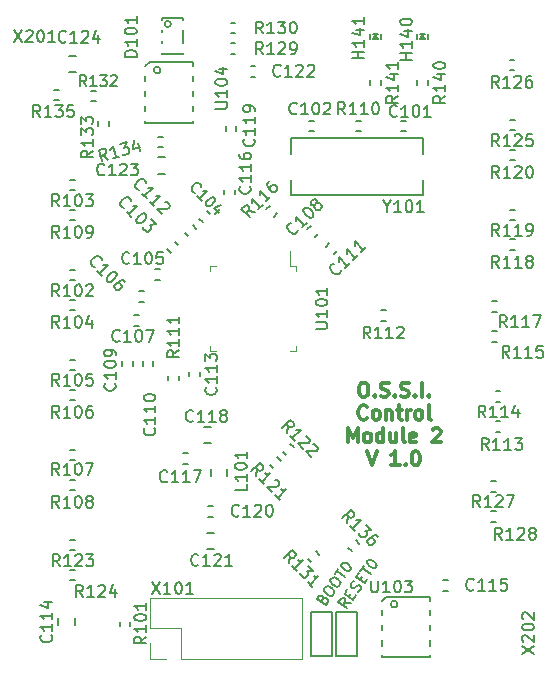
<source format=gbr>
%TF.GenerationSoftware,KiCad,Pcbnew,7.0.8*%
%TF.CreationDate,2024-01-04T13:39:42+01:00*%
%TF.ProjectId,OSSI_CM2,4f535349-5f43-44d3-922e-6b696361645f,rev?*%
%TF.SameCoordinates,Original*%
%TF.FileFunction,Legend,Top*%
%TF.FilePolarity,Positive*%
%FSLAX46Y46*%
G04 Gerber Fmt 4.6, Leading zero omitted, Abs format (unit mm)*
G04 Created by KiCad (PCBNEW 7.0.8) date 2024-01-04 13:39:42*
%MOMM*%
%LPD*%
G01*
G04 APERTURE LIST*
%ADD10C,0.300000*%
%ADD11C,0.154000*%
%ADD12C,0.150000*%
%ADD13C,0.120000*%
G04 APERTURE END LIST*
D10*
X148464284Y-104366542D02*
X148692856Y-104366542D01*
X148692856Y-104366542D02*
X148807141Y-104423685D01*
X148807141Y-104423685D02*
X148921427Y-104537971D01*
X148921427Y-104537971D02*
X148978570Y-104766542D01*
X148978570Y-104766542D02*
X148978570Y-105166542D01*
X148978570Y-105166542D02*
X148921427Y-105395114D01*
X148921427Y-105395114D02*
X148807141Y-105509400D01*
X148807141Y-105509400D02*
X148692856Y-105566542D01*
X148692856Y-105566542D02*
X148464284Y-105566542D01*
X148464284Y-105566542D02*
X148349999Y-105509400D01*
X148349999Y-105509400D02*
X148235713Y-105395114D01*
X148235713Y-105395114D02*
X148178570Y-105166542D01*
X148178570Y-105166542D02*
X148178570Y-104766542D01*
X148178570Y-104766542D02*
X148235713Y-104537971D01*
X148235713Y-104537971D02*
X148349999Y-104423685D01*
X148349999Y-104423685D02*
X148464284Y-104366542D01*
X149492856Y-105452257D02*
X149549999Y-105509400D01*
X149549999Y-105509400D02*
X149492856Y-105566542D01*
X149492856Y-105566542D02*
X149435713Y-105509400D01*
X149435713Y-105509400D02*
X149492856Y-105452257D01*
X149492856Y-105452257D02*
X149492856Y-105566542D01*
X150007142Y-105509400D02*
X150178571Y-105566542D01*
X150178571Y-105566542D02*
X150464285Y-105566542D01*
X150464285Y-105566542D02*
X150578571Y-105509400D01*
X150578571Y-105509400D02*
X150635713Y-105452257D01*
X150635713Y-105452257D02*
X150692856Y-105337971D01*
X150692856Y-105337971D02*
X150692856Y-105223685D01*
X150692856Y-105223685D02*
X150635713Y-105109400D01*
X150635713Y-105109400D02*
X150578571Y-105052257D01*
X150578571Y-105052257D02*
X150464285Y-104995114D01*
X150464285Y-104995114D02*
X150235713Y-104937971D01*
X150235713Y-104937971D02*
X150121428Y-104880828D01*
X150121428Y-104880828D02*
X150064285Y-104823685D01*
X150064285Y-104823685D02*
X150007142Y-104709400D01*
X150007142Y-104709400D02*
X150007142Y-104595114D01*
X150007142Y-104595114D02*
X150064285Y-104480828D01*
X150064285Y-104480828D02*
X150121428Y-104423685D01*
X150121428Y-104423685D02*
X150235713Y-104366542D01*
X150235713Y-104366542D02*
X150521428Y-104366542D01*
X150521428Y-104366542D02*
X150692856Y-104423685D01*
X151207142Y-105452257D02*
X151264285Y-105509400D01*
X151264285Y-105509400D02*
X151207142Y-105566542D01*
X151207142Y-105566542D02*
X151149999Y-105509400D01*
X151149999Y-105509400D02*
X151207142Y-105452257D01*
X151207142Y-105452257D02*
X151207142Y-105566542D01*
X151721428Y-105509400D02*
X151892857Y-105566542D01*
X151892857Y-105566542D02*
X152178571Y-105566542D01*
X152178571Y-105566542D02*
X152292857Y-105509400D01*
X152292857Y-105509400D02*
X152349999Y-105452257D01*
X152349999Y-105452257D02*
X152407142Y-105337971D01*
X152407142Y-105337971D02*
X152407142Y-105223685D01*
X152407142Y-105223685D02*
X152349999Y-105109400D01*
X152349999Y-105109400D02*
X152292857Y-105052257D01*
X152292857Y-105052257D02*
X152178571Y-104995114D01*
X152178571Y-104995114D02*
X151949999Y-104937971D01*
X151949999Y-104937971D02*
X151835714Y-104880828D01*
X151835714Y-104880828D02*
X151778571Y-104823685D01*
X151778571Y-104823685D02*
X151721428Y-104709400D01*
X151721428Y-104709400D02*
X151721428Y-104595114D01*
X151721428Y-104595114D02*
X151778571Y-104480828D01*
X151778571Y-104480828D02*
X151835714Y-104423685D01*
X151835714Y-104423685D02*
X151949999Y-104366542D01*
X151949999Y-104366542D02*
X152235714Y-104366542D01*
X152235714Y-104366542D02*
X152407142Y-104423685D01*
X152921428Y-105452257D02*
X152978571Y-105509400D01*
X152978571Y-105509400D02*
X152921428Y-105566542D01*
X152921428Y-105566542D02*
X152864285Y-105509400D01*
X152864285Y-105509400D02*
X152921428Y-105452257D01*
X152921428Y-105452257D02*
X152921428Y-105566542D01*
X153492857Y-105566542D02*
X153492857Y-104366542D01*
X154064286Y-105452257D02*
X154121429Y-105509400D01*
X154121429Y-105509400D02*
X154064286Y-105566542D01*
X154064286Y-105566542D02*
X154007143Y-105509400D01*
X154007143Y-105509400D02*
X154064286Y-105452257D01*
X154064286Y-105452257D02*
X154064286Y-105566542D01*
X148864286Y-107384257D02*
X148807143Y-107441400D01*
X148807143Y-107441400D02*
X148635715Y-107498542D01*
X148635715Y-107498542D02*
X148521429Y-107498542D01*
X148521429Y-107498542D02*
X148350000Y-107441400D01*
X148350000Y-107441400D02*
X148235715Y-107327114D01*
X148235715Y-107327114D02*
X148178572Y-107212828D01*
X148178572Y-107212828D02*
X148121429Y-106984257D01*
X148121429Y-106984257D02*
X148121429Y-106812828D01*
X148121429Y-106812828D02*
X148178572Y-106584257D01*
X148178572Y-106584257D02*
X148235715Y-106469971D01*
X148235715Y-106469971D02*
X148350000Y-106355685D01*
X148350000Y-106355685D02*
X148521429Y-106298542D01*
X148521429Y-106298542D02*
X148635715Y-106298542D01*
X148635715Y-106298542D02*
X148807143Y-106355685D01*
X148807143Y-106355685D02*
X148864286Y-106412828D01*
X149550000Y-107498542D02*
X149435715Y-107441400D01*
X149435715Y-107441400D02*
X149378572Y-107384257D01*
X149378572Y-107384257D02*
X149321429Y-107269971D01*
X149321429Y-107269971D02*
X149321429Y-106927114D01*
X149321429Y-106927114D02*
X149378572Y-106812828D01*
X149378572Y-106812828D02*
X149435715Y-106755685D01*
X149435715Y-106755685D02*
X149550000Y-106698542D01*
X149550000Y-106698542D02*
X149721429Y-106698542D01*
X149721429Y-106698542D02*
X149835715Y-106755685D01*
X149835715Y-106755685D02*
X149892858Y-106812828D01*
X149892858Y-106812828D02*
X149950000Y-106927114D01*
X149950000Y-106927114D02*
X149950000Y-107269971D01*
X149950000Y-107269971D02*
X149892858Y-107384257D01*
X149892858Y-107384257D02*
X149835715Y-107441400D01*
X149835715Y-107441400D02*
X149721429Y-107498542D01*
X149721429Y-107498542D02*
X149550000Y-107498542D01*
X150464286Y-106698542D02*
X150464286Y-107498542D01*
X150464286Y-106812828D02*
X150521429Y-106755685D01*
X150521429Y-106755685D02*
X150635714Y-106698542D01*
X150635714Y-106698542D02*
X150807143Y-106698542D01*
X150807143Y-106698542D02*
X150921429Y-106755685D01*
X150921429Y-106755685D02*
X150978572Y-106869971D01*
X150978572Y-106869971D02*
X150978572Y-107498542D01*
X151378571Y-106698542D02*
X151835714Y-106698542D01*
X151550000Y-106298542D02*
X151550000Y-107327114D01*
X151550000Y-107327114D02*
X151607143Y-107441400D01*
X151607143Y-107441400D02*
X151721428Y-107498542D01*
X151721428Y-107498542D02*
X151835714Y-107498542D01*
X152235714Y-107498542D02*
X152235714Y-106698542D01*
X152235714Y-106927114D02*
X152292857Y-106812828D01*
X152292857Y-106812828D02*
X152350000Y-106755685D01*
X152350000Y-106755685D02*
X152464285Y-106698542D01*
X152464285Y-106698542D02*
X152578571Y-106698542D01*
X153149999Y-107498542D02*
X153035714Y-107441400D01*
X153035714Y-107441400D02*
X152978571Y-107384257D01*
X152978571Y-107384257D02*
X152921428Y-107269971D01*
X152921428Y-107269971D02*
X152921428Y-106927114D01*
X152921428Y-106927114D02*
X152978571Y-106812828D01*
X152978571Y-106812828D02*
X153035714Y-106755685D01*
X153035714Y-106755685D02*
X153149999Y-106698542D01*
X153149999Y-106698542D02*
X153321428Y-106698542D01*
X153321428Y-106698542D02*
X153435714Y-106755685D01*
X153435714Y-106755685D02*
X153492857Y-106812828D01*
X153492857Y-106812828D02*
X153549999Y-106927114D01*
X153549999Y-106927114D02*
X153549999Y-107269971D01*
X153549999Y-107269971D02*
X153492857Y-107384257D01*
X153492857Y-107384257D02*
X153435714Y-107441400D01*
X153435714Y-107441400D02*
X153321428Y-107498542D01*
X153321428Y-107498542D02*
X153149999Y-107498542D01*
X154235713Y-107498542D02*
X154121428Y-107441400D01*
X154121428Y-107441400D02*
X154064285Y-107327114D01*
X154064285Y-107327114D02*
X154064285Y-106298542D01*
X147264286Y-109430542D02*
X147264286Y-108230542D01*
X147264286Y-108230542D02*
X147664286Y-109087685D01*
X147664286Y-109087685D02*
X148064286Y-108230542D01*
X148064286Y-108230542D02*
X148064286Y-109430542D01*
X148807143Y-109430542D02*
X148692858Y-109373400D01*
X148692858Y-109373400D02*
X148635715Y-109316257D01*
X148635715Y-109316257D02*
X148578572Y-109201971D01*
X148578572Y-109201971D02*
X148578572Y-108859114D01*
X148578572Y-108859114D02*
X148635715Y-108744828D01*
X148635715Y-108744828D02*
X148692858Y-108687685D01*
X148692858Y-108687685D02*
X148807143Y-108630542D01*
X148807143Y-108630542D02*
X148978572Y-108630542D01*
X148978572Y-108630542D02*
X149092858Y-108687685D01*
X149092858Y-108687685D02*
X149150001Y-108744828D01*
X149150001Y-108744828D02*
X149207143Y-108859114D01*
X149207143Y-108859114D02*
X149207143Y-109201971D01*
X149207143Y-109201971D02*
X149150001Y-109316257D01*
X149150001Y-109316257D02*
X149092858Y-109373400D01*
X149092858Y-109373400D02*
X148978572Y-109430542D01*
X148978572Y-109430542D02*
X148807143Y-109430542D01*
X150235715Y-109430542D02*
X150235715Y-108230542D01*
X150235715Y-109373400D02*
X150121429Y-109430542D01*
X150121429Y-109430542D02*
X149892857Y-109430542D01*
X149892857Y-109430542D02*
X149778572Y-109373400D01*
X149778572Y-109373400D02*
X149721429Y-109316257D01*
X149721429Y-109316257D02*
X149664286Y-109201971D01*
X149664286Y-109201971D02*
X149664286Y-108859114D01*
X149664286Y-108859114D02*
X149721429Y-108744828D01*
X149721429Y-108744828D02*
X149778572Y-108687685D01*
X149778572Y-108687685D02*
X149892857Y-108630542D01*
X149892857Y-108630542D02*
X150121429Y-108630542D01*
X150121429Y-108630542D02*
X150235715Y-108687685D01*
X151321429Y-108630542D02*
X151321429Y-109430542D01*
X150807143Y-108630542D02*
X150807143Y-109259114D01*
X150807143Y-109259114D02*
X150864286Y-109373400D01*
X150864286Y-109373400D02*
X150978571Y-109430542D01*
X150978571Y-109430542D02*
X151150000Y-109430542D01*
X151150000Y-109430542D02*
X151264286Y-109373400D01*
X151264286Y-109373400D02*
X151321429Y-109316257D01*
X152064285Y-109430542D02*
X151950000Y-109373400D01*
X151950000Y-109373400D02*
X151892857Y-109259114D01*
X151892857Y-109259114D02*
X151892857Y-108230542D01*
X152978571Y-109373400D02*
X152864285Y-109430542D01*
X152864285Y-109430542D02*
X152635714Y-109430542D01*
X152635714Y-109430542D02*
X152521428Y-109373400D01*
X152521428Y-109373400D02*
X152464285Y-109259114D01*
X152464285Y-109259114D02*
X152464285Y-108801971D01*
X152464285Y-108801971D02*
X152521428Y-108687685D01*
X152521428Y-108687685D02*
X152635714Y-108630542D01*
X152635714Y-108630542D02*
X152864285Y-108630542D01*
X152864285Y-108630542D02*
X152978571Y-108687685D01*
X152978571Y-108687685D02*
X153035714Y-108801971D01*
X153035714Y-108801971D02*
X153035714Y-108916257D01*
X153035714Y-108916257D02*
X152464285Y-109030542D01*
X154407142Y-108344828D02*
X154464285Y-108287685D01*
X154464285Y-108287685D02*
X154578571Y-108230542D01*
X154578571Y-108230542D02*
X154864285Y-108230542D01*
X154864285Y-108230542D02*
X154978571Y-108287685D01*
X154978571Y-108287685D02*
X155035713Y-108344828D01*
X155035713Y-108344828D02*
X155092856Y-108459114D01*
X155092856Y-108459114D02*
X155092856Y-108573400D01*
X155092856Y-108573400D02*
X155035713Y-108744828D01*
X155035713Y-108744828D02*
X154349999Y-109430542D01*
X154349999Y-109430542D02*
X155092856Y-109430542D01*
X148864285Y-110162542D02*
X149264285Y-111362542D01*
X149264285Y-111362542D02*
X149664285Y-110162542D01*
X151607142Y-111362542D02*
X150921428Y-111362542D01*
X151264285Y-111362542D02*
X151264285Y-110162542D01*
X151264285Y-110162542D02*
X151149999Y-110333971D01*
X151149999Y-110333971D02*
X151035714Y-110448257D01*
X151035714Y-110448257D02*
X150921428Y-110505400D01*
X152121428Y-111248257D02*
X152178571Y-111305400D01*
X152178571Y-111305400D02*
X152121428Y-111362542D01*
X152121428Y-111362542D02*
X152064285Y-111305400D01*
X152064285Y-111305400D02*
X152121428Y-111248257D01*
X152121428Y-111248257D02*
X152121428Y-111362542D01*
X152921428Y-110162542D02*
X153035714Y-110162542D01*
X153035714Y-110162542D02*
X153150000Y-110219685D01*
X153150000Y-110219685D02*
X153207143Y-110276828D01*
X153207143Y-110276828D02*
X153264285Y-110391114D01*
X153264285Y-110391114D02*
X153321428Y-110619685D01*
X153321428Y-110619685D02*
X153321428Y-110905400D01*
X153321428Y-110905400D02*
X153264285Y-111133971D01*
X153264285Y-111133971D02*
X153207143Y-111248257D01*
X153207143Y-111248257D02*
X153150000Y-111305400D01*
X153150000Y-111305400D02*
X153035714Y-111362542D01*
X153035714Y-111362542D02*
X152921428Y-111362542D01*
X152921428Y-111362542D02*
X152807143Y-111305400D01*
X152807143Y-111305400D02*
X152750000Y-111248257D01*
X152750000Y-111248257D02*
X152692857Y-111133971D01*
X152692857Y-111133971D02*
X152635714Y-110905400D01*
X152635714Y-110905400D02*
X152635714Y-110619685D01*
X152635714Y-110619685D02*
X152692857Y-110391114D01*
X152692857Y-110391114D02*
X152750000Y-110276828D01*
X152750000Y-110276828D02*
X152807143Y-110219685D01*
X152807143Y-110219685D02*
X152921428Y-110162542D01*
D11*
X142212255Y-119655172D02*
X142313270Y-119082752D01*
X141808194Y-119251111D02*
X142515301Y-118544004D01*
X142515301Y-118544004D02*
X142784675Y-118813378D01*
X142784675Y-118813378D02*
X142818347Y-118914394D01*
X142818347Y-118914394D02*
X142818347Y-118981737D01*
X142818347Y-118981737D02*
X142784675Y-119082752D01*
X142784675Y-119082752D02*
X142683660Y-119183768D01*
X142683660Y-119183768D02*
X142582644Y-119217439D01*
X142582644Y-119217439D02*
X142515301Y-119217439D01*
X142515301Y-119217439D02*
X142414286Y-119183768D01*
X142414286Y-119183768D02*
X142144912Y-118914394D01*
X142885690Y-120328607D02*
X142481629Y-119924546D01*
X142683660Y-120126577D02*
X143390766Y-119419470D01*
X143390766Y-119419470D02*
X143222408Y-119453142D01*
X143222408Y-119453142D02*
X143087721Y-119453142D01*
X143087721Y-119453142D02*
X142986705Y-119419470D01*
X143828499Y-119857203D02*
X144266232Y-120294936D01*
X144266232Y-120294936D02*
X143761156Y-120328607D01*
X143761156Y-120328607D02*
X143862171Y-120429623D01*
X143862171Y-120429623D02*
X143895843Y-120530638D01*
X143895843Y-120530638D02*
X143895843Y-120597981D01*
X143895843Y-120597981D02*
X143862171Y-120698997D01*
X143862171Y-120698997D02*
X143693812Y-120867355D01*
X143693812Y-120867355D02*
X143592797Y-120901027D01*
X143592797Y-120901027D02*
X143525453Y-120901027D01*
X143525453Y-120901027D02*
X143424438Y-120867355D01*
X143424438Y-120867355D02*
X143222408Y-120665325D01*
X143222408Y-120665325D02*
X143188736Y-120564310D01*
X143188736Y-120564310D02*
X143188736Y-120496966D01*
X144232560Y-121675477D02*
X143828499Y-121271416D01*
X144030530Y-121473447D02*
X144737637Y-120766340D01*
X144737637Y-120766340D02*
X144569278Y-120800012D01*
X144569278Y-120800012D02*
X144434591Y-120800012D01*
X144434591Y-120800012D02*
X144333575Y-120766340D01*
X155477811Y-80084847D02*
X155001620Y-80418180D01*
X155477811Y-80656275D02*
X154477811Y-80656275D01*
X154477811Y-80656275D02*
X154477811Y-80275323D01*
X154477811Y-80275323D02*
X154525430Y-80180085D01*
X154525430Y-80180085D02*
X154573049Y-80132466D01*
X154573049Y-80132466D02*
X154668287Y-80084847D01*
X154668287Y-80084847D02*
X154811144Y-80084847D01*
X154811144Y-80084847D02*
X154906382Y-80132466D01*
X154906382Y-80132466D02*
X154954001Y-80180085D01*
X154954001Y-80180085D02*
X155001620Y-80275323D01*
X155001620Y-80275323D02*
X155001620Y-80656275D01*
X155477811Y-79132466D02*
X155477811Y-79703894D01*
X155477811Y-79418180D02*
X154477811Y-79418180D01*
X154477811Y-79418180D02*
X154620668Y-79513418D01*
X154620668Y-79513418D02*
X154715906Y-79608656D01*
X154715906Y-79608656D02*
X154763525Y-79703894D01*
X154811144Y-78275323D02*
X155477811Y-78275323D01*
X154430192Y-78513418D02*
X155144477Y-78751513D01*
X155144477Y-78751513D02*
X155144477Y-78132466D01*
X154477811Y-77561037D02*
X154477811Y-77465799D01*
X154477811Y-77465799D02*
X154525430Y-77370561D01*
X154525430Y-77370561D02*
X154573049Y-77322942D01*
X154573049Y-77322942D02*
X154668287Y-77275323D01*
X154668287Y-77275323D02*
X154858763Y-77227704D01*
X154858763Y-77227704D02*
X155096858Y-77227704D01*
X155096858Y-77227704D02*
X155287334Y-77275323D01*
X155287334Y-77275323D02*
X155382572Y-77322942D01*
X155382572Y-77322942D02*
X155430192Y-77370561D01*
X155430192Y-77370561D02*
X155477811Y-77465799D01*
X155477811Y-77465799D02*
X155477811Y-77561037D01*
X155477811Y-77561037D02*
X155430192Y-77656275D01*
X155430192Y-77656275D02*
X155382572Y-77703894D01*
X155382572Y-77703894D02*
X155287334Y-77751513D01*
X155287334Y-77751513D02*
X155096858Y-77799132D01*
X155096858Y-77799132D02*
X154858763Y-77799132D01*
X154858763Y-77799132D02*
X154668287Y-77751513D01*
X154668287Y-77751513D02*
X154573049Y-77703894D01*
X154573049Y-77703894D02*
X154525430Y-77656275D01*
X154525430Y-77656275D02*
X154477811Y-77561037D01*
X152654611Y-77018285D02*
X151654611Y-77018285D01*
X152130801Y-77018285D02*
X152130801Y-76446857D01*
X152654611Y-76446857D02*
X151654611Y-76446857D01*
X152654611Y-75446857D02*
X152654611Y-76018285D01*
X152654611Y-75732571D02*
X151654611Y-75732571D01*
X151654611Y-75732571D02*
X151797468Y-75827809D01*
X151797468Y-75827809D02*
X151892706Y-75923047D01*
X151892706Y-75923047D02*
X151940325Y-76018285D01*
X151987944Y-74589714D02*
X152654611Y-74589714D01*
X151606992Y-74827809D02*
X152321277Y-75065904D01*
X152321277Y-75065904D02*
X152321277Y-74446857D01*
X151654611Y-73875428D02*
X151654611Y-73780190D01*
X151654611Y-73780190D02*
X151702230Y-73684952D01*
X151702230Y-73684952D02*
X151749849Y-73637333D01*
X151749849Y-73637333D02*
X151845087Y-73589714D01*
X151845087Y-73589714D02*
X152035563Y-73542095D01*
X152035563Y-73542095D02*
X152273658Y-73542095D01*
X152273658Y-73542095D02*
X152464134Y-73589714D01*
X152464134Y-73589714D02*
X152559372Y-73637333D01*
X152559372Y-73637333D02*
X152606992Y-73684952D01*
X152606992Y-73684952D02*
X152654611Y-73780190D01*
X152654611Y-73780190D02*
X152654611Y-73875428D01*
X152654611Y-73875428D02*
X152606992Y-73970666D01*
X152606992Y-73970666D02*
X152559372Y-74018285D01*
X152559372Y-74018285D02*
X152464134Y-74065904D01*
X152464134Y-74065904D02*
X152273658Y-74113523D01*
X152273658Y-74113523D02*
X152035563Y-74113523D01*
X152035563Y-74113523D02*
X151845087Y-74065904D01*
X151845087Y-74065904D02*
X151749849Y-74018285D01*
X151749849Y-74018285D02*
X151702230Y-73970666D01*
X151702230Y-73970666D02*
X151654611Y-73875428D01*
X142899527Y-81559803D02*
X142851908Y-81607423D01*
X142851908Y-81607423D02*
X142709051Y-81655042D01*
X142709051Y-81655042D02*
X142613813Y-81655042D01*
X142613813Y-81655042D02*
X142470956Y-81607423D01*
X142470956Y-81607423D02*
X142375718Y-81512184D01*
X142375718Y-81512184D02*
X142328099Y-81416946D01*
X142328099Y-81416946D02*
X142280480Y-81226470D01*
X142280480Y-81226470D02*
X142280480Y-81083613D01*
X142280480Y-81083613D02*
X142328099Y-80893137D01*
X142328099Y-80893137D02*
X142375718Y-80797899D01*
X142375718Y-80797899D02*
X142470956Y-80702661D01*
X142470956Y-80702661D02*
X142613813Y-80655042D01*
X142613813Y-80655042D02*
X142709051Y-80655042D01*
X142709051Y-80655042D02*
X142851908Y-80702661D01*
X142851908Y-80702661D02*
X142899527Y-80750280D01*
X143851908Y-81655042D02*
X143280480Y-81655042D01*
X143566194Y-81655042D02*
X143566194Y-80655042D01*
X143566194Y-80655042D02*
X143470956Y-80797899D01*
X143470956Y-80797899D02*
X143375718Y-80893137D01*
X143375718Y-80893137D02*
X143280480Y-80940756D01*
X144470956Y-80655042D02*
X144566194Y-80655042D01*
X144566194Y-80655042D02*
X144661432Y-80702661D01*
X144661432Y-80702661D02*
X144709051Y-80750280D01*
X144709051Y-80750280D02*
X144756670Y-80845518D01*
X144756670Y-80845518D02*
X144804289Y-81035994D01*
X144804289Y-81035994D02*
X144804289Y-81274089D01*
X144804289Y-81274089D02*
X144756670Y-81464565D01*
X144756670Y-81464565D02*
X144709051Y-81559803D01*
X144709051Y-81559803D02*
X144661432Y-81607423D01*
X144661432Y-81607423D02*
X144566194Y-81655042D01*
X144566194Y-81655042D02*
X144470956Y-81655042D01*
X144470956Y-81655042D02*
X144375718Y-81607423D01*
X144375718Y-81607423D02*
X144328099Y-81559803D01*
X144328099Y-81559803D02*
X144280480Y-81464565D01*
X144280480Y-81464565D02*
X144232861Y-81274089D01*
X144232861Y-81274089D02*
X144232861Y-81035994D01*
X144232861Y-81035994D02*
X144280480Y-80845518D01*
X144280480Y-80845518D02*
X144328099Y-80750280D01*
X144328099Y-80750280D02*
X144375718Y-80702661D01*
X144375718Y-80702661D02*
X144470956Y-80655042D01*
X145185242Y-80750280D02*
X145232861Y-80702661D01*
X145232861Y-80702661D02*
X145328099Y-80655042D01*
X145328099Y-80655042D02*
X145566194Y-80655042D01*
X145566194Y-80655042D02*
X145661432Y-80702661D01*
X145661432Y-80702661D02*
X145709051Y-80750280D01*
X145709051Y-80750280D02*
X145756670Y-80845518D01*
X145756670Y-80845518D02*
X145756670Y-80940756D01*
X145756670Y-80940756D02*
X145709051Y-81083613D01*
X145709051Y-81083613D02*
X145137623Y-81655042D01*
X145137623Y-81655042D02*
X145756670Y-81655042D01*
X124780952Y-122504611D02*
X124447619Y-122028420D01*
X124209524Y-122504611D02*
X124209524Y-121504611D01*
X124209524Y-121504611D02*
X124590476Y-121504611D01*
X124590476Y-121504611D02*
X124685714Y-121552230D01*
X124685714Y-121552230D02*
X124733333Y-121599849D01*
X124733333Y-121599849D02*
X124780952Y-121695087D01*
X124780952Y-121695087D02*
X124780952Y-121837944D01*
X124780952Y-121837944D02*
X124733333Y-121933182D01*
X124733333Y-121933182D02*
X124685714Y-121980801D01*
X124685714Y-121980801D02*
X124590476Y-122028420D01*
X124590476Y-122028420D02*
X124209524Y-122028420D01*
X125733333Y-122504611D02*
X125161905Y-122504611D01*
X125447619Y-122504611D02*
X125447619Y-121504611D01*
X125447619Y-121504611D02*
X125352381Y-121647468D01*
X125352381Y-121647468D02*
X125257143Y-121742706D01*
X125257143Y-121742706D02*
X125161905Y-121790325D01*
X126114286Y-121599849D02*
X126161905Y-121552230D01*
X126161905Y-121552230D02*
X126257143Y-121504611D01*
X126257143Y-121504611D02*
X126495238Y-121504611D01*
X126495238Y-121504611D02*
X126590476Y-121552230D01*
X126590476Y-121552230D02*
X126638095Y-121599849D01*
X126638095Y-121599849D02*
X126685714Y-121695087D01*
X126685714Y-121695087D02*
X126685714Y-121790325D01*
X126685714Y-121790325D02*
X126638095Y-121933182D01*
X126638095Y-121933182D02*
X126066667Y-122504611D01*
X126066667Y-122504611D02*
X126685714Y-122504611D01*
X127542857Y-121837944D02*
X127542857Y-122504611D01*
X127304762Y-121456992D02*
X127066667Y-122171277D01*
X127066667Y-122171277D02*
X127685714Y-122171277D01*
X129354611Y-76794475D02*
X128354611Y-76794475D01*
X128354611Y-76794475D02*
X128354611Y-76556380D01*
X128354611Y-76556380D02*
X128402230Y-76413523D01*
X128402230Y-76413523D02*
X128497468Y-76318285D01*
X128497468Y-76318285D02*
X128592706Y-76270666D01*
X128592706Y-76270666D02*
X128783182Y-76223047D01*
X128783182Y-76223047D02*
X128926039Y-76223047D01*
X128926039Y-76223047D02*
X129116515Y-76270666D01*
X129116515Y-76270666D02*
X129211753Y-76318285D01*
X129211753Y-76318285D02*
X129306992Y-76413523D01*
X129306992Y-76413523D02*
X129354611Y-76556380D01*
X129354611Y-76556380D02*
X129354611Y-76794475D01*
X129354611Y-75270666D02*
X129354611Y-75842094D01*
X129354611Y-75556380D02*
X128354611Y-75556380D01*
X128354611Y-75556380D02*
X128497468Y-75651618D01*
X128497468Y-75651618D02*
X128592706Y-75746856D01*
X128592706Y-75746856D02*
X128640325Y-75842094D01*
X128354611Y-74651618D02*
X128354611Y-74556380D01*
X128354611Y-74556380D02*
X128402230Y-74461142D01*
X128402230Y-74461142D02*
X128449849Y-74413523D01*
X128449849Y-74413523D02*
X128545087Y-74365904D01*
X128545087Y-74365904D02*
X128735563Y-74318285D01*
X128735563Y-74318285D02*
X128973658Y-74318285D01*
X128973658Y-74318285D02*
X129164134Y-74365904D01*
X129164134Y-74365904D02*
X129259372Y-74413523D01*
X129259372Y-74413523D02*
X129306992Y-74461142D01*
X129306992Y-74461142D02*
X129354611Y-74556380D01*
X129354611Y-74556380D02*
X129354611Y-74651618D01*
X129354611Y-74651618D02*
X129306992Y-74746856D01*
X129306992Y-74746856D02*
X129259372Y-74794475D01*
X129259372Y-74794475D02*
X129164134Y-74842094D01*
X129164134Y-74842094D02*
X128973658Y-74889713D01*
X128973658Y-74889713D02*
X128735563Y-74889713D01*
X128735563Y-74889713D02*
X128545087Y-74842094D01*
X128545087Y-74842094D02*
X128449849Y-74794475D01*
X128449849Y-74794475D02*
X128402230Y-74746856D01*
X128402230Y-74746856D02*
X128354611Y-74651618D01*
X129354611Y-73365904D02*
X129354611Y-73937332D01*
X129354611Y-73651618D02*
X128354611Y-73651618D01*
X128354611Y-73651618D02*
X128497468Y-73746856D01*
X128497468Y-73746856D02*
X128592706Y-73842094D01*
X128592706Y-73842094D02*
X128640325Y-73937332D01*
X158880952Y-107308611D02*
X158547619Y-106832420D01*
X158309524Y-107308611D02*
X158309524Y-106308611D01*
X158309524Y-106308611D02*
X158690476Y-106308611D01*
X158690476Y-106308611D02*
X158785714Y-106356230D01*
X158785714Y-106356230D02*
X158833333Y-106403849D01*
X158833333Y-106403849D02*
X158880952Y-106499087D01*
X158880952Y-106499087D02*
X158880952Y-106641944D01*
X158880952Y-106641944D02*
X158833333Y-106737182D01*
X158833333Y-106737182D02*
X158785714Y-106784801D01*
X158785714Y-106784801D02*
X158690476Y-106832420D01*
X158690476Y-106832420D02*
X158309524Y-106832420D01*
X159833333Y-107308611D02*
X159261905Y-107308611D01*
X159547619Y-107308611D02*
X159547619Y-106308611D01*
X159547619Y-106308611D02*
X159452381Y-106451468D01*
X159452381Y-106451468D02*
X159357143Y-106546706D01*
X159357143Y-106546706D02*
X159261905Y-106594325D01*
X160785714Y-107308611D02*
X160214286Y-107308611D01*
X160500000Y-107308611D02*
X160500000Y-106308611D01*
X160500000Y-106308611D02*
X160404762Y-106451468D01*
X160404762Y-106451468D02*
X160309524Y-106546706D01*
X160309524Y-106546706D02*
X160214286Y-106594325D01*
X161642857Y-106641944D02*
X161642857Y-107308611D01*
X161404762Y-106260992D02*
X161166667Y-106975277D01*
X161166667Y-106975277D02*
X161785714Y-106975277D01*
X125092857Y-79262349D02*
X124792857Y-78833777D01*
X124578571Y-79262349D02*
X124578571Y-78362349D01*
X124578571Y-78362349D02*
X124921428Y-78362349D01*
X124921428Y-78362349D02*
X125007143Y-78405206D01*
X125007143Y-78405206D02*
X125050000Y-78448063D01*
X125050000Y-78448063D02*
X125092857Y-78533777D01*
X125092857Y-78533777D02*
X125092857Y-78662349D01*
X125092857Y-78662349D02*
X125050000Y-78748063D01*
X125050000Y-78748063D02*
X125007143Y-78790920D01*
X125007143Y-78790920D02*
X124921428Y-78833777D01*
X124921428Y-78833777D02*
X124578571Y-78833777D01*
X125950000Y-79262349D02*
X125435714Y-79262349D01*
X125692857Y-79262349D02*
X125692857Y-78362349D01*
X125692857Y-78362349D02*
X125607143Y-78490920D01*
X125607143Y-78490920D02*
X125521428Y-78576634D01*
X125521428Y-78576634D02*
X125435714Y-78619492D01*
X126250000Y-78362349D02*
X126807143Y-78362349D01*
X126807143Y-78362349D02*
X126507143Y-78705206D01*
X126507143Y-78705206D02*
X126635714Y-78705206D01*
X126635714Y-78705206D02*
X126721429Y-78748063D01*
X126721429Y-78748063D02*
X126764286Y-78790920D01*
X126764286Y-78790920D02*
X126807143Y-78876634D01*
X126807143Y-78876634D02*
X126807143Y-79090920D01*
X126807143Y-79090920D02*
X126764286Y-79176634D01*
X126764286Y-79176634D02*
X126721429Y-79219492D01*
X126721429Y-79219492D02*
X126635714Y-79262349D01*
X126635714Y-79262349D02*
X126378571Y-79262349D01*
X126378571Y-79262349D02*
X126292857Y-79219492D01*
X126292857Y-79219492D02*
X126250000Y-79176634D01*
X127150000Y-78448063D02*
X127192857Y-78405206D01*
X127192857Y-78405206D02*
X127278572Y-78362349D01*
X127278572Y-78362349D02*
X127492857Y-78362349D01*
X127492857Y-78362349D02*
X127578572Y-78405206D01*
X127578572Y-78405206D02*
X127621429Y-78448063D01*
X127621429Y-78448063D02*
X127664286Y-78533777D01*
X127664286Y-78533777D02*
X127664286Y-78619492D01*
X127664286Y-78619492D02*
X127621429Y-78748063D01*
X127621429Y-78748063D02*
X127107143Y-79262349D01*
X127107143Y-79262349D02*
X127664286Y-79262349D01*
X147463935Y-123056033D02*
X146940796Y-123055960D01*
X147168952Y-123477311D02*
X146431716Y-122961092D01*
X146431716Y-122961092D02*
X146628370Y-122680240D01*
X146628370Y-122680240D02*
X146712641Y-122634609D01*
X146712641Y-122634609D02*
X146772329Y-122624085D01*
X146772329Y-122624085D02*
X146867124Y-122638142D01*
X146867124Y-122638142D02*
X146972443Y-122711887D01*
X146972443Y-122711887D02*
X147018075Y-122796157D01*
X147018075Y-122796157D02*
X147028599Y-122855846D01*
X147028599Y-122855846D02*
X147014542Y-122950641D01*
X147014542Y-122950641D02*
X146817887Y-123231493D01*
X147299000Y-122469674D02*
X147471072Y-122223929D01*
X147930990Y-122389009D02*
X147685171Y-122740074D01*
X147685171Y-122740074D02*
X146947934Y-122223856D01*
X146947934Y-122223856D02*
X147193753Y-121872790D01*
X148092538Y-122083575D02*
X148201390Y-122002837D01*
X148201390Y-122002837D02*
X148324299Y-121827305D01*
X148324299Y-121827305D02*
X148338357Y-121732510D01*
X148338357Y-121732510D02*
X148327832Y-121672822D01*
X148327832Y-121672822D02*
X148282201Y-121588551D01*
X148282201Y-121588551D02*
X148211988Y-121539388D01*
X148211988Y-121539388D02*
X148117193Y-121525330D01*
X148117193Y-121525330D02*
X148057504Y-121535855D01*
X148057504Y-121535855D02*
X147973234Y-121581486D01*
X147973234Y-121581486D02*
X147839800Y-121697331D01*
X147839800Y-121697331D02*
X147755530Y-121742962D01*
X147755530Y-121742962D02*
X147695842Y-121753486D01*
X147695842Y-121753486D02*
X147601047Y-121739429D01*
X147601047Y-121739429D02*
X147530834Y-121690266D01*
X147530834Y-121690266D02*
X147485203Y-121605995D01*
X147485203Y-121605995D02*
X147474678Y-121546307D01*
X147474678Y-121546307D02*
X147488735Y-121451512D01*
X147488735Y-121451512D02*
X147611644Y-121275979D01*
X147611644Y-121275979D02*
X147720496Y-121195242D01*
X148257692Y-121100520D02*
X148429765Y-120854774D01*
X148889682Y-121019855D02*
X148643863Y-121370920D01*
X148643863Y-121370920D02*
X147906627Y-120854701D01*
X147906627Y-120854701D02*
X148152445Y-120503636D01*
X148299936Y-120292997D02*
X148594919Y-119871718D01*
X149184664Y-120598576D02*
X148447427Y-120082358D01*
X148865319Y-119485547D02*
X148914482Y-119415334D01*
X148914482Y-119415334D02*
X148998753Y-119369703D01*
X148998753Y-119369703D02*
X149058441Y-119359178D01*
X149058441Y-119359178D02*
X149153236Y-119373235D01*
X149153236Y-119373235D02*
X149318244Y-119436456D01*
X149318244Y-119436456D02*
X149493776Y-119559365D01*
X149493776Y-119559365D02*
X149609621Y-119692799D01*
X149609621Y-119692799D02*
X149655252Y-119777070D01*
X149655252Y-119777070D02*
X149665776Y-119836758D01*
X149665776Y-119836758D02*
X149651719Y-119931553D01*
X149651719Y-119931553D02*
X149602556Y-120001766D01*
X149602556Y-120001766D02*
X149518285Y-120047397D01*
X149518285Y-120047397D02*
X149458597Y-120057922D01*
X149458597Y-120057922D02*
X149363802Y-120043865D01*
X149363802Y-120043865D02*
X149198794Y-119980644D01*
X149198794Y-119980644D02*
X149023262Y-119857734D01*
X149023262Y-119857734D02*
X148907417Y-119724300D01*
X148907417Y-119724300D02*
X148861786Y-119640030D01*
X148861786Y-119640030D02*
X148851261Y-119580342D01*
X148851261Y-119580342D02*
X148865319Y-119485547D01*
X160905952Y-102254611D02*
X160572619Y-101778420D01*
X160334524Y-102254611D02*
X160334524Y-101254611D01*
X160334524Y-101254611D02*
X160715476Y-101254611D01*
X160715476Y-101254611D02*
X160810714Y-101302230D01*
X160810714Y-101302230D02*
X160858333Y-101349849D01*
X160858333Y-101349849D02*
X160905952Y-101445087D01*
X160905952Y-101445087D02*
X160905952Y-101587944D01*
X160905952Y-101587944D02*
X160858333Y-101683182D01*
X160858333Y-101683182D02*
X160810714Y-101730801D01*
X160810714Y-101730801D02*
X160715476Y-101778420D01*
X160715476Y-101778420D02*
X160334524Y-101778420D01*
X161858333Y-102254611D02*
X161286905Y-102254611D01*
X161572619Y-102254611D02*
X161572619Y-101254611D01*
X161572619Y-101254611D02*
X161477381Y-101397468D01*
X161477381Y-101397468D02*
X161382143Y-101492706D01*
X161382143Y-101492706D02*
X161286905Y-101540325D01*
X162810714Y-102254611D02*
X162239286Y-102254611D01*
X162525000Y-102254611D02*
X162525000Y-101254611D01*
X162525000Y-101254611D02*
X162429762Y-101397468D01*
X162429762Y-101397468D02*
X162334524Y-101492706D01*
X162334524Y-101492706D02*
X162239286Y-101540325D01*
X163715476Y-101254611D02*
X163239286Y-101254611D01*
X163239286Y-101254611D02*
X163191667Y-101730801D01*
X163191667Y-101730801D02*
X163239286Y-101683182D01*
X163239286Y-101683182D02*
X163334524Y-101635563D01*
X163334524Y-101635563D02*
X163572619Y-101635563D01*
X163572619Y-101635563D02*
X163667857Y-101683182D01*
X163667857Y-101683182D02*
X163715476Y-101730801D01*
X163715476Y-101730801D02*
X163763095Y-101826039D01*
X163763095Y-101826039D02*
X163763095Y-102064134D01*
X163763095Y-102064134D02*
X163715476Y-102159372D01*
X163715476Y-102159372D02*
X163667857Y-102206992D01*
X163667857Y-102206992D02*
X163572619Y-102254611D01*
X163572619Y-102254611D02*
X163334524Y-102254611D01*
X163334524Y-102254611D02*
X163239286Y-102206992D01*
X163239286Y-102206992D02*
X163191667Y-102159372D01*
X122780952Y-104624611D02*
X122447619Y-104148420D01*
X122209524Y-104624611D02*
X122209524Y-103624611D01*
X122209524Y-103624611D02*
X122590476Y-103624611D01*
X122590476Y-103624611D02*
X122685714Y-103672230D01*
X122685714Y-103672230D02*
X122733333Y-103719849D01*
X122733333Y-103719849D02*
X122780952Y-103815087D01*
X122780952Y-103815087D02*
X122780952Y-103957944D01*
X122780952Y-103957944D02*
X122733333Y-104053182D01*
X122733333Y-104053182D02*
X122685714Y-104100801D01*
X122685714Y-104100801D02*
X122590476Y-104148420D01*
X122590476Y-104148420D02*
X122209524Y-104148420D01*
X123733333Y-104624611D02*
X123161905Y-104624611D01*
X123447619Y-104624611D02*
X123447619Y-103624611D01*
X123447619Y-103624611D02*
X123352381Y-103767468D01*
X123352381Y-103767468D02*
X123257143Y-103862706D01*
X123257143Y-103862706D02*
X123161905Y-103910325D01*
X124352381Y-103624611D02*
X124447619Y-103624611D01*
X124447619Y-103624611D02*
X124542857Y-103672230D01*
X124542857Y-103672230D02*
X124590476Y-103719849D01*
X124590476Y-103719849D02*
X124638095Y-103815087D01*
X124638095Y-103815087D02*
X124685714Y-104005563D01*
X124685714Y-104005563D02*
X124685714Y-104243658D01*
X124685714Y-104243658D02*
X124638095Y-104434134D01*
X124638095Y-104434134D02*
X124590476Y-104529372D01*
X124590476Y-104529372D02*
X124542857Y-104576992D01*
X124542857Y-104576992D02*
X124447619Y-104624611D01*
X124447619Y-104624611D02*
X124352381Y-104624611D01*
X124352381Y-104624611D02*
X124257143Y-104576992D01*
X124257143Y-104576992D02*
X124209524Y-104529372D01*
X124209524Y-104529372D02*
X124161905Y-104434134D01*
X124161905Y-104434134D02*
X124114286Y-104243658D01*
X124114286Y-104243658D02*
X124114286Y-104005563D01*
X124114286Y-104005563D02*
X124161905Y-103815087D01*
X124161905Y-103815087D02*
X124209524Y-103719849D01*
X124209524Y-103719849D02*
X124257143Y-103672230D01*
X124257143Y-103672230D02*
X124352381Y-103624611D01*
X125590476Y-103624611D02*
X125114286Y-103624611D01*
X125114286Y-103624611D02*
X125066667Y-104100801D01*
X125066667Y-104100801D02*
X125114286Y-104053182D01*
X125114286Y-104053182D02*
X125209524Y-104005563D01*
X125209524Y-104005563D02*
X125447619Y-104005563D01*
X125447619Y-104005563D02*
X125542857Y-104053182D01*
X125542857Y-104053182D02*
X125590476Y-104100801D01*
X125590476Y-104100801D02*
X125638095Y-104196039D01*
X125638095Y-104196039D02*
X125638095Y-104434134D01*
X125638095Y-104434134D02*
X125590476Y-104529372D01*
X125590476Y-104529372D02*
X125542857Y-104576992D01*
X125542857Y-104576992D02*
X125447619Y-104624611D01*
X125447619Y-104624611D02*
X125209524Y-104624611D01*
X125209524Y-104624611D02*
X125114286Y-104576992D01*
X125114286Y-104576992D02*
X125066667Y-104529372D01*
X157880952Y-121884372D02*
X157833333Y-121931992D01*
X157833333Y-121931992D02*
X157690476Y-121979611D01*
X157690476Y-121979611D02*
X157595238Y-121979611D01*
X157595238Y-121979611D02*
X157452381Y-121931992D01*
X157452381Y-121931992D02*
X157357143Y-121836753D01*
X157357143Y-121836753D02*
X157309524Y-121741515D01*
X157309524Y-121741515D02*
X157261905Y-121551039D01*
X157261905Y-121551039D02*
X157261905Y-121408182D01*
X157261905Y-121408182D02*
X157309524Y-121217706D01*
X157309524Y-121217706D02*
X157357143Y-121122468D01*
X157357143Y-121122468D02*
X157452381Y-121027230D01*
X157452381Y-121027230D02*
X157595238Y-120979611D01*
X157595238Y-120979611D02*
X157690476Y-120979611D01*
X157690476Y-120979611D02*
X157833333Y-121027230D01*
X157833333Y-121027230D02*
X157880952Y-121074849D01*
X158833333Y-121979611D02*
X158261905Y-121979611D01*
X158547619Y-121979611D02*
X158547619Y-120979611D01*
X158547619Y-120979611D02*
X158452381Y-121122468D01*
X158452381Y-121122468D02*
X158357143Y-121217706D01*
X158357143Y-121217706D02*
X158261905Y-121265325D01*
X159785714Y-121979611D02*
X159214286Y-121979611D01*
X159500000Y-121979611D02*
X159500000Y-120979611D01*
X159500000Y-120979611D02*
X159404762Y-121122468D01*
X159404762Y-121122468D02*
X159309524Y-121217706D01*
X159309524Y-121217706D02*
X159214286Y-121265325D01*
X160690476Y-120979611D02*
X160214286Y-120979611D01*
X160214286Y-120979611D02*
X160166667Y-121455801D01*
X160166667Y-121455801D02*
X160214286Y-121408182D01*
X160214286Y-121408182D02*
X160309524Y-121360563D01*
X160309524Y-121360563D02*
X160547619Y-121360563D01*
X160547619Y-121360563D02*
X160642857Y-121408182D01*
X160642857Y-121408182D02*
X160690476Y-121455801D01*
X160690476Y-121455801D02*
X160738095Y-121551039D01*
X160738095Y-121551039D02*
X160738095Y-121789134D01*
X160738095Y-121789134D02*
X160690476Y-121884372D01*
X160690476Y-121884372D02*
X160642857Y-121931992D01*
X160642857Y-121931992D02*
X160547619Y-121979611D01*
X160547619Y-121979611D02*
X160309524Y-121979611D01*
X160309524Y-121979611D02*
X160214286Y-121931992D01*
X160214286Y-121931992D02*
X160166667Y-121884372D01*
X122830952Y-119914611D02*
X122497619Y-119438420D01*
X122259524Y-119914611D02*
X122259524Y-118914611D01*
X122259524Y-118914611D02*
X122640476Y-118914611D01*
X122640476Y-118914611D02*
X122735714Y-118962230D01*
X122735714Y-118962230D02*
X122783333Y-119009849D01*
X122783333Y-119009849D02*
X122830952Y-119105087D01*
X122830952Y-119105087D02*
X122830952Y-119247944D01*
X122830952Y-119247944D02*
X122783333Y-119343182D01*
X122783333Y-119343182D02*
X122735714Y-119390801D01*
X122735714Y-119390801D02*
X122640476Y-119438420D01*
X122640476Y-119438420D02*
X122259524Y-119438420D01*
X123783333Y-119914611D02*
X123211905Y-119914611D01*
X123497619Y-119914611D02*
X123497619Y-118914611D01*
X123497619Y-118914611D02*
X123402381Y-119057468D01*
X123402381Y-119057468D02*
X123307143Y-119152706D01*
X123307143Y-119152706D02*
X123211905Y-119200325D01*
X124164286Y-119009849D02*
X124211905Y-118962230D01*
X124211905Y-118962230D02*
X124307143Y-118914611D01*
X124307143Y-118914611D02*
X124545238Y-118914611D01*
X124545238Y-118914611D02*
X124640476Y-118962230D01*
X124640476Y-118962230D02*
X124688095Y-119009849D01*
X124688095Y-119009849D02*
X124735714Y-119105087D01*
X124735714Y-119105087D02*
X124735714Y-119200325D01*
X124735714Y-119200325D02*
X124688095Y-119343182D01*
X124688095Y-119343182D02*
X124116667Y-119914611D01*
X124116667Y-119914611D02*
X124735714Y-119914611D01*
X125069048Y-118914611D02*
X125688095Y-118914611D01*
X125688095Y-118914611D02*
X125354762Y-119295563D01*
X125354762Y-119295563D02*
X125497619Y-119295563D01*
X125497619Y-119295563D02*
X125592857Y-119343182D01*
X125592857Y-119343182D02*
X125640476Y-119390801D01*
X125640476Y-119390801D02*
X125688095Y-119486039D01*
X125688095Y-119486039D02*
X125688095Y-119724134D01*
X125688095Y-119724134D02*
X125640476Y-119819372D01*
X125640476Y-119819372D02*
X125592857Y-119866992D01*
X125592857Y-119866992D02*
X125497619Y-119914611D01*
X125497619Y-119914611D02*
X125211905Y-119914611D01*
X125211905Y-119914611D02*
X125116667Y-119866992D01*
X125116667Y-119866992D02*
X125069048Y-119819372D01*
X139332450Y-89965022D02*
X138760030Y-89864007D01*
X138928389Y-90369083D02*
X138221282Y-89661976D01*
X138221282Y-89661976D02*
X138490656Y-89392602D01*
X138490656Y-89392602D02*
X138591672Y-89358930D01*
X138591672Y-89358930D02*
X138659015Y-89358930D01*
X138659015Y-89358930D02*
X138760030Y-89392602D01*
X138760030Y-89392602D02*
X138861046Y-89493617D01*
X138861046Y-89493617D02*
X138894717Y-89594633D01*
X138894717Y-89594633D02*
X138894717Y-89661976D01*
X138894717Y-89661976D02*
X138861046Y-89762991D01*
X138861046Y-89762991D02*
X138591672Y-90032365D01*
X140005885Y-89291587D02*
X139601824Y-89695648D01*
X139803855Y-89493617D02*
X139096748Y-88786511D01*
X139096748Y-88786511D02*
X139130420Y-88954869D01*
X139130420Y-88954869D02*
X139130420Y-89089556D01*
X139130420Y-89089556D02*
X139096748Y-89190572D01*
X140679320Y-88618152D02*
X140275259Y-89022213D01*
X140477290Y-88820182D02*
X139770183Y-88113076D01*
X139770183Y-88113076D02*
X139803855Y-88281434D01*
X139803855Y-88281434D02*
X139803855Y-88416121D01*
X139803855Y-88416121D02*
X139770183Y-88517137D01*
X140578305Y-87304953D02*
X140443618Y-87439640D01*
X140443618Y-87439640D02*
X140409946Y-87540656D01*
X140409946Y-87540656D02*
X140409946Y-87607999D01*
X140409946Y-87607999D02*
X140443618Y-87776358D01*
X140443618Y-87776358D02*
X140544633Y-87944717D01*
X140544633Y-87944717D02*
X140814007Y-88214091D01*
X140814007Y-88214091D02*
X140915023Y-88247763D01*
X140915023Y-88247763D02*
X140982366Y-88247763D01*
X140982366Y-88247763D02*
X141083381Y-88214091D01*
X141083381Y-88214091D02*
X141218068Y-88079404D01*
X141218068Y-88079404D02*
X141251740Y-87978389D01*
X141251740Y-87978389D02*
X141251740Y-87911045D01*
X141251740Y-87911045D02*
X141218068Y-87810030D01*
X141218068Y-87810030D02*
X141049710Y-87641671D01*
X141049710Y-87641671D02*
X140948694Y-87607999D01*
X140948694Y-87607999D02*
X140881351Y-87607999D01*
X140881351Y-87607999D02*
X140780336Y-87641671D01*
X140780336Y-87641671D02*
X140645649Y-87776358D01*
X140645649Y-87776358D02*
X140611977Y-87877373D01*
X140611977Y-87877373D02*
X140611977Y-87944717D01*
X140611977Y-87944717D02*
X140645649Y-88045732D01*
X139462255Y-112280172D02*
X139563270Y-111707752D01*
X139058194Y-111876111D02*
X139765301Y-111169004D01*
X139765301Y-111169004D02*
X140034675Y-111438378D01*
X140034675Y-111438378D02*
X140068347Y-111539394D01*
X140068347Y-111539394D02*
X140068347Y-111606737D01*
X140068347Y-111606737D02*
X140034675Y-111707752D01*
X140034675Y-111707752D02*
X139933660Y-111808768D01*
X139933660Y-111808768D02*
X139832644Y-111842439D01*
X139832644Y-111842439D02*
X139765301Y-111842439D01*
X139765301Y-111842439D02*
X139664286Y-111808768D01*
X139664286Y-111808768D02*
X139394912Y-111539394D01*
X140135690Y-112953607D02*
X139731629Y-112549546D01*
X139933660Y-112751577D02*
X140640766Y-112044470D01*
X140640766Y-112044470D02*
X140472408Y-112078142D01*
X140472408Y-112078142D02*
X140337721Y-112078142D01*
X140337721Y-112078142D02*
X140236705Y-112044470D01*
X141044827Y-112583218D02*
X141112171Y-112583218D01*
X141112171Y-112583218D02*
X141213186Y-112616890D01*
X141213186Y-112616890D02*
X141381545Y-112785249D01*
X141381545Y-112785249D02*
X141415217Y-112886264D01*
X141415217Y-112886264D02*
X141415217Y-112953607D01*
X141415217Y-112953607D02*
X141381545Y-113054623D01*
X141381545Y-113054623D02*
X141314201Y-113121966D01*
X141314201Y-113121966D02*
X141179514Y-113189310D01*
X141179514Y-113189310D02*
X140371392Y-113189310D01*
X140371392Y-113189310D02*
X140809125Y-113627042D01*
X141482560Y-114300477D02*
X141078499Y-113896416D01*
X141280530Y-114098447D02*
X141987637Y-113391340D01*
X141987637Y-113391340D02*
X141819278Y-113425012D01*
X141819278Y-113425012D02*
X141684591Y-113425012D01*
X141684591Y-113425012D02*
X141583575Y-113391340D01*
X125804599Y-94562829D02*
X125737255Y-94562829D01*
X125737255Y-94562829D02*
X125602568Y-94495485D01*
X125602568Y-94495485D02*
X125535225Y-94428142D01*
X125535225Y-94428142D02*
X125467881Y-94293455D01*
X125467881Y-94293455D02*
X125467881Y-94158768D01*
X125467881Y-94158768D02*
X125501553Y-94057752D01*
X125501553Y-94057752D02*
X125602568Y-93889394D01*
X125602568Y-93889394D02*
X125703583Y-93788378D01*
X125703583Y-93788378D02*
X125871942Y-93687363D01*
X125871942Y-93687363D02*
X125972957Y-93653691D01*
X125972957Y-93653691D02*
X126107644Y-93653691D01*
X126107644Y-93653691D02*
X126242331Y-93721035D01*
X126242331Y-93721035D02*
X126309675Y-93788378D01*
X126309675Y-93788378D02*
X126377018Y-93923065D01*
X126377018Y-93923065D02*
X126377018Y-93990409D01*
X126410690Y-95303607D02*
X126006629Y-94899546D01*
X126208660Y-95101577D02*
X126915766Y-94394470D01*
X126915766Y-94394470D02*
X126747408Y-94428142D01*
X126747408Y-94428142D02*
X126612721Y-94428142D01*
X126612721Y-94428142D02*
X126511705Y-94394470D01*
X127555530Y-95034233D02*
X127622873Y-95101577D01*
X127622873Y-95101577D02*
X127656545Y-95202592D01*
X127656545Y-95202592D02*
X127656545Y-95269936D01*
X127656545Y-95269936D02*
X127622873Y-95370951D01*
X127622873Y-95370951D02*
X127521858Y-95539310D01*
X127521858Y-95539310D02*
X127353499Y-95707668D01*
X127353499Y-95707668D02*
X127185140Y-95808684D01*
X127185140Y-95808684D02*
X127084125Y-95842355D01*
X127084125Y-95842355D02*
X127016782Y-95842355D01*
X127016782Y-95842355D02*
X126915766Y-95808684D01*
X126915766Y-95808684D02*
X126848423Y-95741340D01*
X126848423Y-95741340D02*
X126814751Y-95640325D01*
X126814751Y-95640325D02*
X126814751Y-95572981D01*
X126814751Y-95572981D02*
X126848423Y-95471966D01*
X126848423Y-95471966D02*
X126949438Y-95303607D01*
X126949438Y-95303607D02*
X127117797Y-95135249D01*
X127117797Y-95135249D02*
X127286156Y-95034233D01*
X127286156Y-95034233D02*
X127387171Y-95000561D01*
X127387171Y-95000561D02*
X127454514Y-95000561D01*
X127454514Y-95000561D02*
X127555530Y-95034233D01*
X128397324Y-95876027D02*
X128262637Y-95741340D01*
X128262637Y-95741340D02*
X128161621Y-95707668D01*
X128161621Y-95707668D02*
X128094278Y-95707668D01*
X128094278Y-95707668D02*
X127925919Y-95741340D01*
X127925919Y-95741340D02*
X127757560Y-95842355D01*
X127757560Y-95842355D02*
X127488186Y-96111729D01*
X127488186Y-96111729D02*
X127454514Y-96212745D01*
X127454514Y-96212745D02*
X127454514Y-96280088D01*
X127454514Y-96280088D02*
X127488186Y-96381103D01*
X127488186Y-96381103D02*
X127622873Y-96515790D01*
X127622873Y-96515790D02*
X127723888Y-96549462D01*
X127723888Y-96549462D02*
X127791232Y-96549462D01*
X127791232Y-96549462D02*
X127892247Y-96515790D01*
X127892247Y-96515790D02*
X128060606Y-96347432D01*
X128060606Y-96347432D02*
X128094278Y-96246416D01*
X128094278Y-96246416D02*
X128094278Y-96179073D01*
X128094278Y-96179073D02*
X128060606Y-96078058D01*
X128060606Y-96078058D02*
X127925919Y-95943371D01*
X127925919Y-95943371D02*
X127824904Y-95909699D01*
X127824904Y-95909699D02*
X127757560Y-95909699D01*
X127757560Y-95909699D02*
X127656545Y-95943371D01*
X138654611Y-112973047D02*
X138654611Y-113449237D01*
X138654611Y-113449237D02*
X137654611Y-113449237D01*
X138654611Y-112115904D02*
X138654611Y-112687332D01*
X138654611Y-112401618D02*
X137654611Y-112401618D01*
X137654611Y-112401618D02*
X137797468Y-112496856D01*
X137797468Y-112496856D02*
X137892706Y-112592094D01*
X137892706Y-112592094D02*
X137940325Y-112687332D01*
X137654611Y-111496856D02*
X137654611Y-111401618D01*
X137654611Y-111401618D02*
X137702230Y-111306380D01*
X137702230Y-111306380D02*
X137749849Y-111258761D01*
X137749849Y-111258761D02*
X137845087Y-111211142D01*
X137845087Y-111211142D02*
X138035563Y-111163523D01*
X138035563Y-111163523D02*
X138273658Y-111163523D01*
X138273658Y-111163523D02*
X138464134Y-111211142D01*
X138464134Y-111211142D02*
X138559372Y-111258761D01*
X138559372Y-111258761D02*
X138606992Y-111306380D01*
X138606992Y-111306380D02*
X138654611Y-111401618D01*
X138654611Y-111401618D02*
X138654611Y-111496856D01*
X138654611Y-111496856D02*
X138606992Y-111592094D01*
X138606992Y-111592094D02*
X138559372Y-111639713D01*
X138559372Y-111639713D02*
X138464134Y-111687332D01*
X138464134Y-111687332D02*
X138273658Y-111734951D01*
X138273658Y-111734951D02*
X138035563Y-111734951D01*
X138035563Y-111734951D02*
X137845087Y-111687332D01*
X137845087Y-111687332D02*
X137749849Y-111639713D01*
X137749849Y-111639713D02*
X137702230Y-111592094D01*
X137702230Y-111592094D02*
X137654611Y-111496856D01*
X138654611Y-110211142D02*
X138654611Y-110782570D01*
X138654611Y-110496856D02*
X137654611Y-110496856D01*
X137654611Y-110496856D02*
X137797468Y-110592094D01*
X137797468Y-110592094D02*
X137892706Y-110687332D01*
X137892706Y-110687332D02*
X137940325Y-110782570D01*
X158430952Y-114908611D02*
X158097619Y-114432420D01*
X157859524Y-114908611D02*
X157859524Y-113908611D01*
X157859524Y-113908611D02*
X158240476Y-113908611D01*
X158240476Y-113908611D02*
X158335714Y-113956230D01*
X158335714Y-113956230D02*
X158383333Y-114003849D01*
X158383333Y-114003849D02*
X158430952Y-114099087D01*
X158430952Y-114099087D02*
X158430952Y-114241944D01*
X158430952Y-114241944D02*
X158383333Y-114337182D01*
X158383333Y-114337182D02*
X158335714Y-114384801D01*
X158335714Y-114384801D02*
X158240476Y-114432420D01*
X158240476Y-114432420D02*
X157859524Y-114432420D01*
X159383333Y-114908611D02*
X158811905Y-114908611D01*
X159097619Y-114908611D02*
X159097619Y-113908611D01*
X159097619Y-113908611D02*
X159002381Y-114051468D01*
X159002381Y-114051468D02*
X158907143Y-114146706D01*
X158907143Y-114146706D02*
X158811905Y-114194325D01*
X159764286Y-114003849D02*
X159811905Y-113956230D01*
X159811905Y-113956230D02*
X159907143Y-113908611D01*
X159907143Y-113908611D02*
X160145238Y-113908611D01*
X160145238Y-113908611D02*
X160240476Y-113956230D01*
X160240476Y-113956230D02*
X160288095Y-114003849D01*
X160288095Y-114003849D02*
X160335714Y-114099087D01*
X160335714Y-114099087D02*
X160335714Y-114194325D01*
X160335714Y-114194325D02*
X160288095Y-114337182D01*
X160288095Y-114337182D02*
X159716667Y-114908611D01*
X159716667Y-114908611D02*
X160335714Y-114908611D01*
X160669048Y-113908611D02*
X161335714Y-113908611D01*
X161335714Y-113908611D02*
X160907143Y-114908611D01*
X122780952Y-97054611D02*
X122447619Y-96578420D01*
X122209524Y-97054611D02*
X122209524Y-96054611D01*
X122209524Y-96054611D02*
X122590476Y-96054611D01*
X122590476Y-96054611D02*
X122685714Y-96102230D01*
X122685714Y-96102230D02*
X122733333Y-96149849D01*
X122733333Y-96149849D02*
X122780952Y-96245087D01*
X122780952Y-96245087D02*
X122780952Y-96387944D01*
X122780952Y-96387944D02*
X122733333Y-96483182D01*
X122733333Y-96483182D02*
X122685714Y-96530801D01*
X122685714Y-96530801D02*
X122590476Y-96578420D01*
X122590476Y-96578420D02*
X122209524Y-96578420D01*
X123733333Y-97054611D02*
X123161905Y-97054611D01*
X123447619Y-97054611D02*
X123447619Y-96054611D01*
X123447619Y-96054611D02*
X123352381Y-96197468D01*
X123352381Y-96197468D02*
X123257143Y-96292706D01*
X123257143Y-96292706D02*
X123161905Y-96340325D01*
X124352381Y-96054611D02*
X124447619Y-96054611D01*
X124447619Y-96054611D02*
X124542857Y-96102230D01*
X124542857Y-96102230D02*
X124590476Y-96149849D01*
X124590476Y-96149849D02*
X124638095Y-96245087D01*
X124638095Y-96245087D02*
X124685714Y-96435563D01*
X124685714Y-96435563D02*
X124685714Y-96673658D01*
X124685714Y-96673658D02*
X124638095Y-96864134D01*
X124638095Y-96864134D02*
X124590476Y-96959372D01*
X124590476Y-96959372D02*
X124542857Y-97006992D01*
X124542857Y-97006992D02*
X124447619Y-97054611D01*
X124447619Y-97054611D02*
X124352381Y-97054611D01*
X124352381Y-97054611D02*
X124257143Y-97006992D01*
X124257143Y-97006992D02*
X124209524Y-96959372D01*
X124209524Y-96959372D02*
X124161905Y-96864134D01*
X124161905Y-96864134D02*
X124114286Y-96673658D01*
X124114286Y-96673658D02*
X124114286Y-96435563D01*
X124114286Y-96435563D02*
X124161905Y-96245087D01*
X124161905Y-96245087D02*
X124209524Y-96149849D01*
X124209524Y-96149849D02*
X124257143Y-96102230D01*
X124257143Y-96102230D02*
X124352381Y-96054611D01*
X125066667Y-96149849D02*
X125114286Y-96102230D01*
X125114286Y-96102230D02*
X125209524Y-96054611D01*
X125209524Y-96054611D02*
X125447619Y-96054611D01*
X125447619Y-96054611D02*
X125542857Y-96102230D01*
X125542857Y-96102230D02*
X125590476Y-96149849D01*
X125590476Y-96149849D02*
X125638095Y-96245087D01*
X125638095Y-96245087D02*
X125638095Y-96340325D01*
X125638095Y-96340325D02*
X125590476Y-96483182D01*
X125590476Y-96483182D02*
X125019048Y-97054611D01*
X125019048Y-97054611D02*
X125638095Y-97054611D01*
X122780952Y-99717811D02*
X122447619Y-99241620D01*
X122209524Y-99717811D02*
X122209524Y-98717811D01*
X122209524Y-98717811D02*
X122590476Y-98717811D01*
X122590476Y-98717811D02*
X122685714Y-98765430D01*
X122685714Y-98765430D02*
X122733333Y-98813049D01*
X122733333Y-98813049D02*
X122780952Y-98908287D01*
X122780952Y-98908287D02*
X122780952Y-99051144D01*
X122780952Y-99051144D02*
X122733333Y-99146382D01*
X122733333Y-99146382D02*
X122685714Y-99194001D01*
X122685714Y-99194001D02*
X122590476Y-99241620D01*
X122590476Y-99241620D02*
X122209524Y-99241620D01*
X123733333Y-99717811D02*
X123161905Y-99717811D01*
X123447619Y-99717811D02*
X123447619Y-98717811D01*
X123447619Y-98717811D02*
X123352381Y-98860668D01*
X123352381Y-98860668D02*
X123257143Y-98955906D01*
X123257143Y-98955906D02*
X123161905Y-99003525D01*
X124352381Y-98717811D02*
X124447619Y-98717811D01*
X124447619Y-98717811D02*
X124542857Y-98765430D01*
X124542857Y-98765430D02*
X124590476Y-98813049D01*
X124590476Y-98813049D02*
X124638095Y-98908287D01*
X124638095Y-98908287D02*
X124685714Y-99098763D01*
X124685714Y-99098763D02*
X124685714Y-99336858D01*
X124685714Y-99336858D02*
X124638095Y-99527334D01*
X124638095Y-99527334D02*
X124590476Y-99622572D01*
X124590476Y-99622572D02*
X124542857Y-99670192D01*
X124542857Y-99670192D02*
X124447619Y-99717811D01*
X124447619Y-99717811D02*
X124352381Y-99717811D01*
X124352381Y-99717811D02*
X124257143Y-99670192D01*
X124257143Y-99670192D02*
X124209524Y-99622572D01*
X124209524Y-99622572D02*
X124161905Y-99527334D01*
X124161905Y-99527334D02*
X124114286Y-99336858D01*
X124114286Y-99336858D02*
X124114286Y-99098763D01*
X124114286Y-99098763D02*
X124161905Y-98908287D01*
X124161905Y-98908287D02*
X124209524Y-98813049D01*
X124209524Y-98813049D02*
X124257143Y-98765430D01*
X124257143Y-98765430D02*
X124352381Y-98717811D01*
X125542857Y-99051144D02*
X125542857Y-99717811D01*
X125304762Y-98670192D02*
X125066667Y-99384477D01*
X125066667Y-99384477D02*
X125685714Y-99384477D01*
X122780952Y-92097811D02*
X122447619Y-91621620D01*
X122209524Y-92097811D02*
X122209524Y-91097811D01*
X122209524Y-91097811D02*
X122590476Y-91097811D01*
X122590476Y-91097811D02*
X122685714Y-91145430D01*
X122685714Y-91145430D02*
X122733333Y-91193049D01*
X122733333Y-91193049D02*
X122780952Y-91288287D01*
X122780952Y-91288287D02*
X122780952Y-91431144D01*
X122780952Y-91431144D02*
X122733333Y-91526382D01*
X122733333Y-91526382D02*
X122685714Y-91574001D01*
X122685714Y-91574001D02*
X122590476Y-91621620D01*
X122590476Y-91621620D02*
X122209524Y-91621620D01*
X123733333Y-92097811D02*
X123161905Y-92097811D01*
X123447619Y-92097811D02*
X123447619Y-91097811D01*
X123447619Y-91097811D02*
X123352381Y-91240668D01*
X123352381Y-91240668D02*
X123257143Y-91335906D01*
X123257143Y-91335906D02*
X123161905Y-91383525D01*
X124352381Y-91097811D02*
X124447619Y-91097811D01*
X124447619Y-91097811D02*
X124542857Y-91145430D01*
X124542857Y-91145430D02*
X124590476Y-91193049D01*
X124590476Y-91193049D02*
X124638095Y-91288287D01*
X124638095Y-91288287D02*
X124685714Y-91478763D01*
X124685714Y-91478763D02*
X124685714Y-91716858D01*
X124685714Y-91716858D02*
X124638095Y-91907334D01*
X124638095Y-91907334D02*
X124590476Y-92002572D01*
X124590476Y-92002572D02*
X124542857Y-92050192D01*
X124542857Y-92050192D02*
X124447619Y-92097811D01*
X124447619Y-92097811D02*
X124352381Y-92097811D01*
X124352381Y-92097811D02*
X124257143Y-92050192D01*
X124257143Y-92050192D02*
X124209524Y-92002572D01*
X124209524Y-92002572D02*
X124161905Y-91907334D01*
X124161905Y-91907334D02*
X124114286Y-91716858D01*
X124114286Y-91716858D02*
X124114286Y-91478763D01*
X124114286Y-91478763D02*
X124161905Y-91288287D01*
X124161905Y-91288287D02*
X124209524Y-91193049D01*
X124209524Y-91193049D02*
X124257143Y-91145430D01*
X124257143Y-91145430D02*
X124352381Y-91097811D01*
X125161905Y-92097811D02*
X125352381Y-92097811D01*
X125352381Y-92097811D02*
X125447619Y-92050192D01*
X125447619Y-92050192D02*
X125495238Y-92002572D01*
X125495238Y-92002572D02*
X125590476Y-91859715D01*
X125590476Y-91859715D02*
X125638095Y-91669239D01*
X125638095Y-91669239D02*
X125638095Y-91288287D01*
X125638095Y-91288287D02*
X125590476Y-91193049D01*
X125590476Y-91193049D02*
X125542857Y-91145430D01*
X125542857Y-91145430D02*
X125447619Y-91097811D01*
X125447619Y-91097811D02*
X125257143Y-91097811D01*
X125257143Y-91097811D02*
X125161905Y-91145430D01*
X125161905Y-91145430D02*
X125114286Y-91193049D01*
X125114286Y-91193049D02*
X125066667Y-91288287D01*
X125066667Y-91288287D02*
X125066667Y-91526382D01*
X125066667Y-91526382D02*
X125114286Y-91621620D01*
X125114286Y-91621620D02*
X125161905Y-91669239D01*
X125161905Y-91669239D02*
X125257143Y-91716858D01*
X125257143Y-91716858D02*
X125447619Y-91716858D01*
X125447619Y-91716858D02*
X125542857Y-91669239D01*
X125542857Y-91669239D02*
X125590476Y-91621620D01*
X125590476Y-91621620D02*
X125638095Y-91526382D01*
X129579599Y-88037829D02*
X129512255Y-88037829D01*
X129512255Y-88037829D02*
X129377568Y-87970485D01*
X129377568Y-87970485D02*
X129310225Y-87903142D01*
X129310225Y-87903142D02*
X129242881Y-87768455D01*
X129242881Y-87768455D02*
X129242881Y-87633768D01*
X129242881Y-87633768D02*
X129276553Y-87532752D01*
X129276553Y-87532752D02*
X129377568Y-87364394D01*
X129377568Y-87364394D02*
X129478583Y-87263378D01*
X129478583Y-87263378D02*
X129646942Y-87162363D01*
X129646942Y-87162363D02*
X129747957Y-87128691D01*
X129747957Y-87128691D02*
X129882644Y-87128691D01*
X129882644Y-87128691D02*
X130017331Y-87196035D01*
X130017331Y-87196035D02*
X130084675Y-87263378D01*
X130084675Y-87263378D02*
X130152018Y-87398065D01*
X130152018Y-87398065D02*
X130152018Y-87465409D01*
X130185690Y-88778607D02*
X129781629Y-88374546D01*
X129983660Y-88576577D02*
X130690766Y-87869470D01*
X130690766Y-87869470D02*
X130522408Y-87903142D01*
X130522408Y-87903142D02*
X130387721Y-87903142D01*
X130387721Y-87903142D02*
X130286705Y-87869470D01*
X130859125Y-89452042D02*
X130455064Y-89047981D01*
X130657095Y-89250012D02*
X131364201Y-88542905D01*
X131364201Y-88542905D02*
X131195843Y-88576577D01*
X131195843Y-88576577D02*
X131061156Y-88576577D01*
X131061156Y-88576577D02*
X130960140Y-88542905D01*
X131768263Y-89081653D02*
X131835606Y-89081653D01*
X131835606Y-89081653D02*
X131936621Y-89115325D01*
X131936621Y-89115325D02*
X132104980Y-89283684D01*
X132104980Y-89283684D02*
X132138652Y-89384699D01*
X132138652Y-89384699D02*
X132138652Y-89452042D01*
X132138652Y-89452042D02*
X132104980Y-89553058D01*
X132104980Y-89553058D02*
X132037637Y-89620401D01*
X132037637Y-89620401D02*
X131902950Y-89687745D01*
X131902950Y-89687745D02*
X131094827Y-89687745D01*
X131094827Y-89687745D02*
X131532560Y-90125477D01*
X160030952Y-94627811D02*
X159697619Y-94151620D01*
X159459524Y-94627811D02*
X159459524Y-93627811D01*
X159459524Y-93627811D02*
X159840476Y-93627811D01*
X159840476Y-93627811D02*
X159935714Y-93675430D01*
X159935714Y-93675430D02*
X159983333Y-93723049D01*
X159983333Y-93723049D02*
X160030952Y-93818287D01*
X160030952Y-93818287D02*
X160030952Y-93961144D01*
X160030952Y-93961144D02*
X159983333Y-94056382D01*
X159983333Y-94056382D02*
X159935714Y-94104001D01*
X159935714Y-94104001D02*
X159840476Y-94151620D01*
X159840476Y-94151620D02*
X159459524Y-94151620D01*
X160983333Y-94627811D02*
X160411905Y-94627811D01*
X160697619Y-94627811D02*
X160697619Y-93627811D01*
X160697619Y-93627811D02*
X160602381Y-93770668D01*
X160602381Y-93770668D02*
X160507143Y-93865906D01*
X160507143Y-93865906D02*
X160411905Y-93913525D01*
X161935714Y-94627811D02*
X161364286Y-94627811D01*
X161650000Y-94627811D02*
X161650000Y-93627811D01*
X161650000Y-93627811D02*
X161554762Y-93770668D01*
X161554762Y-93770668D02*
X161459524Y-93865906D01*
X161459524Y-93865906D02*
X161364286Y-93913525D01*
X162507143Y-94056382D02*
X162411905Y-94008763D01*
X162411905Y-94008763D02*
X162364286Y-93961144D01*
X162364286Y-93961144D02*
X162316667Y-93865906D01*
X162316667Y-93865906D02*
X162316667Y-93818287D01*
X162316667Y-93818287D02*
X162364286Y-93723049D01*
X162364286Y-93723049D02*
X162411905Y-93675430D01*
X162411905Y-93675430D02*
X162507143Y-93627811D01*
X162507143Y-93627811D02*
X162697619Y-93627811D01*
X162697619Y-93627811D02*
X162792857Y-93675430D01*
X162792857Y-93675430D02*
X162840476Y-93723049D01*
X162840476Y-93723049D02*
X162888095Y-93818287D01*
X162888095Y-93818287D02*
X162888095Y-93865906D01*
X162888095Y-93865906D02*
X162840476Y-93961144D01*
X162840476Y-93961144D02*
X162792857Y-94008763D01*
X162792857Y-94008763D02*
X162697619Y-94056382D01*
X162697619Y-94056382D02*
X162507143Y-94056382D01*
X162507143Y-94056382D02*
X162411905Y-94104001D01*
X162411905Y-94104001D02*
X162364286Y-94151620D01*
X162364286Y-94151620D02*
X162316667Y-94246858D01*
X162316667Y-94246858D02*
X162316667Y-94437334D01*
X162316667Y-94437334D02*
X162364286Y-94532572D01*
X162364286Y-94532572D02*
X162411905Y-94580192D01*
X162411905Y-94580192D02*
X162507143Y-94627811D01*
X162507143Y-94627811D02*
X162697619Y-94627811D01*
X162697619Y-94627811D02*
X162792857Y-94580192D01*
X162792857Y-94580192D02*
X162840476Y-94532572D01*
X162840476Y-94532572D02*
X162888095Y-94437334D01*
X162888095Y-94437334D02*
X162888095Y-94246858D01*
X162888095Y-94246858D02*
X162840476Y-94151620D01*
X162840476Y-94151620D02*
X162792857Y-94104001D01*
X162792857Y-94104001D02*
X162697619Y-94056382D01*
X122780952Y-107337811D02*
X122447619Y-106861620D01*
X122209524Y-107337811D02*
X122209524Y-106337811D01*
X122209524Y-106337811D02*
X122590476Y-106337811D01*
X122590476Y-106337811D02*
X122685714Y-106385430D01*
X122685714Y-106385430D02*
X122733333Y-106433049D01*
X122733333Y-106433049D02*
X122780952Y-106528287D01*
X122780952Y-106528287D02*
X122780952Y-106671144D01*
X122780952Y-106671144D02*
X122733333Y-106766382D01*
X122733333Y-106766382D02*
X122685714Y-106814001D01*
X122685714Y-106814001D02*
X122590476Y-106861620D01*
X122590476Y-106861620D02*
X122209524Y-106861620D01*
X123733333Y-107337811D02*
X123161905Y-107337811D01*
X123447619Y-107337811D02*
X123447619Y-106337811D01*
X123447619Y-106337811D02*
X123352381Y-106480668D01*
X123352381Y-106480668D02*
X123257143Y-106575906D01*
X123257143Y-106575906D02*
X123161905Y-106623525D01*
X124352381Y-106337811D02*
X124447619Y-106337811D01*
X124447619Y-106337811D02*
X124542857Y-106385430D01*
X124542857Y-106385430D02*
X124590476Y-106433049D01*
X124590476Y-106433049D02*
X124638095Y-106528287D01*
X124638095Y-106528287D02*
X124685714Y-106718763D01*
X124685714Y-106718763D02*
X124685714Y-106956858D01*
X124685714Y-106956858D02*
X124638095Y-107147334D01*
X124638095Y-107147334D02*
X124590476Y-107242572D01*
X124590476Y-107242572D02*
X124542857Y-107290192D01*
X124542857Y-107290192D02*
X124447619Y-107337811D01*
X124447619Y-107337811D02*
X124352381Y-107337811D01*
X124352381Y-107337811D02*
X124257143Y-107290192D01*
X124257143Y-107290192D02*
X124209524Y-107242572D01*
X124209524Y-107242572D02*
X124161905Y-107147334D01*
X124161905Y-107147334D02*
X124114286Y-106956858D01*
X124114286Y-106956858D02*
X124114286Y-106718763D01*
X124114286Y-106718763D02*
X124161905Y-106528287D01*
X124161905Y-106528287D02*
X124209524Y-106433049D01*
X124209524Y-106433049D02*
X124257143Y-106385430D01*
X124257143Y-106385430D02*
X124352381Y-106337811D01*
X125542857Y-106337811D02*
X125352381Y-106337811D01*
X125352381Y-106337811D02*
X125257143Y-106385430D01*
X125257143Y-106385430D02*
X125209524Y-106433049D01*
X125209524Y-106433049D02*
X125114286Y-106575906D01*
X125114286Y-106575906D02*
X125066667Y-106766382D01*
X125066667Y-106766382D02*
X125066667Y-107147334D01*
X125066667Y-107147334D02*
X125114286Y-107242572D01*
X125114286Y-107242572D02*
X125161905Y-107290192D01*
X125161905Y-107290192D02*
X125257143Y-107337811D01*
X125257143Y-107337811D02*
X125447619Y-107337811D01*
X125447619Y-107337811D02*
X125542857Y-107290192D01*
X125542857Y-107290192D02*
X125590476Y-107242572D01*
X125590476Y-107242572D02*
X125638095Y-107147334D01*
X125638095Y-107147334D02*
X125638095Y-106909239D01*
X125638095Y-106909239D02*
X125590476Y-106814001D01*
X125590476Y-106814001D02*
X125542857Y-106766382D01*
X125542857Y-106766382D02*
X125447619Y-106718763D01*
X125447619Y-106718763D02*
X125257143Y-106718763D01*
X125257143Y-106718763D02*
X125161905Y-106766382D01*
X125161905Y-106766382D02*
X125114286Y-106814001D01*
X125114286Y-106814001D02*
X125066667Y-106909239D01*
X138934372Y-87744047D02*
X138981992Y-87791666D01*
X138981992Y-87791666D02*
X139029611Y-87934523D01*
X139029611Y-87934523D02*
X139029611Y-88029761D01*
X139029611Y-88029761D02*
X138981992Y-88172618D01*
X138981992Y-88172618D02*
X138886753Y-88267856D01*
X138886753Y-88267856D02*
X138791515Y-88315475D01*
X138791515Y-88315475D02*
X138601039Y-88363094D01*
X138601039Y-88363094D02*
X138458182Y-88363094D01*
X138458182Y-88363094D02*
X138267706Y-88315475D01*
X138267706Y-88315475D02*
X138172468Y-88267856D01*
X138172468Y-88267856D02*
X138077230Y-88172618D01*
X138077230Y-88172618D02*
X138029611Y-88029761D01*
X138029611Y-88029761D02*
X138029611Y-87934523D01*
X138029611Y-87934523D02*
X138077230Y-87791666D01*
X138077230Y-87791666D02*
X138124849Y-87744047D01*
X139029611Y-86791666D02*
X139029611Y-87363094D01*
X139029611Y-87077380D02*
X138029611Y-87077380D01*
X138029611Y-87077380D02*
X138172468Y-87172618D01*
X138172468Y-87172618D02*
X138267706Y-87267856D01*
X138267706Y-87267856D02*
X138315325Y-87363094D01*
X139029611Y-85839285D02*
X139029611Y-86410713D01*
X139029611Y-86124999D02*
X138029611Y-86124999D01*
X138029611Y-86124999D02*
X138172468Y-86220237D01*
X138172468Y-86220237D02*
X138267706Y-86315475D01*
X138267706Y-86315475D02*
X138315325Y-86410713D01*
X138029611Y-84982142D02*
X138029611Y-85172618D01*
X138029611Y-85172618D02*
X138077230Y-85267856D01*
X138077230Y-85267856D02*
X138124849Y-85315475D01*
X138124849Y-85315475D02*
X138267706Y-85410713D01*
X138267706Y-85410713D02*
X138458182Y-85458332D01*
X138458182Y-85458332D02*
X138839134Y-85458332D01*
X138839134Y-85458332D02*
X138934372Y-85410713D01*
X138934372Y-85410713D02*
X138981992Y-85363094D01*
X138981992Y-85363094D02*
X139029611Y-85267856D01*
X139029611Y-85267856D02*
X139029611Y-85077380D01*
X139029611Y-85077380D02*
X138981992Y-84982142D01*
X138981992Y-84982142D02*
X138934372Y-84934523D01*
X138934372Y-84934523D02*
X138839134Y-84886904D01*
X138839134Y-84886904D02*
X138601039Y-84886904D01*
X138601039Y-84886904D02*
X138505801Y-84934523D01*
X138505801Y-84934523D02*
X138458182Y-84982142D01*
X138458182Y-84982142D02*
X138410563Y-85077380D01*
X138410563Y-85077380D02*
X138410563Y-85267856D01*
X138410563Y-85267856D02*
X138458182Y-85363094D01*
X138458182Y-85363094D02*
X138505801Y-85410713D01*
X138505801Y-85410713D02*
X138601039Y-85458332D01*
X138005952Y-115609372D02*
X137958333Y-115656992D01*
X137958333Y-115656992D02*
X137815476Y-115704611D01*
X137815476Y-115704611D02*
X137720238Y-115704611D01*
X137720238Y-115704611D02*
X137577381Y-115656992D01*
X137577381Y-115656992D02*
X137482143Y-115561753D01*
X137482143Y-115561753D02*
X137434524Y-115466515D01*
X137434524Y-115466515D02*
X137386905Y-115276039D01*
X137386905Y-115276039D02*
X137386905Y-115133182D01*
X137386905Y-115133182D02*
X137434524Y-114942706D01*
X137434524Y-114942706D02*
X137482143Y-114847468D01*
X137482143Y-114847468D02*
X137577381Y-114752230D01*
X137577381Y-114752230D02*
X137720238Y-114704611D01*
X137720238Y-114704611D02*
X137815476Y-114704611D01*
X137815476Y-114704611D02*
X137958333Y-114752230D01*
X137958333Y-114752230D02*
X138005952Y-114799849D01*
X138958333Y-115704611D02*
X138386905Y-115704611D01*
X138672619Y-115704611D02*
X138672619Y-114704611D01*
X138672619Y-114704611D02*
X138577381Y-114847468D01*
X138577381Y-114847468D02*
X138482143Y-114942706D01*
X138482143Y-114942706D02*
X138386905Y-114990325D01*
X139339286Y-114799849D02*
X139386905Y-114752230D01*
X139386905Y-114752230D02*
X139482143Y-114704611D01*
X139482143Y-114704611D02*
X139720238Y-114704611D01*
X139720238Y-114704611D02*
X139815476Y-114752230D01*
X139815476Y-114752230D02*
X139863095Y-114799849D01*
X139863095Y-114799849D02*
X139910714Y-114895087D01*
X139910714Y-114895087D02*
X139910714Y-114990325D01*
X139910714Y-114990325D02*
X139863095Y-115133182D01*
X139863095Y-115133182D02*
X139291667Y-115704611D01*
X139291667Y-115704611D02*
X139910714Y-115704611D01*
X140529762Y-114704611D02*
X140625000Y-114704611D01*
X140625000Y-114704611D02*
X140720238Y-114752230D01*
X140720238Y-114752230D02*
X140767857Y-114799849D01*
X140767857Y-114799849D02*
X140815476Y-114895087D01*
X140815476Y-114895087D02*
X140863095Y-115085563D01*
X140863095Y-115085563D02*
X140863095Y-115323658D01*
X140863095Y-115323658D02*
X140815476Y-115514134D01*
X140815476Y-115514134D02*
X140767857Y-115609372D01*
X140767857Y-115609372D02*
X140720238Y-115656992D01*
X140720238Y-115656992D02*
X140625000Y-115704611D01*
X140625000Y-115704611D02*
X140529762Y-115704611D01*
X140529762Y-115704611D02*
X140434524Y-115656992D01*
X140434524Y-115656992D02*
X140386905Y-115609372D01*
X140386905Y-115609372D02*
X140339286Y-115514134D01*
X140339286Y-115514134D02*
X140291667Y-115323658D01*
X140291667Y-115323658D02*
X140291667Y-115085563D01*
X140291667Y-115085563D02*
X140339286Y-114895087D01*
X140339286Y-114895087D02*
X140386905Y-114799849D01*
X140386905Y-114799849D02*
X140434524Y-114752230D01*
X140434524Y-114752230D02*
X140529762Y-114704611D01*
D12*
X136004819Y-81168285D02*
X136814342Y-81168285D01*
X136814342Y-81168285D02*
X136909580Y-81120666D01*
X136909580Y-81120666D02*
X136957200Y-81073047D01*
X136957200Y-81073047D02*
X137004819Y-80977809D01*
X137004819Y-80977809D02*
X137004819Y-80787333D01*
X137004819Y-80787333D02*
X136957200Y-80692095D01*
X136957200Y-80692095D02*
X136909580Y-80644476D01*
X136909580Y-80644476D02*
X136814342Y-80596857D01*
X136814342Y-80596857D02*
X136004819Y-80596857D01*
X137004819Y-79596857D02*
X137004819Y-80168285D01*
X137004819Y-79882571D02*
X136004819Y-79882571D01*
X136004819Y-79882571D02*
X136147676Y-79977809D01*
X136147676Y-79977809D02*
X136242914Y-80073047D01*
X136242914Y-80073047D02*
X136290533Y-80168285D01*
X136004819Y-78977809D02*
X136004819Y-78882571D01*
X136004819Y-78882571D02*
X136052438Y-78787333D01*
X136052438Y-78787333D02*
X136100057Y-78739714D01*
X136100057Y-78739714D02*
X136195295Y-78692095D01*
X136195295Y-78692095D02*
X136385771Y-78644476D01*
X136385771Y-78644476D02*
X136623866Y-78644476D01*
X136623866Y-78644476D02*
X136814342Y-78692095D01*
X136814342Y-78692095D02*
X136909580Y-78739714D01*
X136909580Y-78739714D02*
X136957200Y-78787333D01*
X136957200Y-78787333D02*
X137004819Y-78882571D01*
X137004819Y-78882571D02*
X137004819Y-78977809D01*
X137004819Y-78977809D02*
X136957200Y-79073047D01*
X136957200Y-79073047D02*
X136909580Y-79120666D01*
X136909580Y-79120666D02*
X136814342Y-79168285D01*
X136814342Y-79168285D02*
X136623866Y-79215904D01*
X136623866Y-79215904D02*
X136385771Y-79215904D01*
X136385771Y-79215904D02*
X136195295Y-79168285D01*
X136195295Y-79168285D02*
X136100057Y-79120666D01*
X136100057Y-79120666D02*
X136052438Y-79073047D01*
X136052438Y-79073047D02*
X136004819Y-78977809D01*
X136338152Y-77787333D02*
X137004819Y-77787333D01*
X135957200Y-78025428D02*
X136671485Y-78263523D01*
X136671485Y-78263523D02*
X136671485Y-77644476D01*
D11*
X160030952Y-91929611D02*
X159697619Y-91453420D01*
X159459524Y-91929611D02*
X159459524Y-90929611D01*
X159459524Y-90929611D02*
X159840476Y-90929611D01*
X159840476Y-90929611D02*
X159935714Y-90977230D01*
X159935714Y-90977230D02*
X159983333Y-91024849D01*
X159983333Y-91024849D02*
X160030952Y-91120087D01*
X160030952Y-91120087D02*
X160030952Y-91262944D01*
X160030952Y-91262944D02*
X159983333Y-91358182D01*
X159983333Y-91358182D02*
X159935714Y-91405801D01*
X159935714Y-91405801D02*
X159840476Y-91453420D01*
X159840476Y-91453420D02*
X159459524Y-91453420D01*
X160983333Y-91929611D02*
X160411905Y-91929611D01*
X160697619Y-91929611D02*
X160697619Y-90929611D01*
X160697619Y-90929611D02*
X160602381Y-91072468D01*
X160602381Y-91072468D02*
X160507143Y-91167706D01*
X160507143Y-91167706D02*
X160411905Y-91215325D01*
X161935714Y-91929611D02*
X161364286Y-91929611D01*
X161650000Y-91929611D02*
X161650000Y-90929611D01*
X161650000Y-90929611D02*
X161554762Y-91072468D01*
X161554762Y-91072468D02*
X161459524Y-91167706D01*
X161459524Y-91167706D02*
X161364286Y-91215325D01*
X162411905Y-91929611D02*
X162602381Y-91929611D01*
X162602381Y-91929611D02*
X162697619Y-91881992D01*
X162697619Y-91881992D02*
X162745238Y-91834372D01*
X162745238Y-91834372D02*
X162840476Y-91691515D01*
X162840476Y-91691515D02*
X162888095Y-91501039D01*
X162888095Y-91501039D02*
X162888095Y-91120087D01*
X162888095Y-91120087D02*
X162840476Y-91024849D01*
X162840476Y-91024849D02*
X162792857Y-90977230D01*
X162792857Y-90977230D02*
X162697619Y-90929611D01*
X162697619Y-90929611D02*
X162507143Y-90929611D01*
X162507143Y-90929611D02*
X162411905Y-90977230D01*
X162411905Y-90977230D02*
X162364286Y-91024849D01*
X162364286Y-91024849D02*
X162316667Y-91120087D01*
X162316667Y-91120087D02*
X162316667Y-91358182D01*
X162316667Y-91358182D02*
X162364286Y-91453420D01*
X162364286Y-91453420D02*
X162411905Y-91501039D01*
X162411905Y-91501039D02*
X162507143Y-91548658D01*
X162507143Y-91548658D02*
X162697619Y-91548658D01*
X162697619Y-91548658D02*
X162792857Y-91501039D01*
X162792857Y-91501039D02*
X162840476Y-91453420D01*
X162840476Y-91453420D02*
X162888095Y-91358182D01*
X123355952Y-75484372D02*
X123308333Y-75531992D01*
X123308333Y-75531992D02*
X123165476Y-75579611D01*
X123165476Y-75579611D02*
X123070238Y-75579611D01*
X123070238Y-75579611D02*
X122927381Y-75531992D01*
X122927381Y-75531992D02*
X122832143Y-75436753D01*
X122832143Y-75436753D02*
X122784524Y-75341515D01*
X122784524Y-75341515D02*
X122736905Y-75151039D01*
X122736905Y-75151039D02*
X122736905Y-75008182D01*
X122736905Y-75008182D02*
X122784524Y-74817706D01*
X122784524Y-74817706D02*
X122832143Y-74722468D01*
X122832143Y-74722468D02*
X122927381Y-74627230D01*
X122927381Y-74627230D02*
X123070238Y-74579611D01*
X123070238Y-74579611D02*
X123165476Y-74579611D01*
X123165476Y-74579611D02*
X123308333Y-74627230D01*
X123308333Y-74627230D02*
X123355952Y-74674849D01*
X124308333Y-75579611D02*
X123736905Y-75579611D01*
X124022619Y-75579611D02*
X124022619Y-74579611D01*
X124022619Y-74579611D02*
X123927381Y-74722468D01*
X123927381Y-74722468D02*
X123832143Y-74817706D01*
X123832143Y-74817706D02*
X123736905Y-74865325D01*
X124689286Y-74674849D02*
X124736905Y-74627230D01*
X124736905Y-74627230D02*
X124832143Y-74579611D01*
X124832143Y-74579611D02*
X125070238Y-74579611D01*
X125070238Y-74579611D02*
X125165476Y-74627230D01*
X125165476Y-74627230D02*
X125213095Y-74674849D01*
X125213095Y-74674849D02*
X125260714Y-74770087D01*
X125260714Y-74770087D02*
X125260714Y-74865325D01*
X125260714Y-74865325D02*
X125213095Y-75008182D01*
X125213095Y-75008182D02*
X124641667Y-75579611D01*
X124641667Y-75579611D02*
X125260714Y-75579611D01*
X126117857Y-74912944D02*
X126117857Y-75579611D01*
X125879762Y-74531992D02*
X125641667Y-75246277D01*
X125641667Y-75246277D02*
X126260714Y-75246277D01*
X142062255Y-108605172D02*
X142163270Y-108032752D01*
X141658194Y-108201111D02*
X142365301Y-107494004D01*
X142365301Y-107494004D02*
X142634675Y-107763378D01*
X142634675Y-107763378D02*
X142668347Y-107864394D01*
X142668347Y-107864394D02*
X142668347Y-107931737D01*
X142668347Y-107931737D02*
X142634675Y-108032752D01*
X142634675Y-108032752D02*
X142533660Y-108133768D01*
X142533660Y-108133768D02*
X142432644Y-108167439D01*
X142432644Y-108167439D02*
X142365301Y-108167439D01*
X142365301Y-108167439D02*
X142264286Y-108133768D01*
X142264286Y-108133768D02*
X141994912Y-107864394D01*
X142735690Y-109278607D02*
X142331629Y-108874546D01*
X142533660Y-109076577D02*
X143240766Y-108369470D01*
X143240766Y-108369470D02*
X143072408Y-108403142D01*
X143072408Y-108403142D02*
X142937721Y-108403142D01*
X142937721Y-108403142D02*
X142836705Y-108369470D01*
X143644827Y-108908218D02*
X143712171Y-108908218D01*
X143712171Y-108908218D02*
X143813186Y-108941890D01*
X143813186Y-108941890D02*
X143981545Y-109110249D01*
X143981545Y-109110249D02*
X144015217Y-109211264D01*
X144015217Y-109211264D02*
X144015217Y-109278607D01*
X144015217Y-109278607D02*
X143981545Y-109379623D01*
X143981545Y-109379623D02*
X143914201Y-109446966D01*
X143914201Y-109446966D02*
X143779514Y-109514310D01*
X143779514Y-109514310D02*
X142971392Y-109514310D01*
X142971392Y-109514310D02*
X143409125Y-109952042D01*
X144318263Y-109581653D02*
X144385606Y-109581653D01*
X144385606Y-109581653D02*
X144486621Y-109615325D01*
X144486621Y-109615325D02*
X144654980Y-109783684D01*
X144654980Y-109783684D02*
X144688652Y-109884699D01*
X144688652Y-109884699D02*
X144688652Y-109952042D01*
X144688652Y-109952042D02*
X144654980Y-110053058D01*
X144654980Y-110053058D02*
X144587637Y-110120401D01*
X144587637Y-110120401D02*
X144452950Y-110187745D01*
X144452950Y-110187745D02*
X143644827Y-110187745D01*
X143644827Y-110187745D02*
X144082560Y-110625477D01*
X126936745Y-85478751D02*
X126491522Y-85105059D01*
X126384787Y-85626647D02*
X126125968Y-84660722D01*
X126125968Y-84660722D02*
X126493940Y-84562124D01*
X126493940Y-84562124D02*
X126598258Y-84583471D01*
X126598258Y-84583471D02*
X126656579Y-84617143D01*
X126656579Y-84617143D02*
X126727225Y-84696811D01*
X126727225Y-84696811D02*
X126764199Y-84834800D01*
X126764199Y-84834800D02*
X126742852Y-84939118D01*
X126742852Y-84939118D02*
X126709180Y-84997439D01*
X126709180Y-84997439D02*
X126629512Y-85068085D01*
X126629512Y-85068085D02*
X126261540Y-85166683D01*
X127856674Y-85232256D02*
X127304717Y-85380153D01*
X127580695Y-85306205D02*
X127321876Y-84340279D01*
X127321876Y-84340279D02*
X127266858Y-84502918D01*
X127266858Y-84502918D02*
X127199514Y-84619560D01*
X127199514Y-84619560D02*
X127119846Y-84690206D01*
X127919831Y-84180058D02*
X128517785Y-84019836D01*
X128517785Y-84019836D02*
X128294407Y-84474081D01*
X128294407Y-84474081D02*
X128432396Y-84437107D01*
X128432396Y-84437107D02*
X128536714Y-84458454D01*
X128536714Y-84458454D02*
X128595035Y-84492126D01*
X128595035Y-84492126D02*
X128665681Y-84571794D01*
X128665681Y-84571794D02*
X128727305Y-84801776D01*
X128727305Y-84801776D02*
X128705958Y-84906094D01*
X128705958Y-84906094D02*
X128672286Y-84964415D01*
X128672286Y-84964415D02*
X128592618Y-85035061D01*
X128592618Y-85035061D02*
X128316639Y-85109009D01*
X128316639Y-85109009D02*
X128212321Y-85087662D01*
X128212321Y-85087662D02*
X128154000Y-85053990D01*
X129431994Y-84119967D02*
X129604540Y-84763917D01*
X129103414Y-83813618D02*
X129058302Y-84565189D01*
X129058302Y-84565189D02*
X129656257Y-84404968D01*
X128730952Y-94234372D02*
X128683333Y-94281992D01*
X128683333Y-94281992D02*
X128540476Y-94329611D01*
X128540476Y-94329611D02*
X128445238Y-94329611D01*
X128445238Y-94329611D02*
X128302381Y-94281992D01*
X128302381Y-94281992D02*
X128207143Y-94186753D01*
X128207143Y-94186753D02*
X128159524Y-94091515D01*
X128159524Y-94091515D02*
X128111905Y-93901039D01*
X128111905Y-93901039D02*
X128111905Y-93758182D01*
X128111905Y-93758182D02*
X128159524Y-93567706D01*
X128159524Y-93567706D02*
X128207143Y-93472468D01*
X128207143Y-93472468D02*
X128302381Y-93377230D01*
X128302381Y-93377230D02*
X128445238Y-93329611D01*
X128445238Y-93329611D02*
X128540476Y-93329611D01*
X128540476Y-93329611D02*
X128683333Y-93377230D01*
X128683333Y-93377230D02*
X128730952Y-93424849D01*
X129683333Y-94329611D02*
X129111905Y-94329611D01*
X129397619Y-94329611D02*
X129397619Y-93329611D01*
X129397619Y-93329611D02*
X129302381Y-93472468D01*
X129302381Y-93472468D02*
X129207143Y-93567706D01*
X129207143Y-93567706D02*
X129111905Y-93615325D01*
X130302381Y-93329611D02*
X130397619Y-93329611D01*
X130397619Y-93329611D02*
X130492857Y-93377230D01*
X130492857Y-93377230D02*
X130540476Y-93424849D01*
X130540476Y-93424849D02*
X130588095Y-93520087D01*
X130588095Y-93520087D02*
X130635714Y-93710563D01*
X130635714Y-93710563D02*
X130635714Y-93948658D01*
X130635714Y-93948658D02*
X130588095Y-94139134D01*
X130588095Y-94139134D02*
X130540476Y-94234372D01*
X130540476Y-94234372D02*
X130492857Y-94281992D01*
X130492857Y-94281992D02*
X130397619Y-94329611D01*
X130397619Y-94329611D02*
X130302381Y-94329611D01*
X130302381Y-94329611D02*
X130207143Y-94281992D01*
X130207143Y-94281992D02*
X130159524Y-94234372D01*
X130159524Y-94234372D02*
X130111905Y-94139134D01*
X130111905Y-94139134D02*
X130064286Y-93948658D01*
X130064286Y-93948658D02*
X130064286Y-93710563D01*
X130064286Y-93710563D02*
X130111905Y-93520087D01*
X130111905Y-93520087D02*
X130159524Y-93424849D01*
X130159524Y-93424849D02*
X130207143Y-93377230D01*
X130207143Y-93377230D02*
X130302381Y-93329611D01*
X131540476Y-93329611D02*
X131064286Y-93329611D01*
X131064286Y-93329611D02*
X131016667Y-93805801D01*
X131016667Y-93805801D02*
X131064286Y-93758182D01*
X131064286Y-93758182D02*
X131159524Y-93710563D01*
X131159524Y-93710563D02*
X131397619Y-93710563D01*
X131397619Y-93710563D02*
X131492857Y-93758182D01*
X131492857Y-93758182D02*
X131540476Y-93805801D01*
X131540476Y-93805801D02*
X131588095Y-93901039D01*
X131588095Y-93901039D02*
X131588095Y-94139134D01*
X131588095Y-94139134D02*
X131540476Y-94234372D01*
X131540476Y-94234372D02*
X131492857Y-94281992D01*
X131492857Y-94281992D02*
X131397619Y-94329611D01*
X131397619Y-94329611D02*
X131159524Y-94329611D01*
X131159524Y-94329611D02*
X131064286Y-94281992D01*
X131064286Y-94281992D02*
X131016667Y-94234372D01*
X145126927Y-122715419D02*
X145235779Y-122634681D01*
X145235779Y-122634681D02*
X145295468Y-122624157D01*
X145295468Y-122624157D02*
X145390262Y-122638214D01*
X145390262Y-122638214D02*
X145495582Y-122711959D01*
X145495582Y-122711959D02*
X145541213Y-122796229D01*
X145541213Y-122796229D02*
X145551738Y-122855918D01*
X145551738Y-122855918D02*
X145537681Y-122950713D01*
X145537681Y-122950713D02*
X145341026Y-123231565D01*
X145341026Y-123231565D02*
X144603789Y-122715346D01*
X144603789Y-122715346D02*
X144775862Y-122469600D01*
X144775862Y-122469600D02*
X144860132Y-122423969D01*
X144860132Y-122423969D02*
X144919821Y-122413445D01*
X144919821Y-122413445D02*
X145014615Y-122427502D01*
X145014615Y-122427502D02*
X145084828Y-122476665D01*
X145084828Y-122476665D02*
X145130460Y-122560936D01*
X145130460Y-122560936D02*
X145140984Y-122620624D01*
X145140984Y-122620624D02*
X145126927Y-122715419D01*
X145126927Y-122715419D02*
X144954854Y-122961165D01*
X145218335Y-121837683D02*
X145316663Y-121697257D01*
X145316663Y-121697257D02*
X145400933Y-121651626D01*
X145400933Y-121651626D02*
X145520310Y-121630577D01*
X145520310Y-121630577D02*
X145685317Y-121693797D01*
X145685317Y-121693797D02*
X145931063Y-121865870D01*
X145931063Y-121865870D02*
X146046907Y-121999304D01*
X146046907Y-121999304D02*
X146067957Y-122118681D01*
X146067957Y-122118681D02*
X146053899Y-122213476D01*
X146053899Y-122213476D02*
X145955572Y-122353902D01*
X145955572Y-122353902D02*
X145871302Y-122399533D01*
X145871302Y-122399533D02*
X145751925Y-122420582D01*
X145751925Y-122420582D02*
X145586917Y-122357362D01*
X145586917Y-122357362D02*
X145341172Y-122185289D01*
X145341172Y-122185289D02*
X145225327Y-122051855D01*
X145225327Y-122051855D02*
X145204278Y-121932478D01*
X145204278Y-121932478D02*
X145218335Y-121837683D01*
X145759136Y-121065340D02*
X145857463Y-120924914D01*
X145857463Y-120924914D02*
X145941733Y-120879283D01*
X145941733Y-120879283D02*
X146061110Y-120858233D01*
X146061110Y-120858233D02*
X146226118Y-120921454D01*
X146226118Y-120921454D02*
X146471864Y-121093527D01*
X146471864Y-121093527D02*
X146587708Y-121226961D01*
X146587708Y-121226961D02*
X146608757Y-121346338D01*
X146608757Y-121346338D02*
X146594700Y-121441133D01*
X146594700Y-121441133D02*
X146496373Y-121581559D01*
X146496373Y-121581559D02*
X146412102Y-121627190D01*
X146412102Y-121627190D02*
X146292726Y-121648239D01*
X146292726Y-121648239D02*
X146127718Y-121585018D01*
X146127718Y-121585018D02*
X145881972Y-121412945D01*
X145881972Y-121412945D02*
X145766128Y-121279512D01*
X145766128Y-121279512D02*
X145745079Y-121160135D01*
X145745079Y-121160135D02*
X145759136Y-121065340D01*
X146127863Y-120538742D02*
X146422846Y-120117464D01*
X147012591Y-120844322D02*
X146275355Y-120328103D01*
X146693246Y-119731293D02*
X146742409Y-119661080D01*
X146742409Y-119661080D02*
X146826680Y-119615448D01*
X146826680Y-119615448D02*
X146886368Y-119604924D01*
X146886368Y-119604924D02*
X146981163Y-119618981D01*
X146981163Y-119618981D02*
X147146171Y-119682202D01*
X147146171Y-119682202D02*
X147321703Y-119805111D01*
X147321703Y-119805111D02*
X147437548Y-119938545D01*
X147437548Y-119938545D02*
X147483179Y-120022815D01*
X147483179Y-120022815D02*
X147493703Y-120082504D01*
X147493703Y-120082504D02*
X147479646Y-120177298D01*
X147479646Y-120177298D02*
X147430483Y-120247511D01*
X147430483Y-120247511D02*
X147346212Y-120293143D01*
X147346212Y-120293143D02*
X147286524Y-120303667D01*
X147286524Y-120303667D02*
X147191729Y-120289610D01*
X147191729Y-120289610D02*
X147026721Y-120226389D01*
X147026721Y-120226389D02*
X146851189Y-120103480D01*
X146851189Y-120103480D02*
X146735344Y-119970046D01*
X146735344Y-119970046D02*
X146689713Y-119885776D01*
X146689713Y-119885776D02*
X146679189Y-119826088D01*
X146679189Y-119826088D02*
X146693246Y-119731293D01*
X125654611Y-84723047D02*
X125178420Y-85056380D01*
X125654611Y-85294475D02*
X124654611Y-85294475D01*
X124654611Y-85294475D02*
X124654611Y-84913523D01*
X124654611Y-84913523D02*
X124702230Y-84818285D01*
X124702230Y-84818285D02*
X124749849Y-84770666D01*
X124749849Y-84770666D02*
X124845087Y-84723047D01*
X124845087Y-84723047D02*
X124987944Y-84723047D01*
X124987944Y-84723047D02*
X125083182Y-84770666D01*
X125083182Y-84770666D02*
X125130801Y-84818285D01*
X125130801Y-84818285D02*
X125178420Y-84913523D01*
X125178420Y-84913523D02*
X125178420Y-85294475D01*
X125654611Y-83770666D02*
X125654611Y-84342094D01*
X125654611Y-84056380D02*
X124654611Y-84056380D01*
X124654611Y-84056380D02*
X124797468Y-84151618D01*
X124797468Y-84151618D02*
X124892706Y-84246856D01*
X124892706Y-84246856D02*
X124940325Y-84342094D01*
X124654611Y-83437332D02*
X124654611Y-82818285D01*
X124654611Y-82818285D02*
X125035563Y-83151618D01*
X125035563Y-83151618D02*
X125035563Y-83008761D01*
X125035563Y-83008761D02*
X125083182Y-82913523D01*
X125083182Y-82913523D02*
X125130801Y-82865904D01*
X125130801Y-82865904D02*
X125226039Y-82818285D01*
X125226039Y-82818285D02*
X125464134Y-82818285D01*
X125464134Y-82818285D02*
X125559372Y-82865904D01*
X125559372Y-82865904D02*
X125606992Y-82913523D01*
X125606992Y-82913523D02*
X125654611Y-83008761D01*
X125654611Y-83008761D02*
X125654611Y-83294475D01*
X125654611Y-83294475D02*
X125606992Y-83389713D01*
X125606992Y-83389713D02*
X125559372Y-83437332D01*
X124654611Y-82484951D02*
X124654611Y-81865904D01*
X124654611Y-81865904D02*
X125035563Y-82199237D01*
X125035563Y-82199237D02*
X125035563Y-82056380D01*
X125035563Y-82056380D02*
X125083182Y-81961142D01*
X125083182Y-81961142D02*
X125130801Y-81913523D01*
X125130801Y-81913523D02*
X125226039Y-81865904D01*
X125226039Y-81865904D02*
X125464134Y-81865904D01*
X125464134Y-81865904D02*
X125559372Y-81913523D01*
X125559372Y-81913523D02*
X125606992Y-81961142D01*
X125606992Y-81961142D02*
X125654611Y-82056380D01*
X125654611Y-82056380D02*
X125654611Y-82342094D01*
X125654611Y-82342094D02*
X125606992Y-82437332D01*
X125606992Y-82437332D02*
X125559372Y-82484951D01*
X160030952Y-87027811D02*
X159697619Y-86551620D01*
X159459524Y-87027811D02*
X159459524Y-86027811D01*
X159459524Y-86027811D02*
X159840476Y-86027811D01*
X159840476Y-86027811D02*
X159935714Y-86075430D01*
X159935714Y-86075430D02*
X159983333Y-86123049D01*
X159983333Y-86123049D02*
X160030952Y-86218287D01*
X160030952Y-86218287D02*
X160030952Y-86361144D01*
X160030952Y-86361144D02*
X159983333Y-86456382D01*
X159983333Y-86456382D02*
X159935714Y-86504001D01*
X159935714Y-86504001D02*
X159840476Y-86551620D01*
X159840476Y-86551620D02*
X159459524Y-86551620D01*
X160983333Y-87027811D02*
X160411905Y-87027811D01*
X160697619Y-87027811D02*
X160697619Y-86027811D01*
X160697619Y-86027811D02*
X160602381Y-86170668D01*
X160602381Y-86170668D02*
X160507143Y-86265906D01*
X160507143Y-86265906D02*
X160411905Y-86313525D01*
X161364286Y-86123049D02*
X161411905Y-86075430D01*
X161411905Y-86075430D02*
X161507143Y-86027811D01*
X161507143Y-86027811D02*
X161745238Y-86027811D01*
X161745238Y-86027811D02*
X161840476Y-86075430D01*
X161840476Y-86075430D02*
X161888095Y-86123049D01*
X161888095Y-86123049D02*
X161935714Y-86218287D01*
X161935714Y-86218287D02*
X161935714Y-86313525D01*
X161935714Y-86313525D02*
X161888095Y-86456382D01*
X161888095Y-86456382D02*
X161316667Y-87027811D01*
X161316667Y-87027811D02*
X161935714Y-87027811D01*
X162554762Y-86027811D02*
X162650000Y-86027811D01*
X162650000Y-86027811D02*
X162745238Y-86075430D01*
X162745238Y-86075430D02*
X162792857Y-86123049D01*
X162792857Y-86123049D02*
X162840476Y-86218287D01*
X162840476Y-86218287D02*
X162888095Y-86408763D01*
X162888095Y-86408763D02*
X162888095Y-86646858D01*
X162888095Y-86646858D02*
X162840476Y-86837334D01*
X162840476Y-86837334D02*
X162792857Y-86932572D01*
X162792857Y-86932572D02*
X162745238Y-86980192D01*
X162745238Y-86980192D02*
X162650000Y-87027811D01*
X162650000Y-87027811D02*
X162554762Y-87027811D01*
X162554762Y-87027811D02*
X162459524Y-86980192D01*
X162459524Y-86980192D02*
X162411905Y-86932572D01*
X162411905Y-86932572D02*
X162364286Y-86837334D01*
X162364286Y-86837334D02*
X162316667Y-86646858D01*
X162316667Y-86646858D02*
X162316667Y-86408763D01*
X162316667Y-86408763D02*
X162364286Y-86218287D01*
X162364286Y-86218287D02*
X162411905Y-86123049D01*
X162411905Y-86123049D02*
X162459524Y-86075430D01*
X162459524Y-86075430D02*
X162554762Y-86027811D01*
X149185714Y-121129611D02*
X149185714Y-121939134D01*
X149185714Y-121939134D02*
X149233333Y-122034372D01*
X149233333Y-122034372D02*
X149280952Y-122081992D01*
X149280952Y-122081992D02*
X149376190Y-122129611D01*
X149376190Y-122129611D02*
X149566666Y-122129611D01*
X149566666Y-122129611D02*
X149661904Y-122081992D01*
X149661904Y-122081992D02*
X149709523Y-122034372D01*
X149709523Y-122034372D02*
X149757142Y-121939134D01*
X149757142Y-121939134D02*
X149757142Y-121129611D01*
X150757142Y-122129611D02*
X150185714Y-122129611D01*
X150471428Y-122129611D02*
X150471428Y-121129611D01*
X150471428Y-121129611D02*
X150376190Y-121272468D01*
X150376190Y-121272468D02*
X150280952Y-121367706D01*
X150280952Y-121367706D02*
X150185714Y-121415325D01*
X151376190Y-121129611D02*
X151471428Y-121129611D01*
X151471428Y-121129611D02*
X151566666Y-121177230D01*
X151566666Y-121177230D02*
X151614285Y-121224849D01*
X151614285Y-121224849D02*
X151661904Y-121320087D01*
X151661904Y-121320087D02*
X151709523Y-121510563D01*
X151709523Y-121510563D02*
X151709523Y-121748658D01*
X151709523Y-121748658D02*
X151661904Y-121939134D01*
X151661904Y-121939134D02*
X151614285Y-122034372D01*
X151614285Y-122034372D02*
X151566666Y-122081992D01*
X151566666Y-122081992D02*
X151471428Y-122129611D01*
X151471428Y-122129611D02*
X151376190Y-122129611D01*
X151376190Y-122129611D02*
X151280952Y-122081992D01*
X151280952Y-122081992D02*
X151233333Y-122034372D01*
X151233333Y-122034372D02*
X151185714Y-121939134D01*
X151185714Y-121939134D02*
X151138095Y-121748658D01*
X151138095Y-121748658D02*
X151138095Y-121510563D01*
X151138095Y-121510563D02*
X151185714Y-121320087D01*
X151185714Y-121320087D02*
X151233333Y-121224849D01*
X151233333Y-121224849D02*
X151280952Y-121177230D01*
X151280952Y-121177230D02*
X151376190Y-121129611D01*
X152042857Y-121129611D02*
X152661904Y-121129611D01*
X152661904Y-121129611D02*
X152328571Y-121510563D01*
X152328571Y-121510563D02*
X152471428Y-121510563D01*
X152471428Y-121510563D02*
X152566666Y-121558182D01*
X152566666Y-121558182D02*
X152614285Y-121605801D01*
X152614285Y-121605801D02*
X152661904Y-121701039D01*
X152661904Y-121701039D02*
X152661904Y-121939134D01*
X152661904Y-121939134D02*
X152614285Y-122034372D01*
X152614285Y-122034372D02*
X152566666Y-122081992D01*
X152566666Y-122081992D02*
X152471428Y-122129611D01*
X152471428Y-122129611D02*
X152185714Y-122129611D01*
X152185714Y-122129611D02*
X152090476Y-122081992D01*
X152090476Y-122081992D02*
X152042857Y-122034372D01*
X140030952Y-76558611D02*
X139697619Y-76082420D01*
X139459524Y-76558611D02*
X139459524Y-75558611D01*
X139459524Y-75558611D02*
X139840476Y-75558611D01*
X139840476Y-75558611D02*
X139935714Y-75606230D01*
X139935714Y-75606230D02*
X139983333Y-75653849D01*
X139983333Y-75653849D02*
X140030952Y-75749087D01*
X140030952Y-75749087D02*
X140030952Y-75891944D01*
X140030952Y-75891944D02*
X139983333Y-75987182D01*
X139983333Y-75987182D02*
X139935714Y-76034801D01*
X139935714Y-76034801D02*
X139840476Y-76082420D01*
X139840476Y-76082420D02*
X139459524Y-76082420D01*
X140983333Y-76558611D02*
X140411905Y-76558611D01*
X140697619Y-76558611D02*
X140697619Y-75558611D01*
X140697619Y-75558611D02*
X140602381Y-75701468D01*
X140602381Y-75701468D02*
X140507143Y-75796706D01*
X140507143Y-75796706D02*
X140411905Y-75844325D01*
X141364286Y-75653849D02*
X141411905Y-75606230D01*
X141411905Y-75606230D02*
X141507143Y-75558611D01*
X141507143Y-75558611D02*
X141745238Y-75558611D01*
X141745238Y-75558611D02*
X141840476Y-75606230D01*
X141840476Y-75606230D02*
X141888095Y-75653849D01*
X141888095Y-75653849D02*
X141935714Y-75749087D01*
X141935714Y-75749087D02*
X141935714Y-75844325D01*
X141935714Y-75844325D02*
X141888095Y-75987182D01*
X141888095Y-75987182D02*
X141316667Y-76558611D01*
X141316667Y-76558611D02*
X141935714Y-76558611D01*
X142411905Y-76558611D02*
X142602381Y-76558611D01*
X142602381Y-76558611D02*
X142697619Y-76510992D01*
X142697619Y-76510992D02*
X142745238Y-76463372D01*
X142745238Y-76463372D02*
X142840476Y-76320515D01*
X142840476Y-76320515D02*
X142888095Y-76130039D01*
X142888095Y-76130039D02*
X142888095Y-75749087D01*
X142888095Y-75749087D02*
X142840476Y-75653849D01*
X142840476Y-75653849D02*
X142792857Y-75606230D01*
X142792857Y-75606230D02*
X142697619Y-75558611D01*
X142697619Y-75558611D02*
X142507143Y-75558611D01*
X142507143Y-75558611D02*
X142411905Y-75606230D01*
X142411905Y-75606230D02*
X142364286Y-75653849D01*
X142364286Y-75653849D02*
X142316667Y-75749087D01*
X142316667Y-75749087D02*
X142316667Y-75987182D01*
X142316667Y-75987182D02*
X142364286Y-76082420D01*
X142364286Y-76082420D02*
X142411905Y-76130039D01*
X142411905Y-76130039D02*
X142507143Y-76177658D01*
X142507143Y-76177658D02*
X142697619Y-76177658D01*
X142697619Y-76177658D02*
X142792857Y-76130039D01*
X142792857Y-76130039D02*
X142840476Y-76082420D01*
X142840476Y-76082420D02*
X142888095Y-75987182D01*
X122780952Y-112194611D02*
X122447619Y-111718420D01*
X122209524Y-112194611D02*
X122209524Y-111194611D01*
X122209524Y-111194611D02*
X122590476Y-111194611D01*
X122590476Y-111194611D02*
X122685714Y-111242230D01*
X122685714Y-111242230D02*
X122733333Y-111289849D01*
X122733333Y-111289849D02*
X122780952Y-111385087D01*
X122780952Y-111385087D02*
X122780952Y-111527944D01*
X122780952Y-111527944D02*
X122733333Y-111623182D01*
X122733333Y-111623182D02*
X122685714Y-111670801D01*
X122685714Y-111670801D02*
X122590476Y-111718420D01*
X122590476Y-111718420D02*
X122209524Y-111718420D01*
X123733333Y-112194611D02*
X123161905Y-112194611D01*
X123447619Y-112194611D02*
X123447619Y-111194611D01*
X123447619Y-111194611D02*
X123352381Y-111337468D01*
X123352381Y-111337468D02*
X123257143Y-111432706D01*
X123257143Y-111432706D02*
X123161905Y-111480325D01*
X124352381Y-111194611D02*
X124447619Y-111194611D01*
X124447619Y-111194611D02*
X124542857Y-111242230D01*
X124542857Y-111242230D02*
X124590476Y-111289849D01*
X124590476Y-111289849D02*
X124638095Y-111385087D01*
X124638095Y-111385087D02*
X124685714Y-111575563D01*
X124685714Y-111575563D02*
X124685714Y-111813658D01*
X124685714Y-111813658D02*
X124638095Y-112004134D01*
X124638095Y-112004134D02*
X124590476Y-112099372D01*
X124590476Y-112099372D02*
X124542857Y-112146992D01*
X124542857Y-112146992D02*
X124447619Y-112194611D01*
X124447619Y-112194611D02*
X124352381Y-112194611D01*
X124352381Y-112194611D02*
X124257143Y-112146992D01*
X124257143Y-112146992D02*
X124209524Y-112099372D01*
X124209524Y-112099372D02*
X124161905Y-112004134D01*
X124161905Y-112004134D02*
X124114286Y-111813658D01*
X124114286Y-111813658D02*
X124114286Y-111575563D01*
X124114286Y-111575563D02*
X124161905Y-111385087D01*
X124161905Y-111385087D02*
X124209524Y-111289849D01*
X124209524Y-111289849D02*
X124257143Y-111242230D01*
X124257143Y-111242230D02*
X124352381Y-111194611D01*
X125019048Y-111194611D02*
X125685714Y-111194611D01*
X125685714Y-111194611D02*
X125257143Y-112194611D01*
X148604611Y-76918285D02*
X147604611Y-76918285D01*
X148080801Y-76918285D02*
X148080801Y-76346857D01*
X148604611Y-76346857D02*
X147604611Y-76346857D01*
X148604611Y-75346857D02*
X148604611Y-75918285D01*
X148604611Y-75632571D02*
X147604611Y-75632571D01*
X147604611Y-75632571D02*
X147747468Y-75727809D01*
X147747468Y-75727809D02*
X147842706Y-75823047D01*
X147842706Y-75823047D02*
X147890325Y-75918285D01*
X147937944Y-74489714D02*
X148604611Y-74489714D01*
X147556992Y-74727809D02*
X148271277Y-74965904D01*
X148271277Y-74965904D02*
X148271277Y-74346857D01*
X148604611Y-73442095D02*
X148604611Y-74013523D01*
X148604611Y-73727809D02*
X147604611Y-73727809D01*
X147604611Y-73727809D02*
X147747468Y-73823047D01*
X147747468Y-73823047D02*
X147842706Y-73918285D01*
X147842706Y-73918285D02*
X147890325Y-74013523D01*
X121180952Y-81864611D02*
X120847619Y-81388420D01*
X120609524Y-81864611D02*
X120609524Y-80864611D01*
X120609524Y-80864611D02*
X120990476Y-80864611D01*
X120990476Y-80864611D02*
X121085714Y-80912230D01*
X121085714Y-80912230D02*
X121133333Y-80959849D01*
X121133333Y-80959849D02*
X121180952Y-81055087D01*
X121180952Y-81055087D02*
X121180952Y-81197944D01*
X121180952Y-81197944D02*
X121133333Y-81293182D01*
X121133333Y-81293182D02*
X121085714Y-81340801D01*
X121085714Y-81340801D02*
X120990476Y-81388420D01*
X120990476Y-81388420D02*
X120609524Y-81388420D01*
X122133333Y-81864611D02*
X121561905Y-81864611D01*
X121847619Y-81864611D02*
X121847619Y-80864611D01*
X121847619Y-80864611D02*
X121752381Y-81007468D01*
X121752381Y-81007468D02*
X121657143Y-81102706D01*
X121657143Y-81102706D02*
X121561905Y-81150325D01*
X122466667Y-80864611D02*
X123085714Y-80864611D01*
X123085714Y-80864611D02*
X122752381Y-81245563D01*
X122752381Y-81245563D02*
X122895238Y-81245563D01*
X122895238Y-81245563D02*
X122990476Y-81293182D01*
X122990476Y-81293182D02*
X123038095Y-81340801D01*
X123038095Y-81340801D02*
X123085714Y-81436039D01*
X123085714Y-81436039D02*
X123085714Y-81674134D01*
X123085714Y-81674134D02*
X123038095Y-81769372D01*
X123038095Y-81769372D02*
X122990476Y-81816992D01*
X122990476Y-81816992D02*
X122895238Y-81864611D01*
X122895238Y-81864611D02*
X122609524Y-81864611D01*
X122609524Y-81864611D02*
X122514286Y-81816992D01*
X122514286Y-81816992D02*
X122466667Y-81769372D01*
X123990476Y-80864611D02*
X123514286Y-80864611D01*
X123514286Y-80864611D02*
X123466667Y-81340801D01*
X123466667Y-81340801D02*
X123514286Y-81293182D01*
X123514286Y-81293182D02*
X123609524Y-81245563D01*
X123609524Y-81245563D02*
X123847619Y-81245563D01*
X123847619Y-81245563D02*
X123942857Y-81293182D01*
X123942857Y-81293182D02*
X123990476Y-81340801D01*
X123990476Y-81340801D02*
X124038095Y-81436039D01*
X124038095Y-81436039D02*
X124038095Y-81674134D01*
X124038095Y-81674134D02*
X123990476Y-81769372D01*
X123990476Y-81769372D02*
X123942857Y-81816992D01*
X123942857Y-81816992D02*
X123847619Y-81864611D01*
X123847619Y-81864611D02*
X123609524Y-81864611D01*
X123609524Y-81864611D02*
X123514286Y-81816992D01*
X123514286Y-81816992D02*
X123466667Y-81769372D01*
X127509372Y-104423047D02*
X127556992Y-104470666D01*
X127556992Y-104470666D02*
X127604611Y-104613523D01*
X127604611Y-104613523D02*
X127604611Y-104708761D01*
X127604611Y-104708761D02*
X127556992Y-104851618D01*
X127556992Y-104851618D02*
X127461753Y-104946856D01*
X127461753Y-104946856D02*
X127366515Y-104994475D01*
X127366515Y-104994475D02*
X127176039Y-105042094D01*
X127176039Y-105042094D02*
X127033182Y-105042094D01*
X127033182Y-105042094D02*
X126842706Y-104994475D01*
X126842706Y-104994475D02*
X126747468Y-104946856D01*
X126747468Y-104946856D02*
X126652230Y-104851618D01*
X126652230Y-104851618D02*
X126604611Y-104708761D01*
X126604611Y-104708761D02*
X126604611Y-104613523D01*
X126604611Y-104613523D02*
X126652230Y-104470666D01*
X126652230Y-104470666D02*
X126699849Y-104423047D01*
X127604611Y-103470666D02*
X127604611Y-104042094D01*
X127604611Y-103756380D02*
X126604611Y-103756380D01*
X126604611Y-103756380D02*
X126747468Y-103851618D01*
X126747468Y-103851618D02*
X126842706Y-103946856D01*
X126842706Y-103946856D02*
X126890325Y-104042094D01*
X126604611Y-102851618D02*
X126604611Y-102756380D01*
X126604611Y-102756380D02*
X126652230Y-102661142D01*
X126652230Y-102661142D02*
X126699849Y-102613523D01*
X126699849Y-102613523D02*
X126795087Y-102565904D01*
X126795087Y-102565904D02*
X126985563Y-102518285D01*
X126985563Y-102518285D02*
X127223658Y-102518285D01*
X127223658Y-102518285D02*
X127414134Y-102565904D01*
X127414134Y-102565904D02*
X127509372Y-102613523D01*
X127509372Y-102613523D02*
X127556992Y-102661142D01*
X127556992Y-102661142D02*
X127604611Y-102756380D01*
X127604611Y-102756380D02*
X127604611Y-102851618D01*
X127604611Y-102851618D02*
X127556992Y-102946856D01*
X127556992Y-102946856D02*
X127509372Y-102994475D01*
X127509372Y-102994475D02*
X127414134Y-103042094D01*
X127414134Y-103042094D02*
X127223658Y-103089713D01*
X127223658Y-103089713D02*
X126985563Y-103089713D01*
X126985563Y-103089713D02*
X126795087Y-103042094D01*
X126795087Y-103042094D02*
X126699849Y-102994475D01*
X126699849Y-102994475D02*
X126652230Y-102946856D01*
X126652230Y-102946856D02*
X126604611Y-102851618D01*
X127604611Y-102042094D02*
X127604611Y-101851618D01*
X127604611Y-101851618D02*
X127556992Y-101756380D01*
X127556992Y-101756380D02*
X127509372Y-101708761D01*
X127509372Y-101708761D02*
X127366515Y-101613523D01*
X127366515Y-101613523D02*
X127176039Y-101565904D01*
X127176039Y-101565904D02*
X126795087Y-101565904D01*
X126795087Y-101565904D02*
X126699849Y-101613523D01*
X126699849Y-101613523D02*
X126652230Y-101661142D01*
X126652230Y-101661142D02*
X126604611Y-101756380D01*
X126604611Y-101756380D02*
X126604611Y-101946856D01*
X126604611Y-101946856D02*
X126652230Y-102042094D01*
X126652230Y-102042094D02*
X126699849Y-102089713D01*
X126699849Y-102089713D02*
X126795087Y-102137332D01*
X126795087Y-102137332D02*
X127033182Y-102137332D01*
X127033182Y-102137332D02*
X127128420Y-102089713D01*
X127128420Y-102089713D02*
X127176039Y-102042094D01*
X127176039Y-102042094D02*
X127223658Y-101946856D01*
X127223658Y-101946856D02*
X127223658Y-101756380D01*
X127223658Y-101756380D02*
X127176039Y-101661142D01*
X127176039Y-101661142D02*
X127128420Y-101613523D01*
X127128420Y-101613523D02*
X127033182Y-101565904D01*
X146991533Y-81645829D02*
X146658200Y-81169638D01*
X146420105Y-81645829D02*
X146420105Y-80645829D01*
X146420105Y-80645829D02*
X146801057Y-80645829D01*
X146801057Y-80645829D02*
X146896295Y-80693448D01*
X146896295Y-80693448D02*
X146943914Y-80741067D01*
X146943914Y-80741067D02*
X146991533Y-80836305D01*
X146991533Y-80836305D02*
X146991533Y-80979162D01*
X146991533Y-80979162D02*
X146943914Y-81074400D01*
X146943914Y-81074400D02*
X146896295Y-81122019D01*
X146896295Y-81122019D02*
X146801057Y-81169638D01*
X146801057Y-81169638D02*
X146420105Y-81169638D01*
X147943914Y-81645829D02*
X147372486Y-81645829D01*
X147658200Y-81645829D02*
X147658200Y-80645829D01*
X147658200Y-80645829D02*
X147562962Y-80788686D01*
X147562962Y-80788686D02*
X147467724Y-80883924D01*
X147467724Y-80883924D02*
X147372486Y-80931543D01*
X148896295Y-81645829D02*
X148324867Y-81645829D01*
X148610581Y-81645829D02*
X148610581Y-80645829D01*
X148610581Y-80645829D02*
X148515343Y-80788686D01*
X148515343Y-80788686D02*
X148420105Y-80883924D01*
X148420105Y-80883924D02*
X148324867Y-80931543D01*
X149515343Y-80645829D02*
X149610581Y-80645829D01*
X149610581Y-80645829D02*
X149705819Y-80693448D01*
X149705819Y-80693448D02*
X149753438Y-80741067D01*
X149753438Y-80741067D02*
X149801057Y-80836305D01*
X149801057Y-80836305D02*
X149848676Y-81026781D01*
X149848676Y-81026781D02*
X149848676Y-81264876D01*
X149848676Y-81264876D02*
X149801057Y-81455352D01*
X149801057Y-81455352D02*
X149753438Y-81550590D01*
X149753438Y-81550590D02*
X149705819Y-81598210D01*
X149705819Y-81598210D02*
X149610581Y-81645829D01*
X149610581Y-81645829D02*
X149515343Y-81645829D01*
X149515343Y-81645829D02*
X149420105Y-81598210D01*
X149420105Y-81598210D02*
X149372486Y-81550590D01*
X149372486Y-81550590D02*
X149324867Y-81455352D01*
X149324867Y-81455352D02*
X149277248Y-81264876D01*
X149277248Y-81264876D02*
X149277248Y-81026781D01*
X149277248Y-81026781D02*
X149324867Y-80836305D01*
X149324867Y-80836305D02*
X149372486Y-80741067D01*
X149372486Y-80741067D02*
X149420105Y-80693448D01*
X149420105Y-80693448D02*
X149515343Y-80645829D01*
X159142752Y-110075611D02*
X158809419Y-109599420D01*
X158571324Y-110075611D02*
X158571324Y-109075611D01*
X158571324Y-109075611D02*
X158952276Y-109075611D01*
X158952276Y-109075611D02*
X159047514Y-109123230D01*
X159047514Y-109123230D02*
X159095133Y-109170849D01*
X159095133Y-109170849D02*
X159142752Y-109266087D01*
X159142752Y-109266087D02*
X159142752Y-109408944D01*
X159142752Y-109408944D02*
X159095133Y-109504182D01*
X159095133Y-109504182D02*
X159047514Y-109551801D01*
X159047514Y-109551801D02*
X158952276Y-109599420D01*
X158952276Y-109599420D02*
X158571324Y-109599420D01*
X160095133Y-110075611D02*
X159523705Y-110075611D01*
X159809419Y-110075611D02*
X159809419Y-109075611D01*
X159809419Y-109075611D02*
X159714181Y-109218468D01*
X159714181Y-109218468D02*
X159618943Y-109313706D01*
X159618943Y-109313706D02*
X159523705Y-109361325D01*
X161047514Y-110075611D02*
X160476086Y-110075611D01*
X160761800Y-110075611D02*
X160761800Y-109075611D01*
X160761800Y-109075611D02*
X160666562Y-109218468D01*
X160666562Y-109218468D02*
X160571324Y-109313706D01*
X160571324Y-109313706D02*
X160476086Y-109361325D01*
X161380848Y-109075611D02*
X161999895Y-109075611D01*
X161999895Y-109075611D02*
X161666562Y-109456563D01*
X161666562Y-109456563D02*
X161809419Y-109456563D01*
X161809419Y-109456563D02*
X161904657Y-109504182D01*
X161904657Y-109504182D02*
X161952276Y-109551801D01*
X161952276Y-109551801D02*
X161999895Y-109647039D01*
X161999895Y-109647039D02*
X161999895Y-109885134D01*
X161999895Y-109885134D02*
X161952276Y-109980372D01*
X161952276Y-109980372D02*
X161904657Y-110027992D01*
X161904657Y-110027992D02*
X161809419Y-110075611D01*
X161809419Y-110075611D02*
X161523705Y-110075611D01*
X161523705Y-110075611D02*
X161428467Y-110027992D01*
X161428467Y-110027992D02*
X161380848Y-109980372D01*
X132929611Y-101644047D02*
X132453420Y-101977380D01*
X132929611Y-102215475D02*
X131929611Y-102215475D01*
X131929611Y-102215475D02*
X131929611Y-101834523D01*
X131929611Y-101834523D02*
X131977230Y-101739285D01*
X131977230Y-101739285D02*
X132024849Y-101691666D01*
X132024849Y-101691666D02*
X132120087Y-101644047D01*
X132120087Y-101644047D02*
X132262944Y-101644047D01*
X132262944Y-101644047D02*
X132358182Y-101691666D01*
X132358182Y-101691666D02*
X132405801Y-101739285D01*
X132405801Y-101739285D02*
X132453420Y-101834523D01*
X132453420Y-101834523D02*
X132453420Y-102215475D01*
X132929611Y-100691666D02*
X132929611Y-101263094D01*
X132929611Y-100977380D02*
X131929611Y-100977380D01*
X131929611Y-100977380D02*
X132072468Y-101072618D01*
X132072468Y-101072618D02*
X132167706Y-101167856D01*
X132167706Y-101167856D02*
X132215325Y-101263094D01*
X132929611Y-99739285D02*
X132929611Y-100310713D01*
X132929611Y-100024999D02*
X131929611Y-100024999D01*
X131929611Y-100024999D02*
X132072468Y-100120237D01*
X132072468Y-100120237D02*
X132167706Y-100215475D01*
X132167706Y-100215475D02*
X132215325Y-100310713D01*
X132929611Y-98786904D02*
X132929611Y-99358332D01*
X132929611Y-99072618D02*
X131929611Y-99072618D01*
X131929611Y-99072618D02*
X132072468Y-99167856D01*
X132072468Y-99167856D02*
X132167706Y-99263094D01*
X132167706Y-99263094D02*
X132215325Y-99358332D01*
X122109372Y-125744047D02*
X122156992Y-125791666D01*
X122156992Y-125791666D02*
X122204611Y-125934523D01*
X122204611Y-125934523D02*
X122204611Y-126029761D01*
X122204611Y-126029761D02*
X122156992Y-126172618D01*
X122156992Y-126172618D02*
X122061753Y-126267856D01*
X122061753Y-126267856D02*
X121966515Y-126315475D01*
X121966515Y-126315475D02*
X121776039Y-126363094D01*
X121776039Y-126363094D02*
X121633182Y-126363094D01*
X121633182Y-126363094D02*
X121442706Y-126315475D01*
X121442706Y-126315475D02*
X121347468Y-126267856D01*
X121347468Y-126267856D02*
X121252230Y-126172618D01*
X121252230Y-126172618D02*
X121204611Y-126029761D01*
X121204611Y-126029761D02*
X121204611Y-125934523D01*
X121204611Y-125934523D02*
X121252230Y-125791666D01*
X121252230Y-125791666D02*
X121299849Y-125744047D01*
X122204611Y-124791666D02*
X122204611Y-125363094D01*
X122204611Y-125077380D02*
X121204611Y-125077380D01*
X121204611Y-125077380D02*
X121347468Y-125172618D01*
X121347468Y-125172618D02*
X121442706Y-125267856D01*
X121442706Y-125267856D02*
X121490325Y-125363094D01*
X122204611Y-123839285D02*
X122204611Y-124410713D01*
X122204611Y-124124999D02*
X121204611Y-124124999D01*
X121204611Y-124124999D02*
X121347468Y-124220237D01*
X121347468Y-124220237D02*
X121442706Y-124315475D01*
X121442706Y-124315475D02*
X121490325Y-124410713D01*
X121537944Y-122982142D02*
X122204611Y-122982142D01*
X121156992Y-123220237D02*
X121871277Y-123458332D01*
X121871277Y-123458332D02*
X121871277Y-122839285D01*
X136057572Y-104769047D02*
X136105192Y-104816666D01*
X136105192Y-104816666D02*
X136152811Y-104959523D01*
X136152811Y-104959523D02*
X136152811Y-105054761D01*
X136152811Y-105054761D02*
X136105192Y-105197618D01*
X136105192Y-105197618D02*
X136009953Y-105292856D01*
X136009953Y-105292856D02*
X135914715Y-105340475D01*
X135914715Y-105340475D02*
X135724239Y-105388094D01*
X135724239Y-105388094D02*
X135581382Y-105388094D01*
X135581382Y-105388094D02*
X135390906Y-105340475D01*
X135390906Y-105340475D02*
X135295668Y-105292856D01*
X135295668Y-105292856D02*
X135200430Y-105197618D01*
X135200430Y-105197618D02*
X135152811Y-105054761D01*
X135152811Y-105054761D02*
X135152811Y-104959523D01*
X135152811Y-104959523D02*
X135200430Y-104816666D01*
X135200430Y-104816666D02*
X135248049Y-104769047D01*
X136152811Y-103816666D02*
X136152811Y-104388094D01*
X136152811Y-104102380D02*
X135152811Y-104102380D01*
X135152811Y-104102380D02*
X135295668Y-104197618D01*
X135295668Y-104197618D02*
X135390906Y-104292856D01*
X135390906Y-104292856D02*
X135438525Y-104388094D01*
X136152811Y-102864285D02*
X136152811Y-103435713D01*
X136152811Y-103149999D02*
X135152811Y-103149999D01*
X135152811Y-103149999D02*
X135295668Y-103245237D01*
X135295668Y-103245237D02*
X135390906Y-103340475D01*
X135390906Y-103340475D02*
X135438525Y-103435713D01*
X135152811Y-102530951D02*
X135152811Y-101911904D01*
X135152811Y-101911904D02*
X135533763Y-102245237D01*
X135533763Y-102245237D02*
X135533763Y-102102380D01*
X135533763Y-102102380D02*
X135581382Y-102007142D01*
X135581382Y-102007142D02*
X135629001Y-101959523D01*
X135629001Y-101959523D02*
X135724239Y-101911904D01*
X135724239Y-101911904D02*
X135962334Y-101911904D01*
X135962334Y-101911904D02*
X136057572Y-101959523D01*
X136057572Y-101959523D02*
X136105192Y-102007142D01*
X136105192Y-102007142D02*
X136152811Y-102102380D01*
X136152811Y-102102380D02*
X136152811Y-102388094D01*
X136152811Y-102388094D02*
X136105192Y-102483332D01*
X136105192Y-102483332D02*
X136057572Y-102530951D01*
X122780952Y-114957811D02*
X122447619Y-114481620D01*
X122209524Y-114957811D02*
X122209524Y-113957811D01*
X122209524Y-113957811D02*
X122590476Y-113957811D01*
X122590476Y-113957811D02*
X122685714Y-114005430D01*
X122685714Y-114005430D02*
X122733333Y-114053049D01*
X122733333Y-114053049D02*
X122780952Y-114148287D01*
X122780952Y-114148287D02*
X122780952Y-114291144D01*
X122780952Y-114291144D02*
X122733333Y-114386382D01*
X122733333Y-114386382D02*
X122685714Y-114434001D01*
X122685714Y-114434001D02*
X122590476Y-114481620D01*
X122590476Y-114481620D02*
X122209524Y-114481620D01*
X123733333Y-114957811D02*
X123161905Y-114957811D01*
X123447619Y-114957811D02*
X123447619Y-113957811D01*
X123447619Y-113957811D02*
X123352381Y-114100668D01*
X123352381Y-114100668D02*
X123257143Y-114195906D01*
X123257143Y-114195906D02*
X123161905Y-114243525D01*
X124352381Y-113957811D02*
X124447619Y-113957811D01*
X124447619Y-113957811D02*
X124542857Y-114005430D01*
X124542857Y-114005430D02*
X124590476Y-114053049D01*
X124590476Y-114053049D02*
X124638095Y-114148287D01*
X124638095Y-114148287D02*
X124685714Y-114338763D01*
X124685714Y-114338763D02*
X124685714Y-114576858D01*
X124685714Y-114576858D02*
X124638095Y-114767334D01*
X124638095Y-114767334D02*
X124590476Y-114862572D01*
X124590476Y-114862572D02*
X124542857Y-114910192D01*
X124542857Y-114910192D02*
X124447619Y-114957811D01*
X124447619Y-114957811D02*
X124352381Y-114957811D01*
X124352381Y-114957811D02*
X124257143Y-114910192D01*
X124257143Y-114910192D02*
X124209524Y-114862572D01*
X124209524Y-114862572D02*
X124161905Y-114767334D01*
X124161905Y-114767334D02*
X124114286Y-114576858D01*
X124114286Y-114576858D02*
X124114286Y-114338763D01*
X124114286Y-114338763D02*
X124161905Y-114148287D01*
X124161905Y-114148287D02*
X124209524Y-114053049D01*
X124209524Y-114053049D02*
X124257143Y-114005430D01*
X124257143Y-114005430D02*
X124352381Y-113957811D01*
X125257143Y-114386382D02*
X125161905Y-114338763D01*
X125161905Y-114338763D02*
X125114286Y-114291144D01*
X125114286Y-114291144D02*
X125066667Y-114195906D01*
X125066667Y-114195906D02*
X125066667Y-114148287D01*
X125066667Y-114148287D02*
X125114286Y-114053049D01*
X125114286Y-114053049D02*
X125161905Y-114005430D01*
X125161905Y-114005430D02*
X125257143Y-113957811D01*
X125257143Y-113957811D02*
X125447619Y-113957811D01*
X125447619Y-113957811D02*
X125542857Y-114005430D01*
X125542857Y-114005430D02*
X125590476Y-114053049D01*
X125590476Y-114053049D02*
X125638095Y-114148287D01*
X125638095Y-114148287D02*
X125638095Y-114195906D01*
X125638095Y-114195906D02*
X125590476Y-114291144D01*
X125590476Y-114291144D02*
X125542857Y-114338763D01*
X125542857Y-114338763D02*
X125447619Y-114386382D01*
X125447619Y-114386382D02*
X125257143Y-114386382D01*
X125257143Y-114386382D02*
X125161905Y-114434001D01*
X125161905Y-114434001D02*
X125114286Y-114481620D01*
X125114286Y-114481620D02*
X125066667Y-114576858D01*
X125066667Y-114576858D02*
X125066667Y-114767334D01*
X125066667Y-114767334D02*
X125114286Y-114862572D01*
X125114286Y-114862572D02*
X125161905Y-114910192D01*
X125161905Y-114910192D02*
X125257143Y-114957811D01*
X125257143Y-114957811D02*
X125447619Y-114957811D01*
X125447619Y-114957811D02*
X125542857Y-114910192D01*
X125542857Y-114910192D02*
X125590476Y-114862572D01*
X125590476Y-114862572D02*
X125638095Y-114767334D01*
X125638095Y-114767334D02*
X125638095Y-114576858D01*
X125638095Y-114576858D02*
X125590476Y-114481620D01*
X125590476Y-114481620D02*
X125542857Y-114434001D01*
X125542857Y-114434001D02*
X125447619Y-114386382D01*
X160005952Y-79402811D02*
X159672619Y-78926620D01*
X159434524Y-79402811D02*
X159434524Y-78402811D01*
X159434524Y-78402811D02*
X159815476Y-78402811D01*
X159815476Y-78402811D02*
X159910714Y-78450430D01*
X159910714Y-78450430D02*
X159958333Y-78498049D01*
X159958333Y-78498049D02*
X160005952Y-78593287D01*
X160005952Y-78593287D02*
X160005952Y-78736144D01*
X160005952Y-78736144D02*
X159958333Y-78831382D01*
X159958333Y-78831382D02*
X159910714Y-78879001D01*
X159910714Y-78879001D02*
X159815476Y-78926620D01*
X159815476Y-78926620D02*
X159434524Y-78926620D01*
X160958333Y-79402811D02*
X160386905Y-79402811D01*
X160672619Y-79402811D02*
X160672619Y-78402811D01*
X160672619Y-78402811D02*
X160577381Y-78545668D01*
X160577381Y-78545668D02*
X160482143Y-78640906D01*
X160482143Y-78640906D02*
X160386905Y-78688525D01*
X161339286Y-78498049D02*
X161386905Y-78450430D01*
X161386905Y-78450430D02*
X161482143Y-78402811D01*
X161482143Y-78402811D02*
X161720238Y-78402811D01*
X161720238Y-78402811D02*
X161815476Y-78450430D01*
X161815476Y-78450430D02*
X161863095Y-78498049D01*
X161863095Y-78498049D02*
X161910714Y-78593287D01*
X161910714Y-78593287D02*
X161910714Y-78688525D01*
X161910714Y-78688525D02*
X161863095Y-78831382D01*
X161863095Y-78831382D02*
X161291667Y-79402811D01*
X161291667Y-79402811D02*
X161910714Y-79402811D01*
X162767857Y-78402811D02*
X162577381Y-78402811D01*
X162577381Y-78402811D02*
X162482143Y-78450430D01*
X162482143Y-78450430D02*
X162434524Y-78498049D01*
X162434524Y-78498049D02*
X162339286Y-78640906D01*
X162339286Y-78640906D02*
X162291667Y-78831382D01*
X162291667Y-78831382D02*
X162291667Y-79212334D01*
X162291667Y-79212334D02*
X162339286Y-79307572D01*
X162339286Y-79307572D02*
X162386905Y-79355192D01*
X162386905Y-79355192D02*
X162482143Y-79402811D01*
X162482143Y-79402811D02*
X162672619Y-79402811D01*
X162672619Y-79402811D02*
X162767857Y-79355192D01*
X162767857Y-79355192D02*
X162815476Y-79307572D01*
X162815476Y-79307572D02*
X162863095Y-79212334D01*
X162863095Y-79212334D02*
X162863095Y-78974239D01*
X162863095Y-78974239D02*
X162815476Y-78879001D01*
X162815476Y-78879001D02*
X162767857Y-78831382D01*
X162767857Y-78831382D02*
X162672619Y-78783763D01*
X162672619Y-78783763D02*
X162482143Y-78783763D01*
X162482143Y-78783763D02*
X162386905Y-78831382D01*
X162386905Y-78831382D02*
X162339286Y-78879001D01*
X162339286Y-78879001D02*
X162291667Y-78974239D01*
X128304599Y-89587829D02*
X128237255Y-89587829D01*
X128237255Y-89587829D02*
X128102568Y-89520485D01*
X128102568Y-89520485D02*
X128035225Y-89453142D01*
X128035225Y-89453142D02*
X127967881Y-89318455D01*
X127967881Y-89318455D02*
X127967881Y-89183768D01*
X127967881Y-89183768D02*
X128001553Y-89082752D01*
X128001553Y-89082752D02*
X128102568Y-88914394D01*
X128102568Y-88914394D02*
X128203583Y-88813378D01*
X128203583Y-88813378D02*
X128371942Y-88712363D01*
X128371942Y-88712363D02*
X128472957Y-88678691D01*
X128472957Y-88678691D02*
X128607644Y-88678691D01*
X128607644Y-88678691D02*
X128742331Y-88746035D01*
X128742331Y-88746035D02*
X128809675Y-88813378D01*
X128809675Y-88813378D02*
X128877018Y-88948065D01*
X128877018Y-88948065D02*
X128877018Y-89015409D01*
X128910690Y-90328607D02*
X128506629Y-89924546D01*
X128708660Y-90126577D02*
X129415766Y-89419470D01*
X129415766Y-89419470D02*
X129247408Y-89453142D01*
X129247408Y-89453142D02*
X129112721Y-89453142D01*
X129112721Y-89453142D02*
X129011705Y-89419470D01*
X130055530Y-90059233D02*
X130122873Y-90126577D01*
X130122873Y-90126577D02*
X130156545Y-90227592D01*
X130156545Y-90227592D02*
X130156545Y-90294936D01*
X130156545Y-90294936D02*
X130122873Y-90395951D01*
X130122873Y-90395951D02*
X130021858Y-90564310D01*
X130021858Y-90564310D02*
X129853499Y-90732668D01*
X129853499Y-90732668D02*
X129685140Y-90833684D01*
X129685140Y-90833684D02*
X129584125Y-90867355D01*
X129584125Y-90867355D02*
X129516782Y-90867355D01*
X129516782Y-90867355D02*
X129415766Y-90833684D01*
X129415766Y-90833684D02*
X129348423Y-90766340D01*
X129348423Y-90766340D02*
X129314751Y-90665325D01*
X129314751Y-90665325D02*
X129314751Y-90597981D01*
X129314751Y-90597981D02*
X129348423Y-90496966D01*
X129348423Y-90496966D02*
X129449438Y-90328607D01*
X129449438Y-90328607D02*
X129617797Y-90160249D01*
X129617797Y-90160249D02*
X129786156Y-90059233D01*
X129786156Y-90059233D02*
X129887171Y-90025561D01*
X129887171Y-90025561D02*
X129954514Y-90025561D01*
X129954514Y-90025561D02*
X130055530Y-90059233D01*
X130526934Y-90530638D02*
X130964667Y-90968371D01*
X130964667Y-90968371D02*
X130459591Y-91002042D01*
X130459591Y-91002042D02*
X130560606Y-91103058D01*
X130560606Y-91103058D02*
X130594278Y-91204073D01*
X130594278Y-91204073D02*
X130594278Y-91271416D01*
X130594278Y-91271416D02*
X130560606Y-91372432D01*
X130560606Y-91372432D02*
X130392247Y-91540790D01*
X130392247Y-91540790D02*
X130291232Y-91574462D01*
X130291232Y-91574462D02*
X130223888Y-91574462D01*
X130223888Y-91574462D02*
X130122873Y-91540790D01*
X130122873Y-91540790D02*
X129920843Y-91338760D01*
X129920843Y-91338760D02*
X129887171Y-91237745D01*
X129887171Y-91237745D02*
X129887171Y-91170401D01*
D12*
X144504819Y-99814285D02*
X145314342Y-99814285D01*
X145314342Y-99814285D02*
X145409580Y-99766666D01*
X145409580Y-99766666D02*
X145457200Y-99719047D01*
X145457200Y-99719047D02*
X145504819Y-99623809D01*
X145504819Y-99623809D02*
X145504819Y-99433333D01*
X145504819Y-99433333D02*
X145457200Y-99338095D01*
X145457200Y-99338095D02*
X145409580Y-99290476D01*
X145409580Y-99290476D02*
X145314342Y-99242857D01*
X145314342Y-99242857D02*
X144504819Y-99242857D01*
X145504819Y-98242857D02*
X145504819Y-98814285D01*
X145504819Y-98528571D02*
X144504819Y-98528571D01*
X144504819Y-98528571D02*
X144647676Y-98623809D01*
X144647676Y-98623809D02*
X144742914Y-98719047D01*
X144742914Y-98719047D02*
X144790533Y-98814285D01*
X144504819Y-97623809D02*
X144504819Y-97528571D01*
X144504819Y-97528571D02*
X144552438Y-97433333D01*
X144552438Y-97433333D02*
X144600057Y-97385714D01*
X144600057Y-97385714D02*
X144695295Y-97338095D01*
X144695295Y-97338095D02*
X144885771Y-97290476D01*
X144885771Y-97290476D02*
X145123866Y-97290476D01*
X145123866Y-97290476D02*
X145314342Y-97338095D01*
X145314342Y-97338095D02*
X145409580Y-97385714D01*
X145409580Y-97385714D02*
X145457200Y-97433333D01*
X145457200Y-97433333D02*
X145504819Y-97528571D01*
X145504819Y-97528571D02*
X145504819Y-97623809D01*
X145504819Y-97623809D02*
X145457200Y-97719047D01*
X145457200Y-97719047D02*
X145409580Y-97766666D01*
X145409580Y-97766666D02*
X145314342Y-97814285D01*
X145314342Y-97814285D02*
X145123866Y-97861904D01*
X145123866Y-97861904D02*
X144885771Y-97861904D01*
X144885771Y-97861904D02*
X144695295Y-97814285D01*
X144695295Y-97814285D02*
X144600057Y-97766666D01*
X144600057Y-97766666D02*
X144552438Y-97719047D01*
X144552438Y-97719047D02*
X144504819Y-97623809D01*
X145504819Y-96338095D02*
X145504819Y-96909523D01*
X145504819Y-96623809D02*
X144504819Y-96623809D01*
X144504819Y-96623809D02*
X144647676Y-96719047D01*
X144647676Y-96719047D02*
X144742914Y-96814285D01*
X144742914Y-96814285D02*
X144790533Y-96909523D01*
D11*
X150546428Y-89453420D02*
X150546428Y-89929611D01*
X150213095Y-88929611D02*
X150546428Y-89453420D01*
X150546428Y-89453420D02*
X150879761Y-88929611D01*
X151736904Y-89929611D02*
X151165476Y-89929611D01*
X151451190Y-89929611D02*
X151451190Y-88929611D01*
X151451190Y-88929611D02*
X151355952Y-89072468D01*
X151355952Y-89072468D02*
X151260714Y-89167706D01*
X151260714Y-89167706D02*
X151165476Y-89215325D01*
X152355952Y-88929611D02*
X152451190Y-88929611D01*
X152451190Y-88929611D02*
X152546428Y-88977230D01*
X152546428Y-88977230D02*
X152594047Y-89024849D01*
X152594047Y-89024849D02*
X152641666Y-89120087D01*
X152641666Y-89120087D02*
X152689285Y-89310563D01*
X152689285Y-89310563D02*
X152689285Y-89548658D01*
X152689285Y-89548658D02*
X152641666Y-89739134D01*
X152641666Y-89739134D02*
X152594047Y-89834372D01*
X152594047Y-89834372D02*
X152546428Y-89881992D01*
X152546428Y-89881992D02*
X152451190Y-89929611D01*
X152451190Y-89929611D02*
X152355952Y-89929611D01*
X152355952Y-89929611D02*
X152260714Y-89881992D01*
X152260714Y-89881992D02*
X152213095Y-89834372D01*
X152213095Y-89834372D02*
X152165476Y-89739134D01*
X152165476Y-89739134D02*
X152117857Y-89548658D01*
X152117857Y-89548658D02*
X152117857Y-89310563D01*
X152117857Y-89310563D02*
X152165476Y-89120087D01*
X152165476Y-89120087D02*
X152213095Y-89024849D01*
X152213095Y-89024849D02*
X152260714Y-88977230D01*
X152260714Y-88977230D02*
X152355952Y-88929611D01*
X153641666Y-89929611D02*
X153070238Y-89929611D01*
X153355952Y-89929611D02*
X153355952Y-88929611D01*
X153355952Y-88929611D02*
X153260714Y-89072468D01*
X153260714Y-89072468D02*
X153165476Y-89167706D01*
X153165476Y-89167706D02*
X153070238Y-89215325D01*
X151477811Y-80084847D02*
X151001620Y-80418180D01*
X151477811Y-80656275D02*
X150477811Y-80656275D01*
X150477811Y-80656275D02*
X150477811Y-80275323D01*
X150477811Y-80275323D02*
X150525430Y-80180085D01*
X150525430Y-80180085D02*
X150573049Y-80132466D01*
X150573049Y-80132466D02*
X150668287Y-80084847D01*
X150668287Y-80084847D02*
X150811144Y-80084847D01*
X150811144Y-80084847D02*
X150906382Y-80132466D01*
X150906382Y-80132466D02*
X150954001Y-80180085D01*
X150954001Y-80180085D02*
X151001620Y-80275323D01*
X151001620Y-80275323D02*
X151001620Y-80656275D01*
X151477811Y-79132466D02*
X151477811Y-79703894D01*
X151477811Y-79418180D02*
X150477811Y-79418180D01*
X150477811Y-79418180D02*
X150620668Y-79513418D01*
X150620668Y-79513418D02*
X150715906Y-79608656D01*
X150715906Y-79608656D02*
X150763525Y-79703894D01*
X150811144Y-78275323D02*
X151477811Y-78275323D01*
X150430192Y-78513418D02*
X151144477Y-78751513D01*
X151144477Y-78751513D02*
X151144477Y-78132466D01*
X151477811Y-77227704D02*
X151477811Y-77799132D01*
X151477811Y-77513418D02*
X150477811Y-77513418D01*
X150477811Y-77513418D02*
X150620668Y-77608656D01*
X150620668Y-77608656D02*
X150715906Y-77703894D01*
X150715906Y-77703894D02*
X150763525Y-77799132D01*
X143012829Y-91420400D02*
X143012829Y-91487744D01*
X143012829Y-91487744D02*
X142945485Y-91622431D01*
X142945485Y-91622431D02*
X142878142Y-91689774D01*
X142878142Y-91689774D02*
X142743455Y-91757118D01*
X142743455Y-91757118D02*
X142608768Y-91757118D01*
X142608768Y-91757118D02*
X142507752Y-91723446D01*
X142507752Y-91723446D02*
X142339394Y-91622431D01*
X142339394Y-91622431D02*
X142238378Y-91521416D01*
X142238378Y-91521416D02*
X142137363Y-91353057D01*
X142137363Y-91353057D02*
X142103691Y-91252042D01*
X142103691Y-91252042D02*
X142103691Y-91117355D01*
X142103691Y-91117355D02*
X142171035Y-90982668D01*
X142171035Y-90982668D02*
X142238378Y-90915324D01*
X142238378Y-90915324D02*
X142373065Y-90847981D01*
X142373065Y-90847981D02*
X142440409Y-90847981D01*
X143753607Y-90814309D02*
X143349546Y-91218370D01*
X143551577Y-91016339D02*
X142844470Y-90309233D01*
X142844470Y-90309233D02*
X142878142Y-90477591D01*
X142878142Y-90477591D02*
X142878142Y-90612278D01*
X142878142Y-90612278D02*
X142844470Y-90713294D01*
X143484233Y-89669469D02*
X143551577Y-89602126D01*
X143551577Y-89602126D02*
X143652592Y-89568454D01*
X143652592Y-89568454D02*
X143719936Y-89568454D01*
X143719936Y-89568454D02*
X143820951Y-89602126D01*
X143820951Y-89602126D02*
X143989310Y-89703141D01*
X143989310Y-89703141D02*
X144157668Y-89871500D01*
X144157668Y-89871500D02*
X144258684Y-90039859D01*
X144258684Y-90039859D02*
X144292355Y-90140874D01*
X144292355Y-90140874D02*
X144292355Y-90208217D01*
X144292355Y-90208217D02*
X144258684Y-90309233D01*
X144258684Y-90309233D02*
X144191340Y-90376576D01*
X144191340Y-90376576D02*
X144090325Y-90410248D01*
X144090325Y-90410248D02*
X144022981Y-90410248D01*
X144022981Y-90410248D02*
X143921966Y-90376576D01*
X143921966Y-90376576D02*
X143753607Y-90275561D01*
X143753607Y-90275561D02*
X143585249Y-90107202D01*
X143585249Y-90107202D02*
X143484233Y-89938843D01*
X143484233Y-89938843D02*
X143450561Y-89837828D01*
X143450561Y-89837828D02*
X143450561Y-89770485D01*
X143450561Y-89770485D02*
X143484233Y-89669469D01*
X144427042Y-89332752D02*
X144326027Y-89366424D01*
X144326027Y-89366424D02*
X144258684Y-89366424D01*
X144258684Y-89366424D02*
X144157668Y-89332752D01*
X144157668Y-89332752D02*
X144123997Y-89299080D01*
X144123997Y-89299080D02*
X144090325Y-89198065D01*
X144090325Y-89198065D02*
X144090325Y-89130721D01*
X144090325Y-89130721D02*
X144123997Y-89029706D01*
X144123997Y-89029706D02*
X144258684Y-88895019D01*
X144258684Y-88895019D02*
X144359699Y-88861347D01*
X144359699Y-88861347D02*
X144427042Y-88861347D01*
X144427042Y-88861347D02*
X144528058Y-88895019D01*
X144528058Y-88895019D02*
X144561729Y-88928691D01*
X144561729Y-88928691D02*
X144595401Y-89029706D01*
X144595401Y-89029706D02*
X144595401Y-89097049D01*
X144595401Y-89097049D02*
X144561729Y-89198065D01*
X144561729Y-89198065D02*
X144427042Y-89332752D01*
X144427042Y-89332752D02*
X144393371Y-89433767D01*
X144393371Y-89433767D02*
X144393371Y-89501111D01*
X144393371Y-89501111D02*
X144427042Y-89602126D01*
X144427042Y-89602126D02*
X144561729Y-89736813D01*
X144561729Y-89736813D02*
X144662745Y-89770485D01*
X144662745Y-89770485D02*
X144730088Y-89770485D01*
X144730088Y-89770485D02*
X144831103Y-89736813D01*
X144831103Y-89736813D02*
X144965790Y-89602126D01*
X144965790Y-89602126D02*
X144999462Y-89501111D01*
X144999462Y-89501111D02*
X144999462Y-89433767D01*
X144999462Y-89433767D02*
X144965790Y-89332752D01*
X144965790Y-89332752D02*
X144831103Y-89198065D01*
X144831103Y-89198065D02*
X144730088Y-89164393D01*
X144730088Y-89164393D02*
X144662745Y-89164393D01*
X144662745Y-89164393D02*
X144561729Y-89198065D01*
X160280952Y-117654611D02*
X159947619Y-117178420D01*
X159709524Y-117654611D02*
X159709524Y-116654611D01*
X159709524Y-116654611D02*
X160090476Y-116654611D01*
X160090476Y-116654611D02*
X160185714Y-116702230D01*
X160185714Y-116702230D02*
X160233333Y-116749849D01*
X160233333Y-116749849D02*
X160280952Y-116845087D01*
X160280952Y-116845087D02*
X160280952Y-116987944D01*
X160280952Y-116987944D02*
X160233333Y-117083182D01*
X160233333Y-117083182D02*
X160185714Y-117130801D01*
X160185714Y-117130801D02*
X160090476Y-117178420D01*
X160090476Y-117178420D02*
X159709524Y-117178420D01*
X161233333Y-117654611D02*
X160661905Y-117654611D01*
X160947619Y-117654611D02*
X160947619Y-116654611D01*
X160947619Y-116654611D02*
X160852381Y-116797468D01*
X160852381Y-116797468D02*
X160757143Y-116892706D01*
X160757143Y-116892706D02*
X160661905Y-116940325D01*
X161614286Y-116749849D02*
X161661905Y-116702230D01*
X161661905Y-116702230D02*
X161757143Y-116654611D01*
X161757143Y-116654611D02*
X161995238Y-116654611D01*
X161995238Y-116654611D02*
X162090476Y-116702230D01*
X162090476Y-116702230D02*
X162138095Y-116749849D01*
X162138095Y-116749849D02*
X162185714Y-116845087D01*
X162185714Y-116845087D02*
X162185714Y-116940325D01*
X162185714Y-116940325D02*
X162138095Y-117083182D01*
X162138095Y-117083182D02*
X161566667Y-117654611D01*
X161566667Y-117654611D02*
X162185714Y-117654611D01*
X162757143Y-117083182D02*
X162661905Y-117035563D01*
X162661905Y-117035563D02*
X162614286Y-116987944D01*
X162614286Y-116987944D02*
X162566667Y-116892706D01*
X162566667Y-116892706D02*
X162566667Y-116845087D01*
X162566667Y-116845087D02*
X162614286Y-116749849D01*
X162614286Y-116749849D02*
X162661905Y-116702230D01*
X162661905Y-116702230D02*
X162757143Y-116654611D01*
X162757143Y-116654611D02*
X162947619Y-116654611D01*
X162947619Y-116654611D02*
X163042857Y-116702230D01*
X163042857Y-116702230D02*
X163090476Y-116749849D01*
X163090476Y-116749849D02*
X163138095Y-116845087D01*
X163138095Y-116845087D02*
X163138095Y-116892706D01*
X163138095Y-116892706D02*
X163090476Y-116987944D01*
X163090476Y-116987944D02*
X163042857Y-117035563D01*
X163042857Y-117035563D02*
X162947619Y-117083182D01*
X162947619Y-117083182D02*
X162757143Y-117083182D01*
X162757143Y-117083182D02*
X162661905Y-117130801D01*
X162661905Y-117130801D02*
X162614286Y-117178420D01*
X162614286Y-117178420D02*
X162566667Y-117273658D01*
X162566667Y-117273658D02*
X162566667Y-117464134D01*
X162566667Y-117464134D02*
X162614286Y-117559372D01*
X162614286Y-117559372D02*
X162661905Y-117606992D01*
X162661905Y-117606992D02*
X162757143Y-117654611D01*
X162757143Y-117654611D02*
X162947619Y-117654611D01*
X162947619Y-117654611D02*
X163042857Y-117606992D01*
X163042857Y-117606992D02*
X163090476Y-117559372D01*
X163090476Y-117559372D02*
X163138095Y-117464134D01*
X163138095Y-117464134D02*
X163138095Y-117273658D01*
X163138095Y-117273658D02*
X163090476Y-117178420D01*
X163090476Y-117178420D02*
X163042857Y-117130801D01*
X163042857Y-117130801D02*
X162947619Y-117083182D01*
X130834372Y-108219047D02*
X130881992Y-108266666D01*
X130881992Y-108266666D02*
X130929611Y-108409523D01*
X130929611Y-108409523D02*
X130929611Y-108504761D01*
X130929611Y-108504761D02*
X130881992Y-108647618D01*
X130881992Y-108647618D02*
X130786753Y-108742856D01*
X130786753Y-108742856D02*
X130691515Y-108790475D01*
X130691515Y-108790475D02*
X130501039Y-108838094D01*
X130501039Y-108838094D02*
X130358182Y-108838094D01*
X130358182Y-108838094D02*
X130167706Y-108790475D01*
X130167706Y-108790475D02*
X130072468Y-108742856D01*
X130072468Y-108742856D02*
X129977230Y-108647618D01*
X129977230Y-108647618D02*
X129929611Y-108504761D01*
X129929611Y-108504761D02*
X129929611Y-108409523D01*
X129929611Y-108409523D02*
X129977230Y-108266666D01*
X129977230Y-108266666D02*
X130024849Y-108219047D01*
X130929611Y-107266666D02*
X130929611Y-107838094D01*
X130929611Y-107552380D02*
X129929611Y-107552380D01*
X129929611Y-107552380D02*
X130072468Y-107647618D01*
X130072468Y-107647618D02*
X130167706Y-107742856D01*
X130167706Y-107742856D02*
X130215325Y-107838094D01*
X130929611Y-106314285D02*
X130929611Y-106885713D01*
X130929611Y-106599999D02*
X129929611Y-106599999D01*
X129929611Y-106599999D02*
X130072468Y-106695237D01*
X130072468Y-106695237D02*
X130167706Y-106790475D01*
X130167706Y-106790475D02*
X130215325Y-106885713D01*
X129929611Y-105695237D02*
X129929611Y-105599999D01*
X129929611Y-105599999D02*
X129977230Y-105504761D01*
X129977230Y-105504761D02*
X130024849Y-105457142D01*
X130024849Y-105457142D02*
X130120087Y-105409523D01*
X130120087Y-105409523D02*
X130310563Y-105361904D01*
X130310563Y-105361904D02*
X130548658Y-105361904D01*
X130548658Y-105361904D02*
X130739134Y-105409523D01*
X130739134Y-105409523D02*
X130834372Y-105457142D01*
X130834372Y-105457142D02*
X130881992Y-105504761D01*
X130881992Y-105504761D02*
X130929611Y-105599999D01*
X130929611Y-105599999D02*
X130929611Y-105695237D01*
X130929611Y-105695237D02*
X130881992Y-105790475D01*
X130881992Y-105790475D02*
X130834372Y-105838094D01*
X130834372Y-105838094D02*
X130739134Y-105885713D01*
X130739134Y-105885713D02*
X130548658Y-105933332D01*
X130548658Y-105933332D02*
X130310563Y-105933332D01*
X130310563Y-105933332D02*
X130120087Y-105885713D01*
X130120087Y-105885713D02*
X130024849Y-105838094D01*
X130024849Y-105838094D02*
X129977230Y-105790475D01*
X129977230Y-105790475D02*
X129929611Y-105695237D01*
D12*
X130638095Y-121258819D02*
X131304761Y-122258819D01*
X131304761Y-121258819D02*
X130638095Y-122258819D01*
X132209523Y-122258819D02*
X131638095Y-122258819D01*
X131923809Y-122258819D02*
X131923809Y-121258819D01*
X131923809Y-121258819D02*
X131828571Y-121401676D01*
X131828571Y-121401676D02*
X131733333Y-121496914D01*
X131733333Y-121496914D02*
X131638095Y-121544533D01*
X132828571Y-121258819D02*
X132923809Y-121258819D01*
X132923809Y-121258819D02*
X133019047Y-121306438D01*
X133019047Y-121306438D02*
X133066666Y-121354057D01*
X133066666Y-121354057D02*
X133114285Y-121449295D01*
X133114285Y-121449295D02*
X133161904Y-121639771D01*
X133161904Y-121639771D02*
X133161904Y-121877866D01*
X133161904Y-121877866D02*
X133114285Y-122068342D01*
X133114285Y-122068342D02*
X133066666Y-122163580D01*
X133066666Y-122163580D02*
X133019047Y-122211200D01*
X133019047Y-122211200D02*
X132923809Y-122258819D01*
X132923809Y-122258819D02*
X132828571Y-122258819D01*
X132828571Y-122258819D02*
X132733333Y-122211200D01*
X132733333Y-122211200D02*
X132685714Y-122163580D01*
X132685714Y-122163580D02*
X132638095Y-122068342D01*
X132638095Y-122068342D02*
X132590476Y-121877866D01*
X132590476Y-121877866D02*
X132590476Y-121639771D01*
X132590476Y-121639771D02*
X132638095Y-121449295D01*
X132638095Y-121449295D02*
X132685714Y-121354057D01*
X132685714Y-121354057D02*
X132733333Y-121306438D01*
X132733333Y-121306438D02*
X132828571Y-121258819D01*
X134114285Y-122258819D02*
X133542857Y-122258819D01*
X133828571Y-122258819D02*
X133828571Y-121258819D01*
X133828571Y-121258819D02*
X133733333Y-121401676D01*
X133733333Y-121401676D02*
X133638095Y-121496914D01*
X133638095Y-121496914D02*
X133542857Y-121544533D01*
D11*
X134309705Y-88290979D02*
X134249096Y-88290979D01*
X134249096Y-88290979D02*
X134127877Y-88230370D01*
X134127877Y-88230370D02*
X134067268Y-88169761D01*
X134067268Y-88169761D02*
X134006659Y-88048543D01*
X134006659Y-88048543D02*
X134006659Y-87927325D01*
X134006659Y-87927325D02*
X134036964Y-87836411D01*
X134036964Y-87836411D02*
X134127877Y-87684888D01*
X134127877Y-87684888D02*
X134218791Y-87593974D01*
X134218791Y-87593974D02*
X134370314Y-87503060D01*
X134370314Y-87503060D02*
X134461228Y-87472756D01*
X134461228Y-87472756D02*
X134582446Y-87472756D01*
X134582446Y-87472756D02*
X134703664Y-87533365D01*
X134703664Y-87533365D02*
X134764274Y-87593974D01*
X134764274Y-87593974D02*
X134824883Y-87715193D01*
X134824883Y-87715193D02*
X134824883Y-87775802D01*
X134855187Y-88957680D02*
X134491532Y-88594025D01*
X134673360Y-88775853D02*
X135309756Y-88139457D01*
X135309756Y-88139457D02*
X135158233Y-88169761D01*
X135158233Y-88169761D02*
X135037015Y-88169761D01*
X135037015Y-88169761D02*
X134946101Y-88139457D01*
X135885543Y-88715244D02*
X135946152Y-88775853D01*
X135946152Y-88775853D02*
X135976457Y-88866767D01*
X135976457Y-88866767D02*
X135976457Y-88927376D01*
X135976457Y-88927376D02*
X135946152Y-89018289D01*
X135946152Y-89018289D02*
X135855238Y-89169812D01*
X135855238Y-89169812D02*
X135703715Y-89321335D01*
X135703715Y-89321335D02*
X135552193Y-89412249D01*
X135552193Y-89412249D02*
X135461279Y-89442553D01*
X135461279Y-89442553D02*
X135400670Y-89442553D01*
X135400670Y-89442553D02*
X135309756Y-89412249D01*
X135309756Y-89412249D02*
X135249147Y-89351640D01*
X135249147Y-89351640D02*
X135218842Y-89260726D01*
X135218842Y-89260726D02*
X135218842Y-89200117D01*
X135218842Y-89200117D02*
X135249147Y-89109203D01*
X135249147Y-89109203D02*
X135340061Y-88957680D01*
X135340061Y-88957680D02*
X135491583Y-88806157D01*
X135491583Y-88806157D02*
X135643106Y-88715244D01*
X135643106Y-88715244D02*
X135734020Y-88684939D01*
X135734020Y-88684939D02*
X135794629Y-88684939D01*
X135794629Y-88684939D02*
X135885543Y-88715244D01*
X136431025Y-89684990D02*
X136006761Y-90109254D01*
X136521939Y-89291031D02*
X135915848Y-89594076D01*
X135915848Y-89594076D02*
X136309807Y-89988036D01*
X160030952Y-84354611D02*
X159697619Y-83878420D01*
X159459524Y-84354611D02*
X159459524Y-83354611D01*
X159459524Y-83354611D02*
X159840476Y-83354611D01*
X159840476Y-83354611D02*
X159935714Y-83402230D01*
X159935714Y-83402230D02*
X159983333Y-83449849D01*
X159983333Y-83449849D02*
X160030952Y-83545087D01*
X160030952Y-83545087D02*
X160030952Y-83687944D01*
X160030952Y-83687944D02*
X159983333Y-83783182D01*
X159983333Y-83783182D02*
X159935714Y-83830801D01*
X159935714Y-83830801D02*
X159840476Y-83878420D01*
X159840476Y-83878420D02*
X159459524Y-83878420D01*
X160983333Y-84354611D02*
X160411905Y-84354611D01*
X160697619Y-84354611D02*
X160697619Y-83354611D01*
X160697619Y-83354611D02*
X160602381Y-83497468D01*
X160602381Y-83497468D02*
X160507143Y-83592706D01*
X160507143Y-83592706D02*
X160411905Y-83640325D01*
X161364286Y-83449849D02*
X161411905Y-83402230D01*
X161411905Y-83402230D02*
X161507143Y-83354611D01*
X161507143Y-83354611D02*
X161745238Y-83354611D01*
X161745238Y-83354611D02*
X161840476Y-83402230D01*
X161840476Y-83402230D02*
X161888095Y-83449849D01*
X161888095Y-83449849D02*
X161935714Y-83545087D01*
X161935714Y-83545087D02*
X161935714Y-83640325D01*
X161935714Y-83640325D02*
X161888095Y-83783182D01*
X161888095Y-83783182D02*
X161316667Y-84354611D01*
X161316667Y-84354611D02*
X161935714Y-84354611D01*
X162840476Y-83354611D02*
X162364286Y-83354611D01*
X162364286Y-83354611D02*
X162316667Y-83830801D01*
X162316667Y-83830801D02*
X162364286Y-83783182D01*
X162364286Y-83783182D02*
X162459524Y-83735563D01*
X162459524Y-83735563D02*
X162697619Y-83735563D01*
X162697619Y-83735563D02*
X162792857Y-83783182D01*
X162792857Y-83783182D02*
X162840476Y-83830801D01*
X162840476Y-83830801D02*
X162888095Y-83926039D01*
X162888095Y-83926039D02*
X162888095Y-84164134D01*
X162888095Y-84164134D02*
X162840476Y-84259372D01*
X162840476Y-84259372D02*
X162792857Y-84306992D01*
X162792857Y-84306992D02*
X162697619Y-84354611D01*
X162697619Y-84354611D02*
X162459524Y-84354611D01*
X162459524Y-84354611D02*
X162364286Y-84306992D01*
X162364286Y-84306992D02*
X162316667Y-84259372D01*
X147162255Y-116230172D02*
X147263270Y-115657752D01*
X146758194Y-115826111D02*
X147465301Y-115119004D01*
X147465301Y-115119004D02*
X147734675Y-115388378D01*
X147734675Y-115388378D02*
X147768347Y-115489394D01*
X147768347Y-115489394D02*
X147768347Y-115556737D01*
X147768347Y-115556737D02*
X147734675Y-115657752D01*
X147734675Y-115657752D02*
X147633660Y-115758768D01*
X147633660Y-115758768D02*
X147532644Y-115792439D01*
X147532644Y-115792439D02*
X147465301Y-115792439D01*
X147465301Y-115792439D02*
X147364286Y-115758768D01*
X147364286Y-115758768D02*
X147094912Y-115489394D01*
X147835690Y-116903607D02*
X147431629Y-116499546D01*
X147633660Y-116701577D02*
X148340766Y-115994470D01*
X148340766Y-115994470D02*
X148172408Y-116028142D01*
X148172408Y-116028142D02*
X148037721Y-116028142D01*
X148037721Y-116028142D02*
X147936705Y-115994470D01*
X148778499Y-116432203D02*
X149216232Y-116869936D01*
X149216232Y-116869936D02*
X148711156Y-116903607D01*
X148711156Y-116903607D02*
X148812171Y-117004623D01*
X148812171Y-117004623D02*
X148845843Y-117105638D01*
X148845843Y-117105638D02*
X148845843Y-117172981D01*
X148845843Y-117172981D02*
X148812171Y-117273997D01*
X148812171Y-117273997D02*
X148643812Y-117442355D01*
X148643812Y-117442355D02*
X148542797Y-117476027D01*
X148542797Y-117476027D02*
X148475453Y-117476027D01*
X148475453Y-117476027D02*
X148374438Y-117442355D01*
X148374438Y-117442355D02*
X148172408Y-117240325D01*
X148172408Y-117240325D02*
X148138736Y-117139310D01*
X148138736Y-117139310D02*
X148138736Y-117071966D01*
X149822324Y-117476027D02*
X149687637Y-117341340D01*
X149687637Y-117341340D02*
X149586621Y-117307668D01*
X149586621Y-117307668D02*
X149519278Y-117307668D01*
X149519278Y-117307668D02*
X149350919Y-117341340D01*
X149350919Y-117341340D02*
X149182560Y-117442355D01*
X149182560Y-117442355D02*
X148913186Y-117711729D01*
X148913186Y-117711729D02*
X148879514Y-117812745D01*
X148879514Y-117812745D02*
X148879514Y-117880088D01*
X148879514Y-117880088D02*
X148913186Y-117981103D01*
X148913186Y-117981103D02*
X149047873Y-118115790D01*
X149047873Y-118115790D02*
X149148888Y-118149462D01*
X149148888Y-118149462D02*
X149216232Y-118149462D01*
X149216232Y-118149462D02*
X149317247Y-118115790D01*
X149317247Y-118115790D02*
X149485606Y-117947432D01*
X149485606Y-117947432D02*
X149519278Y-117846416D01*
X149519278Y-117846416D02*
X149519278Y-117779073D01*
X149519278Y-117779073D02*
X149485606Y-117678058D01*
X149485606Y-117678058D02*
X149350919Y-117543371D01*
X149350919Y-117543371D02*
X149249904Y-117509699D01*
X149249904Y-117509699D02*
X149182560Y-117509699D01*
X149182560Y-117509699D02*
X149081545Y-117543371D01*
X140030952Y-74808611D02*
X139697619Y-74332420D01*
X139459524Y-74808611D02*
X139459524Y-73808611D01*
X139459524Y-73808611D02*
X139840476Y-73808611D01*
X139840476Y-73808611D02*
X139935714Y-73856230D01*
X139935714Y-73856230D02*
X139983333Y-73903849D01*
X139983333Y-73903849D02*
X140030952Y-73999087D01*
X140030952Y-73999087D02*
X140030952Y-74141944D01*
X140030952Y-74141944D02*
X139983333Y-74237182D01*
X139983333Y-74237182D02*
X139935714Y-74284801D01*
X139935714Y-74284801D02*
X139840476Y-74332420D01*
X139840476Y-74332420D02*
X139459524Y-74332420D01*
X140983333Y-74808611D02*
X140411905Y-74808611D01*
X140697619Y-74808611D02*
X140697619Y-73808611D01*
X140697619Y-73808611D02*
X140602381Y-73951468D01*
X140602381Y-73951468D02*
X140507143Y-74046706D01*
X140507143Y-74046706D02*
X140411905Y-74094325D01*
X141316667Y-73808611D02*
X141935714Y-73808611D01*
X141935714Y-73808611D02*
X141602381Y-74189563D01*
X141602381Y-74189563D02*
X141745238Y-74189563D01*
X141745238Y-74189563D02*
X141840476Y-74237182D01*
X141840476Y-74237182D02*
X141888095Y-74284801D01*
X141888095Y-74284801D02*
X141935714Y-74380039D01*
X141935714Y-74380039D02*
X141935714Y-74618134D01*
X141935714Y-74618134D02*
X141888095Y-74713372D01*
X141888095Y-74713372D02*
X141840476Y-74760992D01*
X141840476Y-74760992D02*
X141745238Y-74808611D01*
X141745238Y-74808611D02*
X141459524Y-74808611D01*
X141459524Y-74808611D02*
X141364286Y-74760992D01*
X141364286Y-74760992D02*
X141316667Y-74713372D01*
X142554762Y-73808611D02*
X142650000Y-73808611D01*
X142650000Y-73808611D02*
X142745238Y-73856230D01*
X142745238Y-73856230D02*
X142792857Y-73903849D01*
X142792857Y-73903849D02*
X142840476Y-73999087D01*
X142840476Y-73999087D02*
X142888095Y-74189563D01*
X142888095Y-74189563D02*
X142888095Y-74427658D01*
X142888095Y-74427658D02*
X142840476Y-74618134D01*
X142840476Y-74618134D02*
X142792857Y-74713372D01*
X142792857Y-74713372D02*
X142745238Y-74760992D01*
X142745238Y-74760992D02*
X142650000Y-74808611D01*
X142650000Y-74808611D02*
X142554762Y-74808611D01*
X142554762Y-74808611D02*
X142459524Y-74760992D01*
X142459524Y-74760992D02*
X142411905Y-74713372D01*
X142411905Y-74713372D02*
X142364286Y-74618134D01*
X142364286Y-74618134D02*
X142316667Y-74427658D01*
X142316667Y-74427658D02*
X142316667Y-74189563D01*
X142316667Y-74189563D02*
X142364286Y-73999087D01*
X142364286Y-73999087D02*
X142411905Y-73903849D01*
X142411905Y-73903849D02*
X142459524Y-73856230D01*
X142459524Y-73856230D02*
X142554762Y-73808611D01*
X127905952Y-100809372D02*
X127858333Y-100856992D01*
X127858333Y-100856992D02*
X127715476Y-100904611D01*
X127715476Y-100904611D02*
X127620238Y-100904611D01*
X127620238Y-100904611D02*
X127477381Y-100856992D01*
X127477381Y-100856992D02*
X127382143Y-100761753D01*
X127382143Y-100761753D02*
X127334524Y-100666515D01*
X127334524Y-100666515D02*
X127286905Y-100476039D01*
X127286905Y-100476039D02*
X127286905Y-100333182D01*
X127286905Y-100333182D02*
X127334524Y-100142706D01*
X127334524Y-100142706D02*
X127382143Y-100047468D01*
X127382143Y-100047468D02*
X127477381Y-99952230D01*
X127477381Y-99952230D02*
X127620238Y-99904611D01*
X127620238Y-99904611D02*
X127715476Y-99904611D01*
X127715476Y-99904611D02*
X127858333Y-99952230D01*
X127858333Y-99952230D02*
X127905952Y-99999849D01*
X128858333Y-100904611D02*
X128286905Y-100904611D01*
X128572619Y-100904611D02*
X128572619Y-99904611D01*
X128572619Y-99904611D02*
X128477381Y-100047468D01*
X128477381Y-100047468D02*
X128382143Y-100142706D01*
X128382143Y-100142706D02*
X128286905Y-100190325D01*
X129477381Y-99904611D02*
X129572619Y-99904611D01*
X129572619Y-99904611D02*
X129667857Y-99952230D01*
X129667857Y-99952230D02*
X129715476Y-99999849D01*
X129715476Y-99999849D02*
X129763095Y-100095087D01*
X129763095Y-100095087D02*
X129810714Y-100285563D01*
X129810714Y-100285563D02*
X129810714Y-100523658D01*
X129810714Y-100523658D02*
X129763095Y-100714134D01*
X129763095Y-100714134D02*
X129715476Y-100809372D01*
X129715476Y-100809372D02*
X129667857Y-100856992D01*
X129667857Y-100856992D02*
X129572619Y-100904611D01*
X129572619Y-100904611D02*
X129477381Y-100904611D01*
X129477381Y-100904611D02*
X129382143Y-100856992D01*
X129382143Y-100856992D02*
X129334524Y-100809372D01*
X129334524Y-100809372D02*
X129286905Y-100714134D01*
X129286905Y-100714134D02*
X129239286Y-100523658D01*
X129239286Y-100523658D02*
X129239286Y-100285563D01*
X129239286Y-100285563D02*
X129286905Y-100095087D01*
X129286905Y-100095087D02*
X129334524Y-99999849D01*
X129334524Y-99999849D02*
X129382143Y-99952230D01*
X129382143Y-99952230D02*
X129477381Y-99904611D01*
X130144048Y-99904611D02*
X130810714Y-99904611D01*
X130810714Y-99904611D02*
X130382143Y-100904611D01*
X126605952Y-86734372D02*
X126558333Y-86781992D01*
X126558333Y-86781992D02*
X126415476Y-86829611D01*
X126415476Y-86829611D02*
X126320238Y-86829611D01*
X126320238Y-86829611D02*
X126177381Y-86781992D01*
X126177381Y-86781992D02*
X126082143Y-86686753D01*
X126082143Y-86686753D02*
X126034524Y-86591515D01*
X126034524Y-86591515D02*
X125986905Y-86401039D01*
X125986905Y-86401039D02*
X125986905Y-86258182D01*
X125986905Y-86258182D02*
X126034524Y-86067706D01*
X126034524Y-86067706D02*
X126082143Y-85972468D01*
X126082143Y-85972468D02*
X126177381Y-85877230D01*
X126177381Y-85877230D02*
X126320238Y-85829611D01*
X126320238Y-85829611D02*
X126415476Y-85829611D01*
X126415476Y-85829611D02*
X126558333Y-85877230D01*
X126558333Y-85877230D02*
X126605952Y-85924849D01*
X127558333Y-86829611D02*
X126986905Y-86829611D01*
X127272619Y-86829611D02*
X127272619Y-85829611D01*
X127272619Y-85829611D02*
X127177381Y-85972468D01*
X127177381Y-85972468D02*
X127082143Y-86067706D01*
X127082143Y-86067706D02*
X126986905Y-86115325D01*
X127939286Y-85924849D02*
X127986905Y-85877230D01*
X127986905Y-85877230D02*
X128082143Y-85829611D01*
X128082143Y-85829611D02*
X128320238Y-85829611D01*
X128320238Y-85829611D02*
X128415476Y-85877230D01*
X128415476Y-85877230D02*
X128463095Y-85924849D01*
X128463095Y-85924849D02*
X128510714Y-86020087D01*
X128510714Y-86020087D02*
X128510714Y-86115325D01*
X128510714Y-86115325D02*
X128463095Y-86258182D01*
X128463095Y-86258182D02*
X127891667Y-86829611D01*
X127891667Y-86829611D02*
X128510714Y-86829611D01*
X128844048Y-85829611D02*
X129463095Y-85829611D01*
X129463095Y-85829611D02*
X129129762Y-86210563D01*
X129129762Y-86210563D02*
X129272619Y-86210563D01*
X129272619Y-86210563D02*
X129367857Y-86258182D01*
X129367857Y-86258182D02*
X129415476Y-86305801D01*
X129415476Y-86305801D02*
X129463095Y-86401039D01*
X129463095Y-86401039D02*
X129463095Y-86639134D01*
X129463095Y-86639134D02*
X129415476Y-86734372D01*
X129415476Y-86734372D02*
X129367857Y-86781992D01*
X129367857Y-86781992D02*
X129272619Y-86829611D01*
X129272619Y-86829611D02*
X128986905Y-86829611D01*
X128986905Y-86829611D02*
X128891667Y-86781992D01*
X128891667Y-86781992D02*
X128844048Y-86734372D01*
X131930952Y-112709372D02*
X131883333Y-112756992D01*
X131883333Y-112756992D02*
X131740476Y-112804611D01*
X131740476Y-112804611D02*
X131645238Y-112804611D01*
X131645238Y-112804611D02*
X131502381Y-112756992D01*
X131502381Y-112756992D02*
X131407143Y-112661753D01*
X131407143Y-112661753D02*
X131359524Y-112566515D01*
X131359524Y-112566515D02*
X131311905Y-112376039D01*
X131311905Y-112376039D02*
X131311905Y-112233182D01*
X131311905Y-112233182D02*
X131359524Y-112042706D01*
X131359524Y-112042706D02*
X131407143Y-111947468D01*
X131407143Y-111947468D02*
X131502381Y-111852230D01*
X131502381Y-111852230D02*
X131645238Y-111804611D01*
X131645238Y-111804611D02*
X131740476Y-111804611D01*
X131740476Y-111804611D02*
X131883333Y-111852230D01*
X131883333Y-111852230D02*
X131930952Y-111899849D01*
X132883333Y-112804611D02*
X132311905Y-112804611D01*
X132597619Y-112804611D02*
X132597619Y-111804611D01*
X132597619Y-111804611D02*
X132502381Y-111947468D01*
X132502381Y-111947468D02*
X132407143Y-112042706D01*
X132407143Y-112042706D02*
X132311905Y-112090325D01*
X133835714Y-112804611D02*
X133264286Y-112804611D01*
X133550000Y-112804611D02*
X133550000Y-111804611D01*
X133550000Y-111804611D02*
X133454762Y-111947468D01*
X133454762Y-111947468D02*
X133359524Y-112042706D01*
X133359524Y-112042706D02*
X133264286Y-112090325D01*
X134169048Y-111804611D02*
X134835714Y-111804611D01*
X134835714Y-111804611D02*
X134407143Y-112804611D01*
X139259372Y-83744047D02*
X139306992Y-83791666D01*
X139306992Y-83791666D02*
X139354611Y-83934523D01*
X139354611Y-83934523D02*
X139354611Y-84029761D01*
X139354611Y-84029761D02*
X139306992Y-84172618D01*
X139306992Y-84172618D02*
X139211753Y-84267856D01*
X139211753Y-84267856D02*
X139116515Y-84315475D01*
X139116515Y-84315475D02*
X138926039Y-84363094D01*
X138926039Y-84363094D02*
X138783182Y-84363094D01*
X138783182Y-84363094D02*
X138592706Y-84315475D01*
X138592706Y-84315475D02*
X138497468Y-84267856D01*
X138497468Y-84267856D02*
X138402230Y-84172618D01*
X138402230Y-84172618D02*
X138354611Y-84029761D01*
X138354611Y-84029761D02*
X138354611Y-83934523D01*
X138354611Y-83934523D02*
X138402230Y-83791666D01*
X138402230Y-83791666D02*
X138449849Y-83744047D01*
X139354611Y-82791666D02*
X139354611Y-83363094D01*
X139354611Y-83077380D02*
X138354611Y-83077380D01*
X138354611Y-83077380D02*
X138497468Y-83172618D01*
X138497468Y-83172618D02*
X138592706Y-83267856D01*
X138592706Y-83267856D02*
X138640325Y-83363094D01*
X139354611Y-81839285D02*
X139354611Y-82410713D01*
X139354611Y-82124999D02*
X138354611Y-82124999D01*
X138354611Y-82124999D02*
X138497468Y-82220237D01*
X138497468Y-82220237D02*
X138592706Y-82315475D01*
X138592706Y-82315475D02*
X138640325Y-82410713D01*
X139354611Y-81363094D02*
X139354611Y-81172618D01*
X139354611Y-81172618D02*
X139306992Y-81077380D01*
X139306992Y-81077380D02*
X139259372Y-81029761D01*
X139259372Y-81029761D02*
X139116515Y-80934523D01*
X139116515Y-80934523D02*
X138926039Y-80886904D01*
X138926039Y-80886904D02*
X138545087Y-80886904D01*
X138545087Y-80886904D02*
X138449849Y-80934523D01*
X138449849Y-80934523D02*
X138402230Y-80982142D01*
X138402230Y-80982142D02*
X138354611Y-81077380D01*
X138354611Y-81077380D02*
X138354611Y-81267856D01*
X138354611Y-81267856D02*
X138402230Y-81363094D01*
X138402230Y-81363094D02*
X138449849Y-81410713D01*
X138449849Y-81410713D02*
X138545087Y-81458332D01*
X138545087Y-81458332D02*
X138783182Y-81458332D01*
X138783182Y-81458332D02*
X138878420Y-81410713D01*
X138878420Y-81410713D02*
X138926039Y-81363094D01*
X138926039Y-81363094D02*
X138973658Y-81267856D01*
X138973658Y-81267856D02*
X138973658Y-81077380D01*
X138973658Y-81077380D02*
X138926039Y-80982142D01*
X138926039Y-80982142D02*
X138878420Y-80934523D01*
X138878420Y-80934523D02*
X138783182Y-80886904D01*
X134130952Y-107609372D02*
X134083333Y-107656992D01*
X134083333Y-107656992D02*
X133940476Y-107704611D01*
X133940476Y-107704611D02*
X133845238Y-107704611D01*
X133845238Y-107704611D02*
X133702381Y-107656992D01*
X133702381Y-107656992D02*
X133607143Y-107561753D01*
X133607143Y-107561753D02*
X133559524Y-107466515D01*
X133559524Y-107466515D02*
X133511905Y-107276039D01*
X133511905Y-107276039D02*
X133511905Y-107133182D01*
X133511905Y-107133182D02*
X133559524Y-106942706D01*
X133559524Y-106942706D02*
X133607143Y-106847468D01*
X133607143Y-106847468D02*
X133702381Y-106752230D01*
X133702381Y-106752230D02*
X133845238Y-106704611D01*
X133845238Y-106704611D02*
X133940476Y-106704611D01*
X133940476Y-106704611D02*
X134083333Y-106752230D01*
X134083333Y-106752230D02*
X134130952Y-106799849D01*
X135083333Y-107704611D02*
X134511905Y-107704611D01*
X134797619Y-107704611D02*
X134797619Y-106704611D01*
X134797619Y-106704611D02*
X134702381Y-106847468D01*
X134702381Y-106847468D02*
X134607143Y-106942706D01*
X134607143Y-106942706D02*
X134511905Y-106990325D01*
X136035714Y-107704611D02*
X135464286Y-107704611D01*
X135750000Y-107704611D02*
X135750000Y-106704611D01*
X135750000Y-106704611D02*
X135654762Y-106847468D01*
X135654762Y-106847468D02*
X135559524Y-106942706D01*
X135559524Y-106942706D02*
X135464286Y-106990325D01*
X136607143Y-107133182D02*
X136511905Y-107085563D01*
X136511905Y-107085563D02*
X136464286Y-107037944D01*
X136464286Y-107037944D02*
X136416667Y-106942706D01*
X136416667Y-106942706D02*
X136416667Y-106895087D01*
X136416667Y-106895087D02*
X136464286Y-106799849D01*
X136464286Y-106799849D02*
X136511905Y-106752230D01*
X136511905Y-106752230D02*
X136607143Y-106704611D01*
X136607143Y-106704611D02*
X136797619Y-106704611D01*
X136797619Y-106704611D02*
X136892857Y-106752230D01*
X136892857Y-106752230D02*
X136940476Y-106799849D01*
X136940476Y-106799849D02*
X136988095Y-106895087D01*
X136988095Y-106895087D02*
X136988095Y-106942706D01*
X136988095Y-106942706D02*
X136940476Y-107037944D01*
X136940476Y-107037944D02*
X136892857Y-107085563D01*
X136892857Y-107085563D02*
X136797619Y-107133182D01*
X136797619Y-107133182D02*
X136607143Y-107133182D01*
X136607143Y-107133182D02*
X136511905Y-107180801D01*
X136511905Y-107180801D02*
X136464286Y-107228420D01*
X136464286Y-107228420D02*
X136416667Y-107323658D01*
X136416667Y-107323658D02*
X136416667Y-107514134D01*
X136416667Y-107514134D02*
X136464286Y-107609372D01*
X136464286Y-107609372D02*
X136511905Y-107656992D01*
X136511905Y-107656992D02*
X136607143Y-107704611D01*
X136607143Y-107704611D02*
X136797619Y-107704611D01*
X136797619Y-107704611D02*
X136892857Y-107656992D01*
X136892857Y-107656992D02*
X136940476Y-107609372D01*
X136940476Y-107609372D02*
X136988095Y-107514134D01*
X136988095Y-107514134D02*
X136988095Y-107323658D01*
X136988095Y-107323658D02*
X136940476Y-107228420D01*
X136940476Y-107228420D02*
X136892857Y-107180801D01*
X136892857Y-107180801D02*
X136797619Y-107133182D01*
X122780952Y-89434611D02*
X122447619Y-88958420D01*
X122209524Y-89434611D02*
X122209524Y-88434611D01*
X122209524Y-88434611D02*
X122590476Y-88434611D01*
X122590476Y-88434611D02*
X122685714Y-88482230D01*
X122685714Y-88482230D02*
X122733333Y-88529849D01*
X122733333Y-88529849D02*
X122780952Y-88625087D01*
X122780952Y-88625087D02*
X122780952Y-88767944D01*
X122780952Y-88767944D02*
X122733333Y-88863182D01*
X122733333Y-88863182D02*
X122685714Y-88910801D01*
X122685714Y-88910801D02*
X122590476Y-88958420D01*
X122590476Y-88958420D02*
X122209524Y-88958420D01*
X123733333Y-89434611D02*
X123161905Y-89434611D01*
X123447619Y-89434611D02*
X123447619Y-88434611D01*
X123447619Y-88434611D02*
X123352381Y-88577468D01*
X123352381Y-88577468D02*
X123257143Y-88672706D01*
X123257143Y-88672706D02*
X123161905Y-88720325D01*
X124352381Y-88434611D02*
X124447619Y-88434611D01*
X124447619Y-88434611D02*
X124542857Y-88482230D01*
X124542857Y-88482230D02*
X124590476Y-88529849D01*
X124590476Y-88529849D02*
X124638095Y-88625087D01*
X124638095Y-88625087D02*
X124685714Y-88815563D01*
X124685714Y-88815563D02*
X124685714Y-89053658D01*
X124685714Y-89053658D02*
X124638095Y-89244134D01*
X124638095Y-89244134D02*
X124590476Y-89339372D01*
X124590476Y-89339372D02*
X124542857Y-89386992D01*
X124542857Y-89386992D02*
X124447619Y-89434611D01*
X124447619Y-89434611D02*
X124352381Y-89434611D01*
X124352381Y-89434611D02*
X124257143Y-89386992D01*
X124257143Y-89386992D02*
X124209524Y-89339372D01*
X124209524Y-89339372D02*
X124161905Y-89244134D01*
X124161905Y-89244134D02*
X124114286Y-89053658D01*
X124114286Y-89053658D02*
X124114286Y-88815563D01*
X124114286Y-88815563D02*
X124161905Y-88625087D01*
X124161905Y-88625087D02*
X124209524Y-88529849D01*
X124209524Y-88529849D02*
X124257143Y-88482230D01*
X124257143Y-88482230D02*
X124352381Y-88434611D01*
X125019048Y-88434611D02*
X125638095Y-88434611D01*
X125638095Y-88434611D02*
X125304762Y-88815563D01*
X125304762Y-88815563D02*
X125447619Y-88815563D01*
X125447619Y-88815563D02*
X125542857Y-88863182D01*
X125542857Y-88863182D02*
X125590476Y-88910801D01*
X125590476Y-88910801D02*
X125638095Y-89006039D01*
X125638095Y-89006039D02*
X125638095Y-89244134D01*
X125638095Y-89244134D02*
X125590476Y-89339372D01*
X125590476Y-89339372D02*
X125542857Y-89386992D01*
X125542857Y-89386992D02*
X125447619Y-89434611D01*
X125447619Y-89434611D02*
X125161905Y-89434611D01*
X125161905Y-89434611D02*
X125066667Y-89386992D01*
X125066667Y-89386992D02*
X125019048Y-89339372D01*
X149130952Y-100631811D02*
X148797619Y-100155620D01*
X148559524Y-100631811D02*
X148559524Y-99631811D01*
X148559524Y-99631811D02*
X148940476Y-99631811D01*
X148940476Y-99631811D02*
X149035714Y-99679430D01*
X149035714Y-99679430D02*
X149083333Y-99727049D01*
X149083333Y-99727049D02*
X149130952Y-99822287D01*
X149130952Y-99822287D02*
X149130952Y-99965144D01*
X149130952Y-99965144D02*
X149083333Y-100060382D01*
X149083333Y-100060382D02*
X149035714Y-100108001D01*
X149035714Y-100108001D02*
X148940476Y-100155620D01*
X148940476Y-100155620D02*
X148559524Y-100155620D01*
X150083333Y-100631811D02*
X149511905Y-100631811D01*
X149797619Y-100631811D02*
X149797619Y-99631811D01*
X149797619Y-99631811D02*
X149702381Y-99774668D01*
X149702381Y-99774668D02*
X149607143Y-99869906D01*
X149607143Y-99869906D02*
X149511905Y-99917525D01*
X151035714Y-100631811D02*
X150464286Y-100631811D01*
X150750000Y-100631811D02*
X150750000Y-99631811D01*
X150750000Y-99631811D02*
X150654762Y-99774668D01*
X150654762Y-99774668D02*
X150559524Y-99869906D01*
X150559524Y-99869906D02*
X150464286Y-99917525D01*
X151416667Y-99727049D02*
X151464286Y-99679430D01*
X151464286Y-99679430D02*
X151559524Y-99631811D01*
X151559524Y-99631811D02*
X151797619Y-99631811D01*
X151797619Y-99631811D02*
X151892857Y-99679430D01*
X151892857Y-99679430D02*
X151940476Y-99727049D01*
X151940476Y-99727049D02*
X151988095Y-99822287D01*
X151988095Y-99822287D02*
X151988095Y-99917525D01*
X151988095Y-99917525D02*
X151940476Y-100060382D01*
X151940476Y-100060382D02*
X151369048Y-100631811D01*
X151369048Y-100631811D02*
X151988095Y-100631811D01*
X151380952Y-81784372D02*
X151333333Y-81831992D01*
X151333333Y-81831992D02*
X151190476Y-81879611D01*
X151190476Y-81879611D02*
X151095238Y-81879611D01*
X151095238Y-81879611D02*
X150952381Y-81831992D01*
X150952381Y-81831992D02*
X150857143Y-81736753D01*
X150857143Y-81736753D02*
X150809524Y-81641515D01*
X150809524Y-81641515D02*
X150761905Y-81451039D01*
X150761905Y-81451039D02*
X150761905Y-81308182D01*
X150761905Y-81308182D02*
X150809524Y-81117706D01*
X150809524Y-81117706D02*
X150857143Y-81022468D01*
X150857143Y-81022468D02*
X150952381Y-80927230D01*
X150952381Y-80927230D02*
X151095238Y-80879611D01*
X151095238Y-80879611D02*
X151190476Y-80879611D01*
X151190476Y-80879611D02*
X151333333Y-80927230D01*
X151333333Y-80927230D02*
X151380952Y-80974849D01*
X152333333Y-81879611D02*
X151761905Y-81879611D01*
X152047619Y-81879611D02*
X152047619Y-80879611D01*
X152047619Y-80879611D02*
X151952381Y-81022468D01*
X151952381Y-81022468D02*
X151857143Y-81117706D01*
X151857143Y-81117706D02*
X151761905Y-81165325D01*
X152952381Y-80879611D02*
X153047619Y-80879611D01*
X153047619Y-80879611D02*
X153142857Y-80927230D01*
X153142857Y-80927230D02*
X153190476Y-80974849D01*
X153190476Y-80974849D02*
X153238095Y-81070087D01*
X153238095Y-81070087D02*
X153285714Y-81260563D01*
X153285714Y-81260563D02*
X153285714Y-81498658D01*
X153285714Y-81498658D02*
X153238095Y-81689134D01*
X153238095Y-81689134D02*
X153190476Y-81784372D01*
X153190476Y-81784372D02*
X153142857Y-81831992D01*
X153142857Y-81831992D02*
X153047619Y-81879611D01*
X153047619Y-81879611D02*
X152952381Y-81879611D01*
X152952381Y-81879611D02*
X152857143Y-81831992D01*
X152857143Y-81831992D02*
X152809524Y-81784372D01*
X152809524Y-81784372D02*
X152761905Y-81689134D01*
X152761905Y-81689134D02*
X152714286Y-81498658D01*
X152714286Y-81498658D02*
X152714286Y-81260563D01*
X152714286Y-81260563D02*
X152761905Y-81070087D01*
X152761905Y-81070087D02*
X152809524Y-80974849D01*
X152809524Y-80974849D02*
X152857143Y-80927230D01*
X152857143Y-80927230D02*
X152952381Y-80879611D01*
X154238095Y-81879611D02*
X153666667Y-81879611D01*
X153952381Y-81879611D02*
X153952381Y-80879611D01*
X153952381Y-80879611D02*
X153857143Y-81022468D01*
X153857143Y-81022468D02*
X153761905Y-81117706D01*
X153761905Y-81117706D02*
X153666667Y-81165325D01*
X146637829Y-94870400D02*
X146637829Y-94937744D01*
X146637829Y-94937744D02*
X146570485Y-95072431D01*
X146570485Y-95072431D02*
X146503142Y-95139774D01*
X146503142Y-95139774D02*
X146368455Y-95207118D01*
X146368455Y-95207118D02*
X146233768Y-95207118D01*
X146233768Y-95207118D02*
X146132752Y-95173446D01*
X146132752Y-95173446D02*
X145964394Y-95072431D01*
X145964394Y-95072431D02*
X145863378Y-94971416D01*
X145863378Y-94971416D02*
X145762363Y-94803057D01*
X145762363Y-94803057D02*
X145728691Y-94702042D01*
X145728691Y-94702042D02*
X145728691Y-94567355D01*
X145728691Y-94567355D02*
X145796035Y-94432668D01*
X145796035Y-94432668D02*
X145863378Y-94365324D01*
X145863378Y-94365324D02*
X145998065Y-94297981D01*
X145998065Y-94297981D02*
X146065409Y-94297981D01*
X147378607Y-94264309D02*
X146974546Y-94668370D01*
X147176577Y-94466339D02*
X146469470Y-93759233D01*
X146469470Y-93759233D02*
X146503142Y-93927591D01*
X146503142Y-93927591D02*
X146503142Y-94062278D01*
X146503142Y-94062278D02*
X146469470Y-94163294D01*
X148052042Y-93590874D02*
X147647981Y-93994935D01*
X147850012Y-93792904D02*
X147142905Y-93085798D01*
X147142905Y-93085798D02*
X147176577Y-93254156D01*
X147176577Y-93254156D02*
X147176577Y-93388843D01*
X147176577Y-93388843D02*
X147142905Y-93489859D01*
X148725477Y-92917439D02*
X148321416Y-93321500D01*
X148523447Y-93119469D02*
X147816340Y-92412362D01*
X147816340Y-92412362D02*
X147850012Y-92580721D01*
X147850012Y-92580721D02*
X147850012Y-92715408D01*
X147850012Y-92715408D02*
X147816340Y-92816424D01*
X130154611Y-125873047D02*
X129678420Y-126206380D01*
X130154611Y-126444475D02*
X129154611Y-126444475D01*
X129154611Y-126444475D02*
X129154611Y-126063523D01*
X129154611Y-126063523D02*
X129202230Y-125968285D01*
X129202230Y-125968285D02*
X129249849Y-125920666D01*
X129249849Y-125920666D02*
X129345087Y-125873047D01*
X129345087Y-125873047D02*
X129487944Y-125873047D01*
X129487944Y-125873047D02*
X129583182Y-125920666D01*
X129583182Y-125920666D02*
X129630801Y-125968285D01*
X129630801Y-125968285D02*
X129678420Y-126063523D01*
X129678420Y-126063523D02*
X129678420Y-126444475D01*
X130154611Y-124920666D02*
X130154611Y-125492094D01*
X130154611Y-125206380D02*
X129154611Y-125206380D01*
X129154611Y-125206380D02*
X129297468Y-125301618D01*
X129297468Y-125301618D02*
X129392706Y-125396856D01*
X129392706Y-125396856D02*
X129440325Y-125492094D01*
X129154611Y-124301618D02*
X129154611Y-124206380D01*
X129154611Y-124206380D02*
X129202230Y-124111142D01*
X129202230Y-124111142D02*
X129249849Y-124063523D01*
X129249849Y-124063523D02*
X129345087Y-124015904D01*
X129345087Y-124015904D02*
X129535563Y-123968285D01*
X129535563Y-123968285D02*
X129773658Y-123968285D01*
X129773658Y-123968285D02*
X129964134Y-124015904D01*
X129964134Y-124015904D02*
X130059372Y-124063523D01*
X130059372Y-124063523D02*
X130106992Y-124111142D01*
X130106992Y-124111142D02*
X130154611Y-124206380D01*
X130154611Y-124206380D02*
X130154611Y-124301618D01*
X130154611Y-124301618D02*
X130106992Y-124396856D01*
X130106992Y-124396856D02*
X130059372Y-124444475D01*
X130059372Y-124444475D02*
X129964134Y-124492094D01*
X129964134Y-124492094D02*
X129773658Y-124539713D01*
X129773658Y-124539713D02*
X129535563Y-124539713D01*
X129535563Y-124539713D02*
X129345087Y-124492094D01*
X129345087Y-124492094D02*
X129249849Y-124444475D01*
X129249849Y-124444475D02*
X129202230Y-124396856D01*
X129202230Y-124396856D02*
X129154611Y-124301618D01*
X130154611Y-123015904D02*
X130154611Y-123587332D01*
X130154611Y-123301618D02*
X129154611Y-123301618D01*
X129154611Y-123301618D02*
X129297468Y-123396856D01*
X129297468Y-123396856D02*
X129392706Y-123492094D01*
X129392706Y-123492094D02*
X129440325Y-123587332D01*
X160680952Y-99679611D02*
X160347619Y-99203420D01*
X160109524Y-99679611D02*
X160109524Y-98679611D01*
X160109524Y-98679611D02*
X160490476Y-98679611D01*
X160490476Y-98679611D02*
X160585714Y-98727230D01*
X160585714Y-98727230D02*
X160633333Y-98774849D01*
X160633333Y-98774849D02*
X160680952Y-98870087D01*
X160680952Y-98870087D02*
X160680952Y-99012944D01*
X160680952Y-99012944D02*
X160633333Y-99108182D01*
X160633333Y-99108182D02*
X160585714Y-99155801D01*
X160585714Y-99155801D02*
X160490476Y-99203420D01*
X160490476Y-99203420D02*
X160109524Y-99203420D01*
X161633333Y-99679611D02*
X161061905Y-99679611D01*
X161347619Y-99679611D02*
X161347619Y-98679611D01*
X161347619Y-98679611D02*
X161252381Y-98822468D01*
X161252381Y-98822468D02*
X161157143Y-98917706D01*
X161157143Y-98917706D02*
X161061905Y-98965325D01*
X162585714Y-99679611D02*
X162014286Y-99679611D01*
X162300000Y-99679611D02*
X162300000Y-98679611D01*
X162300000Y-98679611D02*
X162204762Y-98822468D01*
X162204762Y-98822468D02*
X162109524Y-98917706D01*
X162109524Y-98917706D02*
X162014286Y-98965325D01*
X162919048Y-98679611D02*
X163585714Y-98679611D01*
X163585714Y-98679611D02*
X163157143Y-99679611D01*
X141530952Y-78363372D02*
X141483333Y-78410992D01*
X141483333Y-78410992D02*
X141340476Y-78458611D01*
X141340476Y-78458611D02*
X141245238Y-78458611D01*
X141245238Y-78458611D02*
X141102381Y-78410992D01*
X141102381Y-78410992D02*
X141007143Y-78315753D01*
X141007143Y-78315753D02*
X140959524Y-78220515D01*
X140959524Y-78220515D02*
X140911905Y-78030039D01*
X140911905Y-78030039D02*
X140911905Y-77887182D01*
X140911905Y-77887182D02*
X140959524Y-77696706D01*
X140959524Y-77696706D02*
X141007143Y-77601468D01*
X141007143Y-77601468D02*
X141102381Y-77506230D01*
X141102381Y-77506230D02*
X141245238Y-77458611D01*
X141245238Y-77458611D02*
X141340476Y-77458611D01*
X141340476Y-77458611D02*
X141483333Y-77506230D01*
X141483333Y-77506230D02*
X141530952Y-77553849D01*
X142483333Y-78458611D02*
X141911905Y-78458611D01*
X142197619Y-78458611D02*
X142197619Y-77458611D01*
X142197619Y-77458611D02*
X142102381Y-77601468D01*
X142102381Y-77601468D02*
X142007143Y-77696706D01*
X142007143Y-77696706D02*
X141911905Y-77744325D01*
X142864286Y-77553849D02*
X142911905Y-77506230D01*
X142911905Y-77506230D02*
X143007143Y-77458611D01*
X143007143Y-77458611D02*
X143245238Y-77458611D01*
X143245238Y-77458611D02*
X143340476Y-77506230D01*
X143340476Y-77506230D02*
X143388095Y-77553849D01*
X143388095Y-77553849D02*
X143435714Y-77649087D01*
X143435714Y-77649087D02*
X143435714Y-77744325D01*
X143435714Y-77744325D02*
X143388095Y-77887182D01*
X143388095Y-77887182D02*
X142816667Y-78458611D01*
X142816667Y-78458611D02*
X143435714Y-78458611D01*
X143816667Y-77553849D02*
X143864286Y-77506230D01*
X143864286Y-77506230D02*
X143959524Y-77458611D01*
X143959524Y-77458611D02*
X144197619Y-77458611D01*
X144197619Y-77458611D02*
X144292857Y-77506230D01*
X144292857Y-77506230D02*
X144340476Y-77553849D01*
X144340476Y-77553849D02*
X144388095Y-77649087D01*
X144388095Y-77649087D02*
X144388095Y-77744325D01*
X144388095Y-77744325D02*
X144340476Y-77887182D01*
X144340476Y-77887182D02*
X143769048Y-78458611D01*
X143769048Y-78458611D02*
X144388095Y-78458611D01*
X134580952Y-119784372D02*
X134533333Y-119831992D01*
X134533333Y-119831992D02*
X134390476Y-119879611D01*
X134390476Y-119879611D02*
X134295238Y-119879611D01*
X134295238Y-119879611D02*
X134152381Y-119831992D01*
X134152381Y-119831992D02*
X134057143Y-119736753D01*
X134057143Y-119736753D02*
X134009524Y-119641515D01*
X134009524Y-119641515D02*
X133961905Y-119451039D01*
X133961905Y-119451039D02*
X133961905Y-119308182D01*
X133961905Y-119308182D02*
X134009524Y-119117706D01*
X134009524Y-119117706D02*
X134057143Y-119022468D01*
X134057143Y-119022468D02*
X134152381Y-118927230D01*
X134152381Y-118927230D02*
X134295238Y-118879611D01*
X134295238Y-118879611D02*
X134390476Y-118879611D01*
X134390476Y-118879611D02*
X134533333Y-118927230D01*
X134533333Y-118927230D02*
X134580952Y-118974849D01*
X135533333Y-119879611D02*
X134961905Y-119879611D01*
X135247619Y-119879611D02*
X135247619Y-118879611D01*
X135247619Y-118879611D02*
X135152381Y-119022468D01*
X135152381Y-119022468D02*
X135057143Y-119117706D01*
X135057143Y-119117706D02*
X134961905Y-119165325D01*
X135914286Y-118974849D02*
X135961905Y-118927230D01*
X135961905Y-118927230D02*
X136057143Y-118879611D01*
X136057143Y-118879611D02*
X136295238Y-118879611D01*
X136295238Y-118879611D02*
X136390476Y-118927230D01*
X136390476Y-118927230D02*
X136438095Y-118974849D01*
X136438095Y-118974849D02*
X136485714Y-119070087D01*
X136485714Y-119070087D02*
X136485714Y-119165325D01*
X136485714Y-119165325D02*
X136438095Y-119308182D01*
X136438095Y-119308182D02*
X135866667Y-119879611D01*
X135866667Y-119879611D02*
X136485714Y-119879611D01*
X137438095Y-119879611D02*
X136866667Y-119879611D01*
X137152381Y-119879611D02*
X137152381Y-118879611D01*
X137152381Y-118879611D02*
X137057143Y-119022468D01*
X137057143Y-119022468D02*
X136961905Y-119117706D01*
X136961905Y-119117706D02*
X136866667Y-119165325D01*
D12*
X118978095Y-74520819D02*
X119644761Y-75520819D01*
X119644761Y-74520819D02*
X118978095Y-75520819D01*
X119978095Y-74616057D02*
X120025714Y-74568438D01*
X120025714Y-74568438D02*
X120120952Y-74520819D01*
X120120952Y-74520819D02*
X120359047Y-74520819D01*
X120359047Y-74520819D02*
X120454285Y-74568438D01*
X120454285Y-74568438D02*
X120501904Y-74616057D01*
X120501904Y-74616057D02*
X120549523Y-74711295D01*
X120549523Y-74711295D02*
X120549523Y-74806533D01*
X120549523Y-74806533D02*
X120501904Y-74949390D01*
X120501904Y-74949390D02*
X119930476Y-75520819D01*
X119930476Y-75520819D02*
X120549523Y-75520819D01*
X121168571Y-74520819D02*
X121263809Y-74520819D01*
X121263809Y-74520819D02*
X121359047Y-74568438D01*
X121359047Y-74568438D02*
X121406666Y-74616057D01*
X121406666Y-74616057D02*
X121454285Y-74711295D01*
X121454285Y-74711295D02*
X121501904Y-74901771D01*
X121501904Y-74901771D02*
X121501904Y-75139866D01*
X121501904Y-75139866D02*
X121454285Y-75330342D01*
X121454285Y-75330342D02*
X121406666Y-75425580D01*
X121406666Y-75425580D02*
X121359047Y-75473200D01*
X121359047Y-75473200D02*
X121263809Y-75520819D01*
X121263809Y-75520819D02*
X121168571Y-75520819D01*
X121168571Y-75520819D02*
X121073333Y-75473200D01*
X121073333Y-75473200D02*
X121025714Y-75425580D01*
X121025714Y-75425580D02*
X120978095Y-75330342D01*
X120978095Y-75330342D02*
X120930476Y-75139866D01*
X120930476Y-75139866D02*
X120930476Y-74901771D01*
X120930476Y-74901771D02*
X120978095Y-74711295D01*
X120978095Y-74711295D02*
X121025714Y-74616057D01*
X121025714Y-74616057D02*
X121073333Y-74568438D01*
X121073333Y-74568438D02*
X121168571Y-74520819D01*
X122454285Y-75520819D02*
X121882857Y-75520819D01*
X122168571Y-75520819D02*
X122168571Y-74520819D01*
X122168571Y-74520819D02*
X122073333Y-74663676D01*
X122073333Y-74663676D02*
X121978095Y-74758914D01*
X121978095Y-74758914D02*
X121882857Y-74806533D01*
X161979819Y-127305904D02*
X162979819Y-126639238D01*
X161979819Y-126639238D02*
X162979819Y-127305904D01*
X162075057Y-126305904D02*
X162027438Y-126258285D01*
X162027438Y-126258285D02*
X161979819Y-126163047D01*
X161979819Y-126163047D02*
X161979819Y-125924952D01*
X161979819Y-125924952D02*
X162027438Y-125829714D01*
X162027438Y-125829714D02*
X162075057Y-125782095D01*
X162075057Y-125782095D02*
X162170295Y-125734476D01*
X162170295Y-125734476D02*
X162265533Y-125734476D01*
X162265533Y-125734476D02*
X162408390Y-125782095D01*
X162408390Y-125782095D02*
X162979819Y-126353523D01*
X162979819Y-126353523D02*
X162979819Y-125734476D01*
X161979819Y-125115428D02*
X161979819Y-125020190D01*
X161979819Y-125020190D02*
X162027438Y-124924952D01*
X162027438Y-124924952D02*
X162075057Y-124877333D01*
X162075057Y-124877333D02*
X162170295Y-124829714D01*
X162170295Y-124829714D02*
X162360771Y-124782095D01*
X162360771Y-124782095D02*
X162598866Y-124782095D01*
X162598866Y-124782095D02*
X162789342Y-124829714D01*
X162789342Y-124829714D02*
X162884580Y-124877333D01*
X162884580Y-124877333D02*
X162932200Y-124924952D01*
X162932200Y-124924952D02*
X162979819Y-125020190D01*
X162979819Y-125020190D02*
X162979819Y-125115428D01*
X162979819Y-125115428D02*
X162932200Y-125210666D01*
X162932200Y-125210666D02*
X162884580Y-125258285D01*
X162884580Y-125258285D02*
X162789342Y-125305904D01*
X162789342Y-125305904D02*
X162598866Y-125353523D01*
X162598866Y-125353523D02*
X162360771Y-125353523D01*
X162360771Y-125353523D02*
X162170295Y-125305904D01*
X162170295Y-125305904D02*
X162075057Y-125258285D01*
X162075057Y-125258285D02*
X162027438Y-125210666D01*
X162027438Y-125210666D02*
X161979819Y-125115428D01*
X162075057Y-124401142D02*
X162027438Y-124353523D01*
X162027438Y-124353523D02*
X161979819Y-124258285D01*
X161979819Y-124258285D02*
X161979819Y-124020190D01*
X161979819Y-124020190D02*
X162027438Y-123924952D01*
X162027438Y-123924952D02*
X162075057Y-123877333D01*
X162075057Y-123877333D02*
X162170295Y-123829714D01*
X162170295Y-123829714D02*
X162265533Y-123829714D01*
X162265533Y-123829714D02*
X162408390Y-123877333D01*
X162408390Y-123877333D02*
X162979819Y-124448761D01*
X162979819Y-124448761D02*
X162979819Y-123829714D01*
D11*
%TO.C,R131*%
X144148223Y-119584619D02*
X143865381Y-119301777D01*
X144501777Y-118665381D02*
X144784619Y-118948223D01*
%TO.C,R140*%
X153100000Y-79165800D02*
X153100000Y-78765800D01*
X154000000Y-78765800D02*
X154000000Y-79165800D01*
%TO.C,H140*%
X153100000Y-75265800D02*
X153100000Y-74865800D01*
X153350000Y-75265800D02*
X153550000Y-74915800D01*
X153550000Y-75265800D02*
X153550000Y-74865800D01*
X153750000Y-75265800D02*
X153350000Y-75265800D01*
X153750000Y-75265800D02*
X153550000Y-74915800D01*
X153750000Y-74865800D02*
X153350000Y-74865800D01*
X154000000Y-74865800D02*
X154000000Y-75265800D01*
%TO.C,C102*%
X143925000Y-82200001D02*
X144325000Y-82200001D01*
X144325000Y-83100001D02*
X143925000Y-83100001D01*
%TO.C,R124*%
X124100000Y-121100000D02*
X123700000Y-121100000D01*
X123700000Y-120200000D02*
X124100000Y-120200000D01*
%TO.C,D101*%
X133263200Y-73529000D02*
X133263200Y-73682400D01*
X131513200Y-73529000D02*
X133263200Y-73529000D01*
X131513200Y-73529000D02*
X131513200Y-73682400D01*
X133263200Y-74520600D02*
X133263200Y-75587400D01*
X131513200Y-74647600D02*
X131513200Y-74520600D01*
X131499200Y-75587400D02*
X131499200Y-75460400D01*
X133263200Y-76425600D02*
X133263200Y-76579000D01*
X131513200Y-76425600D02*
X131513200Y-76579000D01*
X133263200Y-76579000D02*
X131513200Y-76579000D01*
X132243151Y-74004000D02*
G75*
G03*
X132243151Y-74004000I-254951J0D01*
G01*
%TO.C,R114*%
X160150000Y-106004000D02*
X159750000Y-106004000D01*
X159750000Y-105104000D02*
X160150000Y-105104000D01*
%TO.C,R132*%
X125888200Y-80554000D02*
X125488200Y-80554000D01*
X125488200Y-79654000D02*
X125888200Y-79654000D01*
%TO.C,RESET0*%
X146200000Y-127550000D02*
X148000000Y-127550000D01*
X148000000Y-127550000D02*
X148000000Y-123750000D01*
X148000000Y-123750000D02*
X146200000Y-123750000D01*
X146200000Y-123750000D02*
X146200000Y-127550000D01*
%TO.C,R115*%
X159850000Y-100904000D02*
X159450000Y-100904000D01*
X159450000Y-100004000D02*
X159850000Y-100004000D01*
%TO.C,R105*%
X123700000Y-102420000D02*
X124100000Y-102420000D01*
X124100000Y-103320000D02*
X123700000Y-103320000D01*
%TO.C,C115*%
X155311800Y-121079001D02*
X155711800Y-121079001D01*
X155711800Y-121979001D02*
X155311800Y-121979001D01*
%TO.C,R123*%
X124100000Y-118560000D02*
X123700000Y-118560000D01*
X123700000Y-117660000D02*
X124100000Y-117660000D01*
%TO.C,R116*%
X140340381Y-89673223D02*
X140623223Y-89390381D01*
X141259619Y-90026777D02*
X140976777Y-90309619D01*
%TO.C,R121*%
X141251777Y-110690381D02*
X141534619Y-110973223D01*
X140898223Y-111609619D02*
X140615381Y-111326777D01*
%TO.C,C106*%
X129538200Y-96650000D02*
X129938200Y-96650000D01*
X129938200Y-97550000D02*
X129538200Y-97550000D01*
D12*
%TO.C,L101*%
X137036800Y-111704000D02*
X137036800Y-112304000D01*
X135636800Y-112304000D02*
X135636800Y-111704000D01*
D11*
%TO.C,R127*%
X159350000Y-112704000D02*
X159750000Y-112704000D01*
X159750000Y-113604000D02*
X159350000Y-113604000D01*
%TO.C,R102*%
X123700000Y-94800000D02*
X124100000Y-94800000D01*
X124100000Y-95700000D02*
X123700000Y-95700000D01*
%TO.C,R104*%
X123700000Y-97340000D02*
X124100000Y-97340000D01*
X124100000Y-98240000D02*
X123700000Y-98240000D01*
%TO.C,R109*%
X123700000Y-89720000D02*
X124100000Y-89720000D01*
X124100000Y-90620000D02*
X123700000Y-90620000D01*
%TO.C,C112*%
X134084080Y-91047684D02*
X134366922Y-91330526D01*
X133730526Y-91966922D02*
X133447684Y-91684080D01*
%TO.C,R118*%
X160950000Y-92250000D02*
X161350000Y-92250000D01*
X161350000Y-93150000D02*
X160950000Y-93150000D01*
%TO.C,R106*%
X123700000Y-104960000D02*
X124100000Y-104960000D01*
X124100000Y-105860000D02*
X123700000Y-105860000D01*
%TO.C,C116*%
X137675000Y-88025000D02*
X137675000Y-88425000D01*
X136775000Y-88425000D02*
X136775000Y-88025000D01*
%TO.C,C120*%
X135375000Y-114847400D02*
X135775000Y-114847400D01*
X135775000Y-115747400D02*
X135375000Y-115747400D01*
%TO.C,U104*%
X134088200Y-77254000D02*
X130438200Y-77254000D01*
X134088200Y-77604000D02*
X134088200Y-77254000D01*
X130088200Y-77604000D02*
X130438200Y-77254000D01*
X134088200Y-78854000D02*
X134088200Y-78404000D01*
X130088200Y-78854000D02*
X130088200Y-78404000D01*
X134088200Y-80129000D02*
X134088200Y-79679000D01*
X130088200Y-80129000D02*
X130088200Y-79679000D01*
X134088200Y-81404000D02*
X134088200Y-80954000D01*
X130088200Y-81404000D02*
X130088200Y-80954000D01*
X134088200Y-82404000D02*
X134088200Y-82204000D01*
X134088200Y-82404000D02*
X130088200Y-82404000D01*
X130088200Y-82404000D02*
X130088200Y-82204000D01*
X131371043Y-77904000D02*
G75*
G03*
X131371043Y-77904000I-282843J0D01*
G01*
%TO.C,R119*%
X160950000Y-89725000D02*
X161350000Y-89725000D01*
X161350000Y-90625000D02*
X160950000Y-90625000D01*
D12*
%TO.C,C124*%
X124200000Y-78104000D02*
X123600000Y-78104000D01*
X123600000Y-76704000D02*
X124200000Y-76704000D01*
D11*
%TO.C,R122*%
X142351777Y-109565381D02*
X142634619Y-109848223D01*
X141998223Y-110484619D02*
X141715381Y-110201777D01*
%TO.C,R134*%
X131588200Y-84454000D02*
X131188200Y-84454000D01*
X131188200Y-83554000D02*
X131588200Y-83554000D01*
%TO.C,C105*%
X130900000Y-94750000D02*
X131300000Y-94750000D01*
X131300000Y-95650000D02*
X130900000Y-95650000D01*
%TO.C,BOOT0*%
X145925000Y-123750000D02*
X144125000Y-123750000D01*
X144125000Y-123750000D02*
X144125000Y-127550000D01*
X144125000Y-127550000D02*
X145925000Y-127550000D01*
X145925000Y-127550000D02*
X145925000Y-123750000D01*
%TO.C,R133*%
X126976400Y-82254000D02*
X126976400Y-82654000D01*
X126076400Y-82654000D02*
X126076400Y-82254000D01*
%TO.C,R120*%
X160950000Y-84650000D02*
X161350000Y-84650000D01*
X161350000Y-85550000D02*
X160950000Y-85550000D01*
%TO.C,U103*%
X154150001Y-122479000D02*
X150500001Y-122479000D01*
X154150001Y-122829000D02*
X154150001Y-122479000D01*
X150150001Y-122829000D02*
X150500001Y-122479000D01*
X154150001Y-124079000D02*
X154150001Y-123629000D01*
X150150001Y-124079000D02*
X150150001Y-123629000D01*
X154150001Y-125354000D02*
X154150001Y-124904000D01*
X150150001Y-125354000D02*
X150150001Y-124904000D01*
X154150001Y-126629000D02*
X154150001Y-126179000D01*
X150150001Y-126629000D02*
X150150001Y-126179000D01*
X154150001Y-127629000D02*
X154150001Y-127429000D01*
X154150001Y-127629000D02*
X150150001Y-127629000D01*
X150150001Y-127629000D02*
X150150001Y-127429000D01*
X151432844Y-123129000D02*
G75*
G03*
X151432844Y-123129000I-282843J0D01*
G01*
%TO.C,R129*%
X137700000Y-76504000D02*
X137300000Y-76504000D01*
X137300000Y-75604000D02*
X137700000Y-75604000D01*
%TO.C,R107*%
X123700000Y-110040000D02*
X124100000Y-110040000D01*
X124100000Y-110940000D02*
X123700000Y-110940000D01*
%TO.C,H141*%
X149100000Y-75265800D02*
X149100000Y-74865800D01*
X149350000Y-75265800D02*
X149550000Y-74915800D01*
X149550000Y-75265800D02*
X149550000Y-74865800D01*
X149750000Y-75265800D02*
X149350000Y-75265800D01*
X149750000Y-75265800D02*
X149550000Y-74915800D01*
X149750000Y-74865800D02*
X149350000Y-74865800D01*
X150000000Y-74865800D02*
X150000000Y-75265800D01*
%TO.C,R135*%
X122750000Y-80460000D02*
X122350000Y-80460000D01*
X122350000Y-79560000D02*
X122750000Y-79560000D01*
%TO.C,C109*%
X128150000Y-102954000D02*
X128150000Y-102554000D01*
X129050000Y-102554000D02*
X129050000Y-102954000D01*
%TO.C,R110*%
X148325000Y-83100000D02*
X147925000Y-83100000D01*
X147925000Y-82200000D02*
X148325000Y-82200000D01*
%TO.C,R113*%
X160136800Y-108550000D02*
X159736800Y-108550000D01*
X159736800Y-107650000D02*
X160136800Y-107650000D01*
%TO.C,R111*%
X132000000Y-104175000D02*
X132000000Y-103775000D01*
X132900000Y-103775000D02*
X132900000Y-104175000D01*
D12*
%TO.C,C114*%
X124100000Y-124304000D02*
X124100000Y-124904000D01*
X122700000Y-124904000D02*
X122700000Y-124304000D01*
D11*
%TO.C,C113*%
X133775000Y-103850000D02*
X133775000Y-103450000D01*
X134675000Y-103450000D02*
X134675000Y-103850000D01*
%TO.C,R108*%
X123700000Y-112580000D02*
X124100000Y-112580000D01*
X124100000Y-113480000D02*
X123700000Y-113480000D01*
%TO.C,R126*%
X160925000Y-77025000D02*
X161325000Y-77025000D01*
X161325000Y-77925000D02*
X160925000Y-77925000D01*
%TO.C,C103*%
X132584080Y-92447684D02*
X132866922Y-92730526D01*
X132230526Y-93366922D02*
X131947684Y-93084080D01*
D13*
%TO.C,U101*%
X142810000Y-94490000D02*
X142360000Y-94490000D01*
X142360000Y-94490000D02*
X142360000Y-93200000D01*
X135590000Y-94490000D02*
X136040000Y-94490000D01*
X142810000Y-94940000D02*
X142810000Y-94490000D01*
X135590000Y-94940000D02*
X135590000Y-94490000D01*
X142810000Y-101260000D02*
X142810000Y-101710000D01*
X135590000Y-101260000D02*
X135590000Y-101710000D01*
X142810000Y-101710000D02*
X142360000Y-101710000D01*
X135590000Y-101710000D02*
X136040000Y-101710000D01*
D11*
%TO.C,Y101*%
X153625000Y-87175000D02*
X153625000Y-88475000D01*
X153625000Y-83675000D02*
X153625000Y-84975000D01*
X142425000Y-88475000D02*
X153625000Y-88475000D01*
X142425000Y-87175000D02*
X142425000Y-88475000D01*
X142425000Y-83675000D02*
X153625000Y-83675000D01*
X142425000Y-83675000D02*
X142425000Y-84975000D01*
%TO.C,R141*%
X149100000Y-79165800D02*
X149100000Y-78765800D01*
X150000000Y-78765800D02*
X150000000Y-79165800D01*
%TO.C,C108*%
X144731722Y-91751777D02*
X144448880Y-92034619D01*
X143812484Y-91398223D02*
X144095326Y-91115381D01*
%TO.C,R128*%
X159350000Y-115254000D02*
X159750000Y-115254000D01*
X159750000Y-116154000D02*
X159350000Y-116154000D01*
%TO.C,C110*%
X129875000Y-102950000D02*
X129875000Y-102550000D01*
X130775000Y-102550000D02*
X130775000Y-102950000D01*
D13*
%TO.C,X101*%
X130520000Y-127784000D02*
X130520000Y-126454000D01*
X131850000Y-127784000D02*
X130520000Y-127784000D01*
X133120000Y-127784000D02*
X143340000Y-127784000D01*
X133120000Y-127784000D02*
X133120000Y-125184000D01*
X143340000Y-127784000D02*
X143340000Y-122584000D01*
X130520000Y-125184000D02*
X130520000Y-122584000D01*
X133120000Y-125184000D02*
X130520000Y-125184000D01*
X130520000Y-122584000D02*
X143340000Y-122584000D01*
D11*
%TO.C,C104*%
X135284080Y-89847684D02*
X135566922Y-90130526D01*
X134930526Y-90766922D02*
X134647684Y-90484080D01*
%TO.C,R125*%
X160950000Y-82100000D02*
X161350000Y-82100000D01*
X161350000Y-83000000D02*
X160950000Y-83000000D01*
%TO.C,R136*%
X147901777Y-117715381D02*
X148184619Y-117998223D01*
X147548223Y-118634619D02*
X147265381Y-118351777D01*
%TO.C,R130*%
X137300000Y-73904000D02*
X137700000Y-73904000D01*
X137700000Y-74804000D02*
X137300000Y-74804000D01*
%TO.C,C107*%
X129125000Y-98675000D02*
X129525000Y-98675000D01*
X129525000Y-99575000D02*
X129125000Y-99575000D01*
D12*
%TO.C,C123*%
X131750000Y-86704000D02*
X131150000Y-86704000D01*
X131150000Y-85304000D02*
X131750000Y-85304000D01*
D11*
%TO.C,C117*%
X133300000Y-110350000D02*
X133700000Y-110350000D01*
X133700000Y-111250000D02*
X133300000Y-111250000D01*
%TO.C,C119*%
X136900000Y-83054000D02*
X136900000Y-82654000D01*
X137800000Y-82654000D02*
X137800000Y-83054000D01*
D12*
%TO.C,C118*%
X135036800Y-108104000D02*
X135636800Y-108104000D01*
X135636800Y-109504000D02*
X135036800Y-109504000D01*
D11*
%TO.C,R103*%
X123700000Y-87180000D02*
X124100000Y-87180000D01*
X124100000Y-88080000D02*
X123700000Y-88080000D01*
%TO.C,R112*%
X150050000Y-98254000D02*
X150450000Y-98254000D01*
X150450000Y-99154000D02*
X150050000Y-99154000D01*
%TO.C,C101*%
X152163199Y-83100000D02*
X151763199Y-83100000D01*
X151763199Y-82200000D02*
X152163199Y-82200000D01*
%TO.C,C111*%
X146309619Y-93201777D02*
X146026777Y-93484619D01*
X145390381Y-92848223D02*
X145673223Y-92565381D01*
%TO.C,R101*%
X127920000Y-125014000D02*
X127920000Y-124614000D01*
X128820000Y-124614000D02*
X128820000Y-125014000D01*
%TO.C,R117*%
X159450000Y-97454000D02*
X159850000Y-97454000D01*
X159850000Y-98354000D02*
X159450000Y-98354000D01*
%TO.C,C122*%
X139388200Y-78454000D02*
X138988200Y-78454000D01*
X138988200Y-77554000D02*
X139388200Y-77554000D01*
D12*
%TO.C,C121*%
X135275000Y-117097400D02*
X135875000Y-117097400D01*
X135875000Y-118497400D02*
X135275000Y-118497400D01*
%TD*%
M02*

</source>
